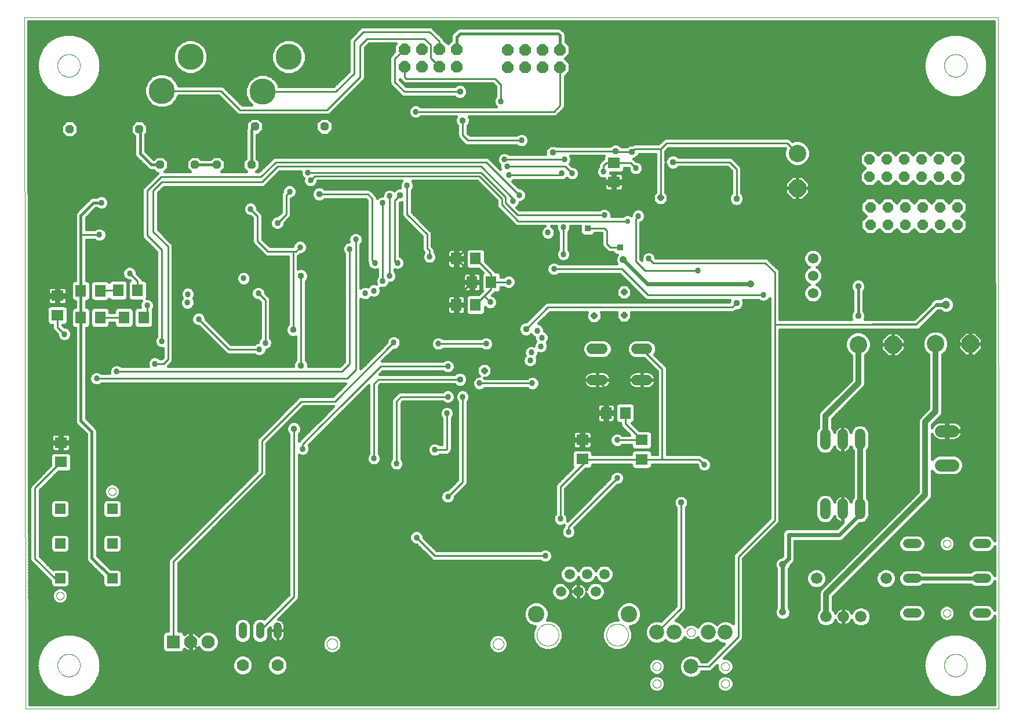
<source format=gbl>
G75*
%MOIN*%
%OFA0B0*%
%FSLAX25Y25*%
%IPPOS*%
%LPD*%
%AMOC8*
5,1,8,0,0,1.08239X$1,22.5*
%
%ADD10C,0.00000*%
%ADD11C,0.07050*%
%ADD12R,0.07087X0.06299*%
%ADD13R,0.06299X0.07087*%
%ADD14C,0.10000*%
%ADD15OC8,0.10000*%
%ADD16C,0.06600*%
%ADD17C,0.06000*%
%ADD18OC8,0.06000*%
%ADD19R,0.07098X0.06299*%
%ADD20R,0.06299X0.07098*%
%ADD21R,0.05906X0.05906*%
%ADD22C,0.05314*%
%ADD23C,0.04800*%
%ADD24C,0.07000*%
%ADD25C,0.15000*%
%ADD26C,0.09449*%
%ADD27C,0.05906*%
%ADD28OC8,0.06600*%
%ADD29OC8,0.04800*%
%ADD30C,0.06000*%
%ADD31R,0.07600X0.07600*%
%ADD32C,0.07600*%
%ADD33C,0.08600*%
%ADD34C,0.01000*%
%ADD35C,0.03369*%
%ADD36C,0.03762*%
%ADD37OC8,0.03369*%
%ADD38C,0.01600*%
%ADD39C,0.03200*%
%ADD40C,0.02400*%
%ADD41C,0.04156*%
%ADD42OC8,0.03762*%
%ADD43R,0.03762X0.03762*%
%ADD44C,0.04724*%
%ADD45C,0.01200*%
%ADD46C,0.03000*%
D10*
X0016817Y0051800D02*
X0016317Y0449501D01*
X0576239Y0449501D01*
X0576739Y0051800D01*
X0016817Y0051800D01*
X0035321Y0076800D02*
X0035323Y0076961D01*
X0035329Y0077121D01*
X0035339Y0077282D01*
X0035353Y0077442D01*
X0035371Y0077601D01*
X0035392Y0077761D01*
X0035418Y0077919D01*
X0035448Y0078077D01*
X0035481Y0078234D01*
X0035519Y0078391D01*
X0035560Y0078546D01*
X0035605Y0078700D01*
X0035654Y0078853D01*
X0035707Y0079005D01*
X0035763Y0079155D01*
X0035823Y0079304D01*
X0035887Y0079452D01*
X0035954Y0079598D01*
X0036025Y0079742D01*
X0036100Y0079884D01*
X0036178Y0080025D01*
X0036259Y0080163D01*
X0036344Y0080300D01*
X0036433Y0080434D01*
X0036524Y0080566D01*
X0036619Y0080696D01*
X0036717Y0080823D01*
X0036818Y0080948D01*
X0036922Y0081071D01*
X0037029Y0081190D01*
X0037139Y0081307D01*
X0037252Y0081422D01*
X0037368Y0081533D01*
X0037486Y0081642D01*
X0037607Y0081747D01*
X0037731Y0081850D01*
X0037857Y0081950D01*
X0037986Y0082046D01*
X0038117Y0082139D01*
X0038250Y0082229D01*
X0038385Y0082316D01*
X0038523Y0082399D01*
X0038662Y0082478D01*
X0038804Y0082555D01*
X0038947Y0082628D01*
X0039092Y0082697D01*
X0039239Y0082762D01*
X0039387Y0082824D01*
X0039537Y0082883D01*
X0039688Y0082937D01*
X0039840Y0082988D01*
X0039994Y0083035D01*
X0040149Y0083078D01*
X0040304Y0083117D01*
X0040461Y0083153D01*
X0040619Y0083185D01*
X0040777Y0083212D01*
X0040936Y0083236D01*
X0041095Y0083256D01*
X0041255Y0083272D01*
X0041416Y0083284D01*
X0041576Y0083292D01*
X0041737Y0083296D01*
X0041897Y0083296D01*
X0042058Y0083292D01*
X0042218Y0083284D01*
X0042379Y0083272D01*
X0042539Y0083256D01*
X0042698Y0083236D01*
X0042857Y0083212D01*
X0043015Y0083185D01*
X0043173Y0083153D01*
X0043330Y0083117D01*
X0043485Y0083078D01*
X0043640Y0083035D01*
X0043794Y0082988D01*
X0043946Y0082937D01*
X0044097Y0082883D01*
X0044247Y0082824D01*
X0044395Y0082762D01*
X0044542Y0082697D01*
X0044687Y0082628D01*
X0044830Y0082555D01*
X0044972Y0082478D01*
X0045111Y0082399D01*
X0045249Y0082316D01*
X0045384Y0082229D01*
X0045517Y0082139D01*
X0045648Y0082046D01*
X0045777Y0081950D01*
X0045903Y0081850D01*
X0046027Y0081747D01*
X0046148Y0081642D01*
X0046266Y0081533D01*
X0046382Y0081422D01*
X0046495Y0081307D01*
X0046605Y0081190D01*
X0046712Y0081071D01*
X0046816Y0080948D01*
X0046917Y0080823D01*
X0047015Y0080696D01*
X0047110Y0080566D01*
X0047201Y0080434D01*
X0047290Y0080300D01*
X0047375Y0080163D01*
X0047456Y0080025D01*
X0047534Y0079884D01*
X0047609Y0079742D01*
X0047680Y0079598D01*
X0047747Y0079452D01*
X0047811Y0079304D01*
X0047871Y0079155D01*
X0047927Y0079005D01*
X0047980Y0078853D01*
X0048029Y0078700D01*
X0048074Y0078546D01*
X0048115Y0078391D01*
X0048153Y0078234D01*
X0048186Y0078077D01*
X0048216Y0077919D01*
X0048242Y0077761D01*
X0048263Y0077601D01*
X0048281Y0077442D01*
X0048295Y0077282D01*
X0048305Y0077121D01*
X0048311Y0076961D01*
X0048313Y0076800D01*
X0048311Y0076639D01*
X0048305Y0076479D01*
X0048295Y0076318D01*
X0048281Y0076158D01*
X0048263Y0075999D01*
X0048242Y0075839D01*
X0048216Y0075681D01*
X0048186Y0075523D01*
X0048153Y0075366D01*
X0048115Y0075209D01*
X0048074Y0075054D01*
X0048029Y0074900D01*
X0047980Y0074747D01*
X0047927Y0074595D01*
X0047871Y0074445D01*
X0047811Y0074296D01*
X0047747Y0074148D01*
X0047680Y0074002D01*
X0047609Y0073858D01*
X0047534Y0073716D01*
X0047456Y0073575D01*
X0047375Y0073437D01*
X0047290Y0073300D01*
X0047201Y0073166D01*
X0047110Y0073034D01*
X0047015Y0072904D01*
X0046917Y0072777D01*
X0046816Y0072652D01*
X0046712Y0072529D01*
X0046605Y0072410D01*
X0046495Y0072293D01*
X0046382Y0072178D01*
X0046266Y0072067D01*
X0046148Y0071958D01*
X0046027Y0071853D01*
X0045903Y0071750D01*
X0045777Y0071650D01*
X0045648Y0071554D01*
X0045517Y0071461D01*
X0045384Y0071371D01*
X0045249Y0071284D01*
X0045111Y0071201D01*
X0044972Y0071122D01*
X0044830Y0071045D01*
X0044687Y0070972D01*
X0044542Y0070903D01*
X0044395Y0070838D01*
X0044247Y0070776D01*
X0044097Y0070717D01*
X0043946Y0070663D01*
X0043794Y0070612D01*
X0043640Y0070565D01*
X0043485Y0070522D01*
X0043330Y0070483D01*
X0043173Y0070447D01*
X0043015Y0070415D01*
X0042857Y0070388D01*
X0042698Y0070364D01*
X0042539Y0070344D01*
X0042379Y0070328D01*
X0042218Y0070316D01*
X0042058Y0070308D01*
X0041897Y0070304D01*
X0041737Y0070304D01*
X0041576Y0070308D01*
X0041416Y0070316D01*
X0041255Y0070328D01*
X0041095Y0070344D01*
X0040936Y0070364D01*
X0040777Y0070388D01*
X0040619Y0070415D01*
X0040461Y0070447D01*
X0040304Y0070483D01*
X0040149Y0070522D01*
X0039994Y0070565D01*
X0039840Y0070612D01*
X0039688Y0070663D01*
X0039537Y0070717D01*
X0039387Y0070776D01*
X0039239Y0070838D01*
X0039092Y0070903D01*
X0038947Y0070972D01*
X0038804Y0071045D01*
X0038662Y0071122D01*
X0038523Y0071201D01*
X0038385Y0071284D01*
X0038250Y0071371D01*
X0038117Y0071461D01*
X0037986Y0071554D01*
X0037857Y0071650D01*
X0037731Y0071750D01*
X0037607Y0071853D01*
X0037486Y0071958D01*
X0037368Y0072067D01*
X0037252Y0072178D01*
X0037139Y0072293D01*
X0037029Y0072410D01*
X0036922Y0072529D01*
X0036818Y0072652D01*
X0036717Y0072777D01*
X0036619Y0072904D01*
X0036524Y0073034D01*
X0036433Y0073166D01*
X0036344Y0073300D01*
X0036259Y0073437D01*
X0036178Y0073575D01*
X0036100Y0073716D01*
X0036025Y0073858D01*
X0035954Y0074002D01*
X0035887Y0074148D01*
X0035823Y0074296D01*
X0035763Y0074445D01*
X0035707Y0074595D01*
X0035654Y0074747D01*
X0035605Y0074900D01*
X0035560Y0075054D01*
X0035519Y0075209D01*
X0035481Y0075366D01*
X0035448Y0075523D01*
X0035418Y0075681D01*
X0035392Y0075839D01*
X0035371Y0075999D01*
X0035353Y0076158D01*
X0035339Y0076318D01*
X0035329Y0076479D01*
X0035323Y0076639D01*
X0035321Y0076800D01*
X0034652Y0116800D02*
X0034654Y0116893D01*
X0034660Y0116985D01*
X0034670Y0117077D01*
X0034684Y0117168D01*
X0034701Y0117259D01*
X0034723Y0117349D01*
X0034748Y0117438D01*
X0034777Y0117526D01*
X0034810Y0117612D01*
X0034847Y0117697D01*
X0034887Y0117781D01*
X0034931Y0117862D01*
X0034978Y0117942D01*
X0035028Y0118020D01*
X0035082Y0118095D01*
X0035139Y0118168D01*
X0035199Y0118238D01*
X0035262Y0118306D01*
X0035328Y0118371D01*
X0035396Y0118433D01*
X0035467Y0118493D01*
X0035541Y0118549D01*
X0035617Y0118602D01*
X0035695Y0118651D01*
X0035775Y0118698D01*
X0035857Y0118740D01*
X0035941Y0118780D01*
X0036026Y0118815D01*
X0036113Y0118847D01*
X0036201Y0118876D01*
X0036290Y0118900D01*
X0036380Y0118921D01*
X0036471Y0118937D01*
X0036563Y0118950D01*
X0036655Y0118959D01*
X0036748Y0118964D01*
X0036840Y0118965D01*
X0036933Y0118962D01*
X0037025Y0118955D01*
X0037117Y0118944D01*
X0037208Y0118929D01*
X0037299Y0118911D01*
X0037389Y0118888D01*
X0037477Y0118862D01*
X0037565Y0118832D01*
X0037651Y0118798D01*
X0037735Y0118761D01*
X0037818Y0118719D01*
X0037899Y0118675D01*
X0037979Y0118627D01*
X0038056Y0118576D01*
X0038130Y0118521D01*
X0038203Y0118463D01*
X0038273Y0118403D01*
X0038340Y0118339D01*
X0038404Y0118273D01*
X0038466Y0118203D01*
X0038524Y0118132D01*
X0038579Y0118058D01*
X0038631Y0117981D01*
X0038680Y0117902D01*
X0038726Y0117822D01*
X0038768Y0117739D01*
X0038806Y0117655D01*
X0038841Y0117569D01*
X0038872Y0117482D01*
X0038899Y0117394D01*
X0038922Y0117304D01*
X0038942Y0117214D01*
X0038958Y0117123D01*
X0038970Y0117031D01*
X0038978Y0116939D01*
X0038982Y0116846D01*
X0038982Y0116754D01*
X0038978Y0116661D01*
X0038970Y0116569D01*
X0038958Y0116477D01*
X0038942Y0116386D01*
X0038922Y0116296D01*
X0038899Y0116206D01*
X0038872Y0116118D01*
X0038841Y0116031D01*
X0038806Y0115945D01*
X0038768Y0115861D01*
X0038726Y0115778D01*
X0038680Y0115698D01*
X0038631Y0115619D01*
X0038579Y0115542D01*
X0038524Y0115468D01*
X0038466Y0115397D01*
X0038404Y0115327D01*
X0038340Y0115261D01*
X0038273Y0115197D01*
X0038203Y0115137D01*
X0038130Y0115079D01*
X0038056Y0115024D01*
X0037979Y0114973D01*
X0037900Y0114925D01*
X0037818Y0114881D01*
X0037735Y0114839D01*
X0037651Y0114802D01*
X0037565Y0114768D01*
X0037477Y0114738D01*
X0037389Y0114712D01*
X0037299Y0114689D01*
X0037208Y0114671D01*
X0037117Y0114656D01*
X0037025Y0114645D01*
X0036933Y0114638D01*
X0036840Y0114635D01*
X0036748Y0114636D01*
X0036655Y0114641D01*
X0036563Y0114650D01*
X0036471Y0114663D01*
X0036380Y0114679D01*
X0036290Y0114700D01*
X0036201Y0114724D01*
X0036113Y0114753D01*
X0036026Y0114785D01*
X0035941Y0114820D01*
X0035857Y0114860D01*
X0035775Y0114902D01*
X0035695Y0114949D01*
X0035617Y0114998D01*
X0035541Y0115051D01*
X0035467Y0115107D01*
X0035396Y0115167D01*
X0035328Y0115229D01*
X0035262Y0115294D01*
X0035199Y0115362D01*
X0035139Y0115432D01*
X0035082Y0115505D01*
X0035028Y0115580D01*
X0034978Y0115658D01*
X0034931Y0115738D01*
X0034887Y0115819D01*
X0034847Y0115903D01*
X0034810Y0115988D01*
X0034777Y0116074D01*
X0034748Y0116162D01*
X0034723Y0116251D01*
X0034701Y0116341D01*
X0034684Y0116432D01*
X0034670Y0116523D01*
X0034660Y0116615D01*
X0034654Y0116707D01*
X0034652Y0116800D01*
X0064652Y0176800D02*
X0064654Y0176893D01*
X0064660Y0176985D01*
X0064670Y0177077D01*
X0064684Y0177168D01*
X0064701Y0177259D01*
X0064723Y0177349D01*
X0064748Y0177438D01*
X0064777Y0177526D01*
X0064810Y0177612D01*
X0064847Y0177697D01*
X0064887Y0177781D01*
X0064931Y0177862D01*
X0064978Y0177942D01*
X0065028Y0178020D01*
X0065082Y0178095D01*
X0065139Y0178168D01*
X0065199Y0178238D01*
X0065262Y0178306D01*
X0065328Y0178371D01*
X0065396Y0178433D01*
X0065467Y0178493D01*
X0065541Y0178549D01*
X0065617Y0178602D01*
X0065695Y0178651D01*
X0065775Y0178698D01*
X0065857Y0178740D01*
X0065941Y0178780D01*
X0066026Y0178815D01*
X0066113Y0178847D01*
X0066201Y0178876D01*
X0066290Y0178900D01*
X0066380Y0178921D01*
X0066471Y0178937D01*
X0066563Y0178950D01*
X0066655Y0178959D01*
X0066748Y0178964D01*
X0066840Y0178965D01*
X0066933Y0178962D01*
X0067025Y0178955D01*
X0067117Y0178944D01*
X0067208Y0178929D01*
X0067299Y0178911D01*
X0067389Y0178888D01*
X0067477Y0178862D01*
X0067565Y0178832D01*
X0067651Y0178798D01*
X0067735Y0178761D01*
X0067818Y0178719D01*
X0067899Y0178675D01*
X0067979Y0178627D01*
X0068056Y0178576D01*
X0068130Y0178521D01*
X0068203Y0178463D01*
X0068273Y0178403D01*
X0068340Y0178339D01*
X0068404Y0178273D01*
X0068466Y0178203D01*
X0068524Y0178132D01*
X0068579Y0178058D01*
X0068631Y0177981D01*
X0068680Y0177902D01*
X0068726Y0177822D01*
X0068768Y0177739D01*
X0068806Y0177655D01*
X0068841Y0177569D01*
X0068872Y0177482D01*
X0068899Y0177394D01*
X0068922Y0177304D01*
X0068942Y0177214D01*
X0068958Y0177123D01*
X0068970Y0177031D01*
X0068978Y0176939D01*
X0068982Y0176846D01*
X0068982Y0176754D01*
X0068978Y0176661D01*
X0068970Y0176569D01*
X0068958Y0176477D01*
X0068942Y0176386D01*
X0068922Y0176296D01*
X0068899Y0176206D01*
X0068872Y0176118D01*
X0068841Y0176031D01*
X0068806Y0175945D01*
X0068768Y0175861D01*
X0068726Y0175778D01*
X0068680Y0175698D01*
X0068631Y0175619D01*
X0068579Y0175542D01*
X0068524Y0175468D01*
X0068466Y0175397D01*
X0068404Y0175327D01*
X0068340Y0175261D01*
X0068273Y0175197D01*
X0068203Y0175137D01*
X0068130Y0175079D01*
X0068056Y0175024D01*
X0067979Y0174973D01*
X0067900Y0174925D01*
X0067818Y0174881D01*
X0067735Y0174839D01*
X0067651Y0174802D01*
X0067565Y0174768D01*
X0067477Y0174738D01*
X0067389Y0174712D01*
X0067299Y0174689D01*
X0067208Y0174671D01*
X0067117Y0174656D01*
X0067025Y0174645D01*
X0066933Y0174638D01*
X0066840Y0174635D01*
X0066748Y0174636D01*
X0066655Y0174641D01*
X0066563Y0174650D01*
X0066471Y0174663D01*
X0066380Y0174679D01*
X0066290Y0174700D01*
X0066201Y0174724D01*
X0066113Y0174753D01*
X0066026Y0174785D01*
X0065941Y0174820D01*
X0065857Y0174860D01*
X0065775Y0174902D01*
X0065695Y0174949D01*
X0065617Y0174998D01*
X0065541Y0175051D01*
X0065467Y0175107D01*
X0065396Y0175167D01*
X0065328Y0175229D01*
X0065262Y0175294D01*
X0065199Y0175362D01*
X0065139Y0175432D01*
X0065082Y0175505D01*
X0065028Y0175580D01*
X0064978Y0175658D01*
X0064931Y0175738D01*
X0064887Y0175819D01*
X0064847Y0175903D01*
X0064810Y0175988D01*
X0064777Y0176074D01*
X0064748Y0176162D01*
X0064723Y0176251D01*
X0064701Y0176341D01*
X0064684Y0176432D01*
X0064670Y0176523D01*
X0064660Y0176615D01*
X0064654Y0176707D01*
X0064652Y0176800D01*
X0190262Y0089068D02*
X0190264Y0089178D01*
X0190270Y0089288D01*
X0190280Y0089398D01*
X0190294Y0089507D01*
X0190312Y0089616D01*
X0190333Y0089724D01*
X0190359Y0089831D01*
X0190388Y0089937D01*
X0190422Y0090042D01*
X0190459Y0090146D01*
X0190500Y0090248D01*
X0190544Y0090349D01*
X0190592Y0090448D01*
X0190644Y0090546D01*
X0190699Y0090641D01*
X0190757Y0090734D01*
X0190819Y0090825D01*
X0190884Y0090914D01*
X0190952Y0091001D01*
X0191024Y0091085D01*
X0191098Y0091166D01*
X0191175Y0091245D01*
X0191255Y0091321D01*
X0191338Y0091393D01*
X0191423Y0091463D01*
X0191511Y0091530D01*
X0191601Y0091593D01*
X0191693Y0091653D01*
X0191787Y0091710D01*
X0191884Y0091764D01*
X0191982Y0091813D01*
X0192082Y0091860D01*
X0192184Y0091902D01*
X0192287Y0091941D01*
X0192391Y0091976D01*
X0192497Y0092008D01*
X0192603Y0092035D01*
X0192711Y0092059D01*
X0192819Y0092079D01*
X0192928Y0092095D01*
X0193038Y0092107D01*
X0193148Y0092115D01*
X0193258Y0092119D01*
X0193368Y0092119D01*
X0193478Y0092115D01*
X0193588Y0092107D01*
X0193698Y0092095D01*
X0193807Y0092079D01*
X0193915Y0092059D01*
X0194023Y0092035D01*
X0194129Y0092008D01*
X0194235Y0091976D01*
X0194339Y0091941D01*
X0194442Y0091902D01*
X0194544Y0091860D01*
X0194644Y0091813D01*
X0194742Y0091764D01*
X0194838Y0091710D01*
X0194933Y0091653D01*
X0195025Y0091593D01*
X0195115Y0091530D01*
X0195203Y0091463D01*
X0195288Y0091393D01*
X0195371Y0091321D01*
X0195451Y0091245D01*
X0195528Y0091166D01*
X0195602Y0091085D01*
X0195674Y0091001D01*
X0195742Y0090914D01*
X0195807Y0090825D01*
X0195869Y0090734D01*
X0195927Y0090641D01*
X0195982Y0090546D01*
X0196034Y0090448D01*
X0196082Y0090349D01*
X0196126Y0090248D01*
X0196167Y0090146D01*
X0196204Y0090042D01*
X0196238Y0089937D01*
X0196267Y0089831D01*
X0196293Y0089724D01*
X0196314Y0089616D01*
X0196332Y0089507D01*
X0196346Y0089398D01*
X0196356Y0089288D01*
X0196362Y0089178D01*
X0196364Y0089068D01*
X0196362Y0088958D01*
X0196356Y0088848D01*
X0196346Y0088738D01*
X0196332Y0088629D01*
X0196314Y0088520D01*
X0196293Y0088412D01*
X0196267Y0088305D01*
X0196238Y0088199D01*
X0196204Y0088094D01*
X0196167Y0087990D01*
X0196126Y0087888D01*
X0196082Y0087787D01*
X0196034Y0087688D01*
X0195982Y0087590D01*
X0195927Y0087495D01*
X0195869Y0087402D01*
X0195807Y0087311D01*
X0195742Y0087222D01*
X0195674Y0087135D01*
X0195602Y0087051D01*
X0195528Y0086970D01*
X0195451Y0086891D01*
X0195371Y0086815D01*
X0195288Y0086743D01*
X0195203Y0086673D01*
X0195115Y0086606D01*
X0195025Y0086543D01*
X0194933Y0086483D01*
X0194839Y0086426D01*
X0194742Y0086372D01*
X0194644Y0086323D01*
X0194544Y0086276D01*
X0194442Y0086234D01*
X0194339Y0086195D01*
X0194235Y0086160D01*
X0194129Y0086128D01*
X0194023Y0086101D01*
X0193915Y0086077D01*
X0193807Y0086057D01*
X0193698Y0086041D01*
X0193588Y0086029D01*
X0193478Y0086021D01*
X0193368Y0086017D01*
X0193258Y0086017D01*
X0193148Y0086021D01*
X0193038Y0086029D01*
X0192928Y0086041D01*
X0192819Y0086057D01*
X0192711Y0086077D01*
X0192603Y0086101D01*
X0192497Y0086128D01*
X0192391Y0086160D01*
X0192287Y0086195D01*
X0192184Y0086234D01*
X0192082Y0086276D01*
X0191982Y0086323D01*
X0191884Y0086372D01*
X0191787Y0086426D01*
X0191693Y0086483D01*
X0191601Y0086543D01*
X0191511Y0086606D01*
X0191423Y0086673D01*
X0191338Y0086743D01*
X0191255Y0086815D01*
X0191175Y0086891D01*
X0191098Y0086970D01*
X0191024Y0087051D01*
X0190952Y0087135D01*
X0190884Y0087222D01*
X0190819Y0087311D01*
X0190757Y0087402D01*
X0190699Y0087495D01*
X0190644Y0087590D01*
X0190592Y0087688D01*
X0190544Y0087787D01*
X0190500Y0087888D01*
X0190459Y0087990D01*
X0190422Y0088094D01*
X0190388Y0088199D01*
X0190359Y0088305D01*
X0190333Y0088412D01*
X0190312Y0088520D01*
X0190294Y0088629D01*
X0190280Y0088738D01*
X0190270Y0088848D01*
X0190264Y0088958D01*
X0190262Y0089068D01*
X0285774Y0089068D02*
X0285776Y0089178D01*
X0285782Y0089288D01*
X0285792Y0089398D01*
X0285806Y0089507D01*
X0285824Y0089616D01*
X0285845Y0089724D01*
X0285871Y0089831D01*
X0285900Y0089937D01*
X0285934Y0090042D01*
X0285971Y0090146D01*
X0286012Y0090248D01*
X0286056Y0090349D01*
X0286104Y0090448D01*
X0286156Y0090546D01*
X0286211Y0090641D01*
X0286269Y0090734D01*
X0286331Y0090825D01*
X0286396Y0090914D01*
X0286464Y0091001D01*
X0286536Y0091085D01*
X0286610Y0091166D01*
X0286687Y0091245D01*
X0286767Y0091321D01*
X0286850Y0091393D01*
X0286935Y0091463D01*
X0287023Y0091530D01*
X0287113Y0091593D01*
X0287205Y0091653D01*
X0287299Y0091710D01*
X0287396Y0091764D01*
X0287494Y0091813D01*
X0287594Y0091860D01*
X0287696Y0091902D01*
X0287799Y0091941D01*
X0287903Y0091976D01*
X0288009Y0092008D01*
X0288115Y0092035D01*
X0288223Y0092059D01*
X0288331Y0092079D01*
X0288440Y0092095D01*
X0288550Y0092107D01*
X0288660Y0092115D01*
X0288770Y0092119D01*
X0288880Y0092119D01*
X0288990Y0092115D01*
X0289100Y0092107D01*
X0289210Y0092095D01*
X0289319Y0092079D01*
X0289427Y0092059D01*
X0289535Y0092035D01*
X0289641Y0092008D01*
X0289747Y0091976D01*
X0289851Y0091941D01*
X0289954Y0091902D01*
X0290056Y0091860D01*
X0290156Y0091813D01*
X0290254Y0091764D01*
X0290350Y0091710D01*
X0290445Y0091653D01*
X0290537Y0091593D01*
X0290627Y0091530D01*
X0290715Y0091463D01*
X0290800Y0091393D01*
X0290883Y0091321D01*
X0290963Y0091245D01*
X0291040Y0091166D01*
X0291114Y0091085D01*
X0291186Y0091001D01*
X0291254Y0090914D01*
X0291319Y0090825D01*
X0291381Y0090734D01*
X0291439Y0090641D01*
X0291494Y0090546D01*
X0291546Y0090448D01*
X0291594Y0090349D01*
X0291638Y0090248D01*
X0291679Y0090146D01*
X0291716Y0090042D01*
X0291750Y0089937D01*
X0291779Y0089831D01*
X0291805Y0089724D01*
X0291826Y0089616D01*
X0291844Y0089507D01*
X0291858Y0089398D01*
X0291868Y0089288D01*
X0291874Y0089178D01*
X0291876Y0089068D01*
X0291874Y0088958D01*
X0291868Y0088848D01*
X0291858Y0088738D01*
X0291844Y0088629D01*
X0291826Y0088520D01*
X0291805Y0088412D01*
X0291779Y0088305D01*
X0291750Y0088199D01*
X0291716Y0088094D01*
X0291679Y0087990D01*
X0291638Y0087888D01*
X0291594Y0087787D01*
X0291546Y0087688D01*
X0291494Y0087590D01*
X0291439Y0087495D01*
X0291381Y0087402D01*
X0291319Y0087311D01*
X0291254Y0087222D01*
X0291186Y0087135D01*
X0291114Y0087051D01*
X0291040Y0086970D01*
X0290963Y0086891D01*
X0290883Y0086815D01*
X0290800Y0086743D01*
X0290715Y0086673D01*
X0290627Y0086606D01*
X0290537Y0086543D01*
X0290445Y0086483D01*
X0290351Y0086426D01*
X0290254Y0086372D01*
X0290156Y0086323D01*
X0290056Y0086276D01*
X0289954Y0086234D01*
X0289851Y0086195D01*
X0289747Y0086160D01*
X0289641Y0086128D01*
X0289535Y0086101D01*
X0289427Y0086077D01*
X0289319Y0086057D01*
X0289210Y0086041D01*
X0289100Y0086029D01*
X0288990Y0086021D01*
X0288880Y0086017D01*
X0288770Y0086017D01*
X0288660Y0086021D01*
X0288550Y0086029D01*
X0288440Y0086041D01*
X0288331Y0086057D01*
X0288223Y0086077D01*
X0288115Y0086101D01*
X0288009Y0086128D01*
X0287903Y0086160D01*
X0287799Y0086195D01*
X0287696Y0086234D01*
X0287594Y0086276D01*
X0287494Y0086323D01*
X0287396Y0086372D01*
X0287299Y0086426D01*
X0287205Y0086483D01*
X0287113Y0086543D01*
X0287023Y0086606D01*
X0286935Y0086673D01*
X0286850Y0086743D01*
X0286767Y0086815D01*
X0286687Y0086891D01*
X0286610Y0086970D01*
X0286536Y0087051D01*
X0286464Y0087135D01*
X0286396Y0087222D01*
X0286331Y0087311D01*
X0286269Y0087402D01*
X0286211Y0087495D01*
X0286156Y0087590D01*
X0286104Y0087688D01*
X0286056Y0087787D01*
X0286012Y0087888D01*
X0285971Y0087990D01*
X0285934Y0088094D01*
X0285900Y0088199D01*
X0285871Y0088305D01*
X0285845Y0088412D01*
X0285824Y0088520D01*
X0285806Y0088629D01*
X0285792Y0088738D01*
X0285782Y0088848D01*
X0285776Y0088958D01*
X0285774Y0089068D01*
X0311018Y0094300D02*
X0311020Y0094458D01*
X0311026Y0094616D01*
X0311036Y0094774D01*
X0311050Y0094932D01*
X0311068Y0095089D01*
X0311089Y0095246D01*
X0311115Y0095402D01*
X0311145Y0095558D01*
X0311178Y0095713D01*
X0311216Y0095866D01*
X0311257Y0096019D01*
X0311302Y0096171D01*
X0311351Y0096322D01*
X0311404Y0096471D01*
X0311460Y0096619D01*
X0311520Y0096765D01*
X0311584Y0096910D01*
X0311652Y0097053D01*
X0311723Y0097195D01*
X0311797Y0097335D01*
X0311875Y0097472D01*
X0311957Y0097608D01*
X0312041Y0097742D01*
X0312130Y0097873D01*
X0312221Y0098002D01*
X0312316Y0098129D01*
X0312413Y0098254D01*
X0312514Y0098376D01*
X0312618Y0098495D01*
X0312725Y0098612D01*
X0312835Y0098726D01*
X0312948Y0098837D01*
X0313063Y0098946D01*
X0313181Y0099051D01*
X0313302Y0099153D01*
X0313425Y0099253D01*
X0313551Y0099349D01*
X0313679Y0099442D01*
X0313809Y0099532D01*
X0313942Y0099618D01*
X0314077Y0099702D01*
X0314213Y0099781D01*
X0314352Y0099858D01*
X0314493Y0099930D01*
X0314635Y0100000D01*
X0314779Y0100065D01*
X0314925Y0100127D01*
X0315072Y0100185D01*
X0315221Y0100240D01*
X0315371Y0100291D01*
X0315522Y0100338D01*
X0315674Y0100381D01*
X0315827Y0100420D01*
X0315982Y0100456D01*
X0316137Y0100487D01*
X0316293Y0100515D01*
X0316449Y0100539D01*
X0316606Y0100559D01*
X0316764Y0100575D01*
X0316921Y0100587D01*
X0317080Y0100595D01*
X0317238Y0100599D01*
X0317396Y0100599D01*
X0317554Y0100595D01*
X0317713Y0100587D01*
X0317870Y0100575D01*
X0318028Y0100559D01*
X0318185Y0100539D01*
X0318341Y0100515D01*
X0318497Y0100487D01*
X0318652Y0100456D01*
X0318807Y0100420D01*
X0318960Y0100381D01*
X0319112Y0100338D01*
X0319263Y0100291D01*
X0319413Y0100240D01*
X0319562Y0100185D01*
X0319709Y0100127D01*
X0319855Y0100065D01*
X0319999Y0100000D01*
X0320141Y0099930D01*
X0320282Y0099858D01*
X0320421Y0099781D01*
X0320557Y0099702D01*
X0320692Y0099618D01*
X0320825Y0099532D01*
X0320955Y0099442D01*
X0321083Y0099349D01*
X0321209Y0099253D01*
X0321332Y0099153D01*
X0321453Y0099051D01*
X0321571Y0098946D01*
X0321686Y0098837D01*
X0321799Y0098726D01*
X0321909Y0098612D01*
X0322016Y0098495D01*
X0322120Y0098376D01*
X0322221Y0098254D01*
X0322318Y0098129D01*
X0322413Y0098002D01*
X0322504Y0097873D01*
X0322593Y0097742D01*
X0322677Y0097608D01*
X0322759Y0097472D01*
X0322837Y0097335D01*
X0322911Y0097195D01*
X0322982Y0097053D01*
X0323050Y0096910D01*
X0323114Y0096765D01*
X0323174Y0096619D01*
X0323230Y0096471D01*
X0323283Y0096322D01*
X0323332Y0096171D01*
X0323377Y0096019D01*
X0323418Y0095866D01*
X0323456Y0095713D01*
X0323489Y0095558D01*
X0323519Y0095402D01*
X0323545Y0095246D01*
X0323566Y0095089D01*
X0323584Y0094932D01*
X0323598Y0094774D01*
X0323608Y0094616D01*
X0323614Y0094458D01*
X0323616Y0094300D01*
X0323614Y0094142D01*
X0323608Y0093984D01*
X0323598Y0093826D01*
X0323584Y0093668D01*
X0323566Y0093511D01*
X0323545Y0093354D01*
X0323519Y0093198D01*
X0323489Y0093042D01*
X0323456Y0092887D01*
X0323418Y0092734D01*
X0323377Y0092581D01*
X0323332Y0092429D01*
X0323283Y0092278D01*
X0323230Y0092129D01*
X0323174Y0091981D01*
X0323114Y0091835D01*
X0323050Y0091690D01*
X0322982Y0091547D01*
X0322911Y0091405D01*
X0322837Y0091265D01*
X0322759Y0091128D01*
X0322677Y0090992D01*
X0322593Y0090858D01*
X0322504Y0090727D01*
X0322413Y0090598D01*
X0322318Y0090471D01*
X0322221Y0090346D01*
X0322120Y0090224D01*
X0322016Y0090105D01*
X0321909Y0089988D01*
X0321799Y0089874D01*
X0321686Y0089763D01*
X0321571Y0089654D01*
X0321453Y0089549D01*
X0321332Y0089447D01*
X0321209Y0089347D01*
X0321083Y0089251D01*
X0320955Y0089158D01*
X0320825Y0089068D01*
X0320692Y0088982D01*
X0320557Y0088898D01*
X0320421Y0088819D01*
X0320282Y0088742D01*
X0320141Y0088670D01*
X0319999Y0088600D01*
X0319855Y0088535D01*
X0319709Y0088473D01*
X0319562Y0088415D01*
X0319413Y0088360D01*
X0319263Y0088309D01*
X0319112Y0088262D01*
X0318960Y0088219D01*
X0318807Y0088180D01*
X0318652Y0088144D01*
X0318497Y0088113D01*
X0318341Y0088085D01*
X0318185Y0088061D01*
X0318028Y0088041D01*
X0317870Y0088025D01*
X0317713Y0088013D01*
X0317554Y0088005D01*
X0317396Y0088001D01*
X0317238Y0088001D01*
X0317080Y0088005D01*
X0316921Y0088013D01*
X0316764Y0088025D01*
X0316606Y0088041D01*
X0316449Y0088061D01*
X0316293Y0088085D01*
X0316137Y0088113D01*
X0315982Y0088144D01*
X0315827Y0088180D01*
X0315674Y0088219D01*
X0315522Y0088262D01*
X0315371Y0088309D01*
X0315221Y0088360D01*
X0315072Y0088415D01*
X0314925Y0088473D01*
X0314779Y0088535D01*
X0314635Y0088600D01*
X0314493Y0088670D01*
X0314352Y0088742D01*
X0314213Y0088819D01*
X0314077Y0088898D01*
X0313942Y0088982D01*
X0313809Y0089068D01*
X0313679Y0089158D01*
X0313551Y0089251D01*
X0313425Y0089347D01*
X0313302Y0089447D01*
X0313181Y0089549D01*
X0313063Y0089654D01*
X0312948Y0089763D01*
X0312835Y0089874D01*
X0312725Y0089988D01*
X0312618Y0090105D01*
X0312514Y0090224D01*
X0312413Y0090346D01*
X0312316Y0090471D01*
X0312221Y0090598D01*
X0312130Y0090727D01*
X0312041Y0090858D01*
X0311957Y0090992D01*
X0311875Y0091128D01*
X0311797Y0091265D01*
X0311723Y0091405D01*
X0311652Y0091547D01*
X0311584Y0091690D01*
X0311520Y0091835D01*
X0311460Y0091981D01*
X0311404Y0092129D01*
X0311351Y0092278D01*
X0311302Y0092429D01*
X0311257Y0092581D01*
X0311216Y0092734D01*
X0311178Y0092887D01*
X0311145Y0093042D01*
X0311115Y0093198D01*
X0311089Y0093354D01*
X0311068Y0093511D01*
X0311050Y0093668D01*
X0311036Y0093826D01*
X0311026Y0093984D01*
X0311020Y0094142D01*
X0311018Y0094300D01*
X0351018Y0094300D02*
X0351020Y0094458D01*
X0351026Y0094616D01*
X0351036Y0094774D01*
X0351050Y0094932D01*
X0351068Y0095089D01*
X0351089Y0095246D01*
X0351115Y0095402D01*
X0351145Y0095558D01*
X0351178Y0095713D01*
X0351216Y0095866D01*
X0351257Y0096019D01*
X0351302Y0096171D01*
X0351351Y0096322D01*
X0351404Y0096471D01*
X0351460Y0096619D01*
X0351520Y0096765D01*
X0351584Y0096910D01*
X0351652Y0097053D01*
X0351723Y0097195D01*
X0351797Y0097335D01*
X0351875Y0097472D01*
X0351957Y0097608D01*
X0352041Y0097742D01*
X0352130Y0097873D01*
X0352221Y0098002D01*
X0352316Y0098129D01*
X0352413Y0098254D01*
X0352514Y0098376D01*
X0352618Y0098495D01*
X0352725Y0098612D01*
X0352835Y0098726D01*
X0352948Y0098837D01*
X0353063Y0098946D01*
X0353181Y0099051D01*
X0353302Y0099153D01*
X0353425Y0099253D01*
X0353551Y0099349D01*
X0353679Y0099442D01*
X0353809Y0099532D01*
X0353942Y0099618D01*
X0354077Y0099702D01*
X0354213Y0099781D01*
X0354352Y0099858D01*
X0354493Y0099930D01*
X0354635Y0100000D01*
X0354779Y0100065D01*
X0354925Y0100127D01*
X0355072Y0100185D01*
X0355221Y0100240D01*
X0355371Y0100291D01*
X0355522Y0100338D01*
X0355674Y0100381D01*
X0355827Y0100420D01*
X0355982Y0100456D01*
X0356137Y0100487D01*
X0356293Y0100515D01*
X0356449Y0100539D01*
X0356606Y0100559D01*
X0356764Y0100575D01*
X0356921Y0100587D01*
X0357080Y0100595D01*
X0357238Y0100599D01*
X0357396Y0100599D01*
X0357554Y0100595D01*
X0357713Y0100587D01*
X0357870Y0100575D01*
X0358028Y0100559D01*
X0358185Y0100539D01*
X0358341Y0100515D01*
X0358497Y0100487D01*
X0358652Y0100456D01*
X0358807Y0100420D01*
X0358960Y0100381D01*
X0359112Y0100338D01*
X0359263Y0100291D01*
X0359413Y0100240D01*
X0359562Y0100185D01*
X0359709Y0100127D01*
X0359855Y0100065D01*
X0359999Y0100000D01*
X0360141Y0099930D01*
X0360282Y0099858D01*
X0360421Y0099781D01*
X0360557Y0099702D01*
X0360692Y0099618D01*
X0360825Y0099532D01*
X0360955Y0099442D01*
X0361083Y0099349D01*
X0361209Y0099253D01*
X0361332Y0099153D01*
X0361453Y0099051D01*
X0361571Y0098946D01*
X0361686Y0098837D01*
X0361799Y0098726D01*
X0361909Y0098612D01*
X0362016Y0098495D01*
X0362120Y0098376D01*
X0362221Y0098254D01*
X0362318Y0098129D01*
X0362413Y0098002D01*
X0362504Y0097873D01*
X0362593Y0097742D01*
X0362677Y0097608D01*
X0362759Y0097472D01*
X0362837Y0097335D01*
X0362911Y0097195D01*
X0362982Y0097053D01*
X0363050Y0096910D01*
X0363114Y0096765D01*
X0363174Y0096619D01*
X0363230Y0096471D01*
X0363283Y0096322D01*
X0363332Y0096171D01*
X0363377Y0096019D01*
X0363418Y0095866D01*
X0363456Y0095713D01*
X0363489Y0095558D01*
X0363519Y0095402D01*
X0363545Y0095246D01*
X0363566Y0095089D01*
X0363584Y0094932D01*
X0363598Y0094774D01*
X0363608Y0094616D01*
X0363614Y0094458D01*
X0363616Y0094300D01*
X0363614Y0094142D01*
X0363608Y0093984D01*
X0363598Y0093826D01*
X0363584Y0093668D01*
X0363566Y0093511D01*
X0363545Y0093354D01*
X0363519Y0093198D01*
X0363489Y0093042D01*
X0363456Y0092887D01*
X0363418Y0092734D01*
X0363377Y0092581D01*
X0363332Y0092429D01*
X0363283Y0092278D01*
X0363230Y0092129D01*
X0363174Y0091981D01*
X0363114Y0091835D01*
X0363050Y0091690D01*
X0362982Y0091547D01*
X0362911Y0091405D01*
X0362837Y0091265D01*
X0362759Y0091128D01*
X0362677Y0090992D01*
X0362593Y0090858D01*
X0362504Y0090727D01*
X0362413Y0090598D01*
X0362318Y0090471D01*
X0362221Y0090346D01*
X0362120Y0090224D01*
X0362016Y0090105D01*
X0361909Y0089988D01*
X0361799Y0089874D01*
X0361686Y0089763D01*
X0361571Y0089654D01*
X0361453Y0089549D01*
X0361332Y0089447D01*
X0361209Y0089347D01*
X0361083Y0089251D01*
X0360955Y0089158D01*
X0360825Y0089068D01*
X0360692Y0088982D01*
X0360557Y0088898D01*
X0360421Y0088819D01*
X0360282Y0088742D01*
X0360141Y0088670D01*
X0359999Y0088600D01*
X0359855Y0088535D01*
X0359709Y0088473D01*
X0359562Y0088415D01*
X0359413Y0088360D01*
X0359263Y0088309D01*
X0359112Y0088262D01*
X0358960Y0088219D01*
X0358807Y0088180D01*
X0358652Y0088144D01*
X0358497Y0088113D01*
X0358341Y0088085D01*
X0358185Y0088061D01*
X0358028Y0088041D01*
X0357870Y0088025D01*
X0357713Y0088013D01*
X0357554Y0088005D01*
X0357396Y0088001D01*
X0357238Y0088001D01*
X0357080Y0088005D01*
X0356921Y0088013D01*
X0356764Y0088025D01*
X0356606Y0088041D01*
X0356449Y0088061D01*
X0356293Y0088085D01*
X0356137Y0088113D01*
X0355982Y0088144D01*
X0355827Y0088180D01*
X0355674Y0088219D01*
X0355522Y0088262D01*
X0355371Y0088309D01*
X0355221Y0088360D01*
X0355072Y0088415D01*
X0354925Y0088473D01*
X0354779Y0088535D01*
X0354635Y0088600D01*
X0354493Y0088670D01*
X0354352Y0088742D01*
X0354213Y0088819D01*
X0354077Y0088898D01*
X0353942Y0088982D01*
X0353809Y0089068D01*
X0353679Y0089158D01*
X0353551Y0089251D01*
X0353425Y0089347D01*
X0353302Y0089447D01*
X0353181Y0089549D01*
X0353063Y0089654D01*
X0352948Y0089763D01*
X0352835Y0089874D01*
X0352725Y0089988D01*
X0352618Y0090105D01*
X0352514Y0090224D01*
X0352413Y0090346D01*
X0352316Y0090471D01*
X0352221Y0090598D01*
X0352130Y0090727D01*
X0352041Y0090858D01*
X0351957Y0090992D01*
X0351875Y0091128D01*
X0351797Y0091265D01*
X0351723Y0091405D01*
X0351652Y0091547D01*
X0351584Y0091690D01*
X0351520Y0091835D01*
X0351460Y0091981D01*
X0351404Y0092129D01*
X0351351Y0092278D01*
X0351302Y0092429D01*
X0351257Y0092581D01*
X0351216Y0092734D01*
X0351178Y0092887D01*
X0351145Y0093042D01*
X0351115Y0093198D01*
X0351089Y0093354D01*
X0351068Y0093511D01*
X0351050Y0093668D01*
X0351036Y0093826D01*
X0351026Y0093984D01*
X0351020Y0094142D01*
X0351018Y0094300D01*
X0377670Y0076100D02*
X0377672Y0076197D01*
X0377678Y0076294D01*
X0377688Y0076390D01*
X0377702Y0076486D01*
X0377720Y0076582D01*
X0377741Y0076676D01*
X0377767Y0076770D01*
X0377796Y0076862D01*
X0377830Y0076953D01*
X0377866Y0077043D01*
X0377907Y0077131D01*
X0377951Y0077217D01*
X0377999Y0077302D01*
X0378050Y0077384D01*
X0378104Y0077465D01*
X0378162Y0077543D01*
X0378223Y0077618D01*
X0378286Y0077691D01*
X0378353Y0077762D01*
X0378423Y0077829D01*
X0378495Y0077894D01*
X0378570Y0077955D01*
X0378648Y0078014D01*
X0378727Y0078069D01*
X0378809Y0078121D01*
X0378893Y0078169D01*
X0378979Y0078214D01*
X0379067Y0078256D01*
X0379156Y0078294D01*
X0379247Y0078328D01*
X0379339Y0078358D01*
X0379432Y0078385D01*
X0379527Y0078407D01*
X0379622Y0078426D01*
X0379718Y0078441D01*
X0379814Y0078452D01*
X0379911Y0078459D01*
X0380008Y0078462D01*
X0380105Y0078461D01*
X0380202Y0078456D01*
X0380298Y0078447D01*
X0380394Y0078434D01*
X0380490Y0078417D01*
X0380585Y0078396D01*
X0380678Y0078372D01*
X0380771Y0078343D01*
X0380863Y0078311D01*
X0380953Y0078275D01*
X0381041Y0078236D01*
X0381128Y0078192D01*
X0381213Y0078146D01*
X0381296Y0078095D01*
X0381377Y0078042D01*
X0381455Y0077985D01*
X0381532Y0077925D01*
X0381605Y0077862D01*
X0381676Y0077796D01*
X0381744Y0077727D01*
X0381810Y0077655D01*
X0381872Y0077581D01*
X0381931Y0077504D01*
X0381987Y0077425D01*
X0382040Y0077343D01*
X0382090Y0077260D01*
X0382135Y0077174D01*
X0382178Y0077087D01*
X0382217Y0076998D01*
X0382252Y0076908D01*
X0382283Y0076816D01*
X0382310Y0076723D01*
X0382334Y0076629D01*
X0382354Y0076534D01*
X0382370Y0076438D01*
X0382382Y0076342D01*
X0382390Y0076245D01*
X0382394Y0076148D01*
X0382394Y0076052D01*
X0382390Y0075955D01*
X0382382Y0075858D01*
X0382370Y0075762D01*
X0382354Y0075666D01*
X0382334Y0075571D01*
X0382310Y0075477D01*
X0382283Y0075384D01*
X0382252Y0075292D01*
X0382217Y0075202D01*
X0382178Y0075113D01*
X0382135Y0075026D01*
X0382090Y0074940D01*
X0382040Y0074857D01*
X0381987Y0074775D01*
X0381931Y0074696D01*
X0381872Y0074619D01*
X0381810Y0074545D01*
X0381744Y0074473D01*
X0381676Y0074404D01*
X0381605Y0074338D01*
X0381532Y0074275D01*
X0381455Y0074215D01*
X0381377Y0074158D01*
X0381296Y0074105D01*
X0381213Y0074054D01*
X0381128Y0074008D01*
X0381041Y0073964D01*
X0380953Y0073925D01*
X0380863Y0073889D01*
X0380771Y0073857D01*
X0380678Y0073828D01*
X0380585Y0073804D01*
X0380490Y0073783D01*
X0380394Y0073766D01*
X0380298Y0073753D01*
X0380202Y0073744D01*
X0380105Y0073739D01*
X0380008Y0073738D01*
X0379911Y0073741D01*
X0379814Y0073748D01*
X0379718Y0073759D01*
X0379622Y0073774D01*
X0379527Y0073793D01*
X0379432Y0073815D01*
X0379339Y0073842D01*
X0379247Y0073872D01*
X0379156Y0073906D01*
X0379067Y0073944D01*
X0378979Y0073986D01*
X0378893Y0074031D01*
X0378809Y0074079D01*
X0378727Y0074131D01*
X0378648Y0074186D01*
X0378570Y0074245D01*
X0378495Y0074306D01*
X0378423Y0074371D01*
X0378353Y0074438D01*
X0378286Y0074509D01*
X0378223Y0074582D01*
X0378162Y0074657D01*
X0378104Y0074735D01*
X0378050Y0074816D01*
X0377999Y0074898D01*
X0377951Y0074983D01*
X0377907Y0075069D01*
X0377866Y0075157D01*
X0377830Y0075247D01*
X0377796Y0075338D01*
X0377767Y0075430D01*
X0377741Y0075524D01*
X0377720Y0075618D01*
X0377702Y0075714D01*
X0377688Y0075810D01*
X0377678Y0075906D01*
X0377672Y0076003D01*
X0377670Y0076100D01*
X0377670Y0066257D02*
X0377672Y0066354D01*
X0377678Y0066451D01*
X0377688Y0066547D01*
X0377702Y0066643D01*
X0377720Y0066739D01*
X0377741Y0066833D01*
X0377767Y0066927D01*
X0377796Y0067019D01*
X0377830Y0067110D01*
X0377866Y0067200D01*
X0377907Y0067288D01*
X0377951Y0067374D01*
X0377999Y0067459D01*
X0378050Y0067541D01*
X0378104Y0067622D01*
X0378162Y0067700D01*
X0378223Y0067775D01*
X0378286Y0067848D01*
X0378353Y0067919D01*
X0378423Y0067986D01*
X0378495Y0068051D01*
X0378570Y0068112D01*
X0378648Y0068171D01*
X0378727Y0068226D01*
X0378809Y0068278D01*
X0378893Y0068326D01*
X0378979Y0068371D01*
X0379067Y0068413D01*
X0379156Y0068451D01*
X0379247Y0068485D01*
X0379339Y0068515D01*
X0379432Y0068542D01*
X0379527Y0068564D01*
X0379622Y0068583D01*
X0379718Y0068598D01*
X0379814Y0068609D01*
X0379911Y0068616D01*
X0380008Y0068619D01*
X0380105Y0068618D01*
X0380202Y0068613D01*
X0380298Y0068604D01*
X0380394Y0068591D01*
X0380490Y0068574D01*
X0380585Y0068553D01*
X0380678Y0068529D01*
X0380771Y0068500D01*
X0380863Y0068468D01*
X0380953Y0068432D01*
X0381041Y0068393D01*
X0381128Y0068349D01*
X0381213Y0068303D01*
X0381296Y0068252D01*
X0381377Y0068199D01*
X0381455Y0068142D01*
X0381532Y0068082D01*
X0381605Y0068019D01*
X0381676Y0067953D01*
X0381744Y0067884D01*
X0381810Y0067812D01*
X0381872Y0067738D01*
X0381931Y0067661D01*
X0381987Y0067582D01*
X0382040Y0067500D01*
X0382090Y0067417D01*
X0382135Y0067331D01*
X0382178Y0067244D01*
X0382217Y0067155D01*
X0382252Y0067065D01*
X0382283Y0066973D01*
X0382310Y0066880D01*
X0382334Y0066786D01*
X0382354Y0066691D01*
X0382370Y0066595D01*
X0382382Y0066499D01*
X0382390Y0066402D01*
X0382394Y0066305D01*
X0382394Y0066209D01*
X0382390Y0066112D01*
X0382382Y0066015D01*
X0382370Y0065919D01*
X0382354Y0065823D01*
X0382334Y0065728D01*
X0382310Y0065634D01*
X0382283Y0065541D01*
X0382252Y0065449D01*
X0382217Y0065359D01*
X0382178Y0065270D01*
X0382135Y0065183D01*
X0382090Y0065097D01*
X0382040Y0065014D01*
X0381987Y0064932D01*
X0381931Y0064853D01*
X0381872Y0064776D01*
X0381810Y0064702D01*
X0381744Y0064630D01*
X0381676Y0064561D01*
X0381605Y0064495D01*
X0381532Y0064432D01*
X0381455Y0064372D01*
X0381377Y0064315D01*
X0381296Y0064262D01*
X0381213Y0064211D01*
X0381128Y0064165D01*
X0381041Y0064121D01*
X0380953Y0064082D01*
X0380863Y0064046D01*
X0380771Y0064014D01*
X0380678Y0063985D01*
X0380585Y0063961D01*
X0380490Y0063940D01*
X0380394Y0063923D01*
X0380298Y0063910D01*
X0380202Y0063901D01*
X0380105Y0063896D01*
X0380008Y0063895D01*
X0379911Y0063898D01*
X0379814Y0063905D01*
X0379718Y0063916D01*
X0379622Y0063931D01*
X0379527Y0063950D01*
X0379432Y0063972D01*
X0379339Y0063999D01*
X0379247Y0064029D01*
X0379156Y0064063D01*
X0379067Y0064101D01*
X0378979Y0064143D01*
X0378893Y0064188D01*
X0378809Y0064236D01*
X0378727Y0064288D01*
X0378648Y0064343D01*
X0378570Y0064402D01*
X0378495Y0064463D01*
X0378423Y0064528D01*
X0378353Y0064595D01*
X0378286Y0064666D01*
X0378223Y0064739D01*
X0378162Y0064814D01*
X0378104Y0064892D01*
X0378050Y0064973D01*
X0377999Y0065055D01*
X0377951Y0065140D01*
X0377907Y0065226D01*
X0377866Y0065314D01*
X0377830Y0065404D01*
X0377796Y0065495D01*
X0377767Y0065587D01*
X0377741Y0065681D01*
X0377720Y0065775D01*
X0377702Y0065871D01*
X0377688Y0065967D01*
X0377678Y0066063D01*
X0377672Y0066160D01*
X0377670Y0066257D01*
X0397355Y0095785D02*
X0397357Y0095882D01*
X0397363Y0095979D01*
X0397373Y0096075D01*
X0397387Y0096171D01*
X0397405Y0096267D01*
X0397426Y0096361D01*
X0397452Y0096455D01*
X0397481Y0096547D01*
X0397515Y0096638D01*
X0397551Y0096728D01*
X0397592Y0096816D01*
X0397636Y0096902D01*
X0397684Y0096987D01*
X0397735Y0097069D01*
X0397789Y0097150D01*
X0397847Y0097228D01*
X0397908Y0097303D01*
X0397971Y0097376D01*
X0398038Y0097447D01*
X0398108Y0097514D01*
X0398180Y0097579D01*
X0398255Y0097640D01*
X0398333Y0097699D01*
X0398412Y0097754D01*
X0398494Y0097806D01*
X0398578Y0097854D01*
X0398664Y0097899D01*
X0398752Y0097941D01*
X0398841Y0097979D01*
X0398932Y0098013D01*
X0399024Y0098043D01*
X0399117Y0098070D01*
X0399212Y0098092D01*
X0399307Y0098111D01*
X0399403Y0098126D01*
X0399499Y0098137D01*
X0399596Y0098144D01*
X0399693Y0098147D01*
X0399790Y0098146D01*
X0399887Y0098141D01*
X0399983Y0098132D01*
X0400079Y0098119D01*
X0400175Y0098102D01*
X0400270Y0098081D01*
X0400363Y0098057D01*
X0400456Y0098028D01*
X0400548Y0097996D01*
X0400638Y0097960D01*
X0400726Y0097921D01*
X0400813Y0097877D01*
X0400898Y0097831D01*
X0400981Y0097780D01*
X0401062Y0097727D01*
X0401140Y0097670D01*
X0401217Y0097610D01*
X0401290Y0097547D01*
X0401361Y0097481D01*
X0401429Y0097412D01*
X0401495Y0097340D01*
X0401557Y0097266D01*
X0401616Y0097189D01*
X0401672Y0097110D01*
X0401725Y0097028D01*
X0401775Y0096945D01*
X0401820Y0096859D01*
X0401863Y0096772D01*
X0401902Y0096683D01*
X0401937Y0096593D01*
X0401968Y0096501D01*
X0401995Y0096408D01*
X0402019Y0096314D01*
X0402039Y0096219D01*
X0402055Y0096123D01*
X0402067Y0096027D01*
X0402075Y0095930D01*
X0402079Y0095833D01*
X0402079Y0095737D01*
X0402075Y0095640D01*
X0402067Y0095543D01*
X0402055Y0095447D01*
X0402039Y0095351D01*
X0402019Y0095256D01*
X0401995Y0095162D01*
X0401968Y0095069D01*
X0401937Y0094977D01*
X0401902Y0094887D01*
X0401863Y0094798D01*
X0401820Y0094711D01*
X0401775Y0094625D01*
X0401725Y0094542D01*
X0401672Y0094460D01*
X0401616Y0094381D01*
X0401557Y0094304D01*
X0401495Y0094230D01*
X0401429Y0094158D01*
X0401361Y0094089D01*
X0401290Y0094023D01*
X0401217Y0093960D01*
X0401140Y0093900D01*
X0401062Y0093843D01*
X0400981Y0093790D01*
X0400898Y0093739D01*
X0400813Y0093693D01*
X0400726Y0093649D01*
X0400638Y0093610D01*
X0400548Y0093574D01*
X0400456Y0093542D01*
X0400363Y0093513D01*
X0400270Y0093489D01*
X0400175Y0093468D01*
X0400079Y0093451D01*
X0399983Y0093438D01*
X0399887Y0093429D01*
X0399790Y0093424D01*
X0399693Y0093423D01*
X0399596Y0093426D01*
X0399499Y0093433D01*
X0399403Y0093444D01*
X0399307Y0093459D01*
X0399212Y0093478D01*
X0399117Y0093500D01*
X0399024Y0093527D01*
X0398932Y0093557D01*
X0398841Y0093591D01*
X0398752Y0093629D01*
X0398664Y0093671D01*
X0398578Y0093716D01*
X0398494Y0093764D01*
X0398412Y0093816D01*
X0398333Y0093871D01*
X0398255Y0093930D01*
X0398180Y0093991D01*
X0398108Y0094056D01*
X0398038Y0094123D01*
X0397971Y0094194D01*
X0397908Y0094267D01*
X0397847Y0094342D01*
X0397789Y0094420D01*
X0397735Y0094501D01*
X0397684Y0094583D01*
X0397636Y0094668D01*
X0397592Y0094754D01*
X0397551Y0094842D01*
X0397515Y0094932D01*
X0397481Y0095023D01*
X0397452Y0095115D01*
X0397426Y0095209D01*
X0397405Y0095303D01*
X0397387Y0095399D01*
X0397373Y0095495D01*
X0397363Y0095591D01*
X0397357Y0095688D01*
X0397355Y0095785D01*
X0417040Y0076100D02*
X0417042Y0076197D01*
X0417048Y0076294D01*
X0417058Y0076390D01*
X0417072Y0076486D01*
X0417090Y0076582D01*
X0417111Y0076676D01*
X0417137Y0076770D01*
X0417166Y0076862D01*
X0417200Y0076953D01*
X0417236Y0077043D01*
X0417277Y0077131D01*
X0417321Y0077217D01*
X0417369Y0077302D01*
X0417420Y0077384D01*
X0417474Y0077465D01*
X0417532Y0077543D01*
X0417593Y0077618D01*
X0417656Y0077691D01*
X0417723Y0077762D01*
X0417793Y0077829D01*
X0417865Y0077894D01*
X0417940Y0077955D01*
X0418018Y0078014D01*
X0418097Y0078069D01*
X0418179Y0078121D01*
X0418263Y0078169D01*
X0418349Y0078214D01*
X0418437Y0078256D01*
X0418526Y0078294D01*
X0418617Y0078328D01*
X0418709Y0078358D01*
X0418802Y0078385D01*
X0418897Y0078407D01*
X0418992Y0078426D01*
X0419088Y0078441D01*
X0419184Y0078452D01*
X0419281Y0078459D01*
X0419378Y0078462D01*
X0419475Y0078461D01*
X0419572Y0078456D01*
X0419668Y0078447D01*
X0419764Y0078434D01*
X0419860Y0078417D01*
X0419955Y0078396D01*
X0420048Y0078372D01*
X0420141Y0078343D01*
X0420233Y0078311D01*
X0420323Y0078275D01*
X0420411Y0078236D01*
X0420498Y0078192D01*
X0420583Y0078146D01*
X0420666Y0078095D01*
X0420747Y0078042D01*
X0420825Y0077985D01*
X0420902Y0077925D01*
X0420975Y0077862D01*
X0421046Y0077796D01*
X0421114Y0077727D01*
X0421180Y0077655D01*
X0421242Y0077581D01*
X0421301Y0077504D01*
X0421357Y0077425D01*
X0421410Y0077343D01*
X0421460Y0077260D01*
X0421505Y0077174D01*
X0421548Y0077087D01*
X0421587Y0076998D01*
X0421622Y0076908D01*
X0421653Y0076816D01*
X0421680Y0076723D01*
X0421704Y0076629D01*
X0421724Y0076534D01*
X0421740Y0076438D01*
X0421752Y0076342D01*
X0421760Y0076245D01*
X0421764Y0076148D01*
X0421764Y0076052D01*
X0421760Y0075955D01*
X0421752Y0075858D01*
X0421740Y0075762D01*
X0421724Y0075666D01*
X0421704Y0075571D01*
X0421680Y0075477D01*
X0421653Y0075384D01*
X0421622Y0075292D01*
X0421587Y0075202D01*
X0421548Y0075113D01*
X0421505Y0075026D01*
X0421460Y0074940D01*
X0421410Y0074857D01*
X0421357Y0074775D01*
X0421301Y0074696D01*
X0421242Y0074619D01*
X0421180Y0074545D01*
X0421114Y0074473D01*
X0421046Y0074404D01*
X0420975Y0074338D01*
X0420902Y0074275D01*
X0420825Y0074215D01*
X0420747Y0074158D01*
X0420666Y0074105D01*
X0420583Y0074054D01*
X0420498Y0074008D01*
X0420411Y0073964D01*
X0420323Y0073925D01*
X0420233Y0073889D01*
X0420141Y0073857D01*
X0420048Y0073828D01*
X0419955Y0073804D01*
X0419860Y0073783D01*
X0419764Y0073766D01*
X0419668Y0073753D01*
X0419572Y0073744D01*
X0419475Y0073739D01*
X0419378Y0073738D01*
X0419281Y0073741D01*
X0419184Y0073748D01*
X0419088Y0073759D01*
X0418992Y0073774D01*
X0418897Y0073793D01*
X0418802Y0073815D01*
X0418709Y0073842D01*
X0418617Y0073872D01*
X0418526Y0073906D01*
X0418437Y0073944D01*
X0418349Y0073986D01*
X0418263Y0074031D01*
X0418179Y0074079D01*
X0418097Y0074131D01*
X0418018Y0074186D01*
X0417940Y0074245D01*
X0417865Y0074306D01*
X0417793Y0074371D01*
X0417723Y0074438D01*
X0417656Y0074509D01*
X0417593Y0074582D01*
X0417532Y0074657D01*
X0417474Y0074735D01*
X0417420Y0074816D01*
X0417369Y0074898D01*
X0417321Y0074983D01*
X0417277Y0075069D01*
X0417236Y0075157D01*
X0417200Y0075247D01*
X0417166Y0075338D01*
X0417137Y0075430D01*
X0417111Y0075524D01*
X0417090Y0075618D01*
X0417072Y0075714D01*
X0417058Y0075810D01*
X0417048Y0075906D01*
X0417042Y0076003D01*
X0417040Y0076100D01*
X0417040Y0066257D02*
X0417042Y0066354D01*
X0417048Y0066451D01*
X0417058Y0066547D01*
X0417072Y0066643D01*
X0417090Y0066739D01*
X0417111Y0066833D01*
X0417137Y0066927D01*
X0417166Y0067019D01*
X0417200Y0067110D01*
X0417236Y0067200D01*
X0417277Y0067288D01*
X0417321Y0067374D01*
X0417369Y0067459D01*
X0417420Y0067541D01*
X0417474Y0067622D01*
X0417532Y0067700D01*
X0417593Y0067775D01*
X0417656Y0067848D01*
X0417723Y0067919D01*
X0417793Y0067986D01*
X0417865Y0068051D01*
X0417940Y0068112D01*
X0418018Y0068171D01*
X0418097Y0068226D01*
X0418179Y0068278D01*
X0418263Y0068326D01*
X0418349Y0068371D01*
X0418437Y0068413D01*
X0418526Y0068451D01*
X0418617Y0068485D01*
X0418709Y0068515D01*
X0418802Y0068542D01*
X0418897Y0068564D01*
X0418992Y0068583D01*
X0419088Y0068598D01*
X0419184Y0068609D01*
X0419281Y0068616D01*
X0419378Y0068619D01*
X0419475Y0068618D01*
X0419572Y0068613D01*
X0419668Y0068604D01*
X0419764Y0068591D01*
X0419860Y0068574D01*
X0419955Y0068553D01*
X0420048Y0068529D01*
X0420141Y0068500D01*
X0420233Y0068468D01*
X0420323Y0068432D01*
X0420411Y0068393D01*
X0420498Y0068349D01*
X0420583Y0068303D01*
X0420666Y0068252D01*
X0420747Y0068199D01*
X0420825Y0068142D01*
X0420902Y0068082D01*
X0420975Y0068019D01*
X0421046Y0067953D01*
X0421114Y0067884D01*
X0421180Y0067812D01*
X0421242Y0067738D01*
X0421301Y0067661D01*
X0421357Y0067582D01*
X0421410Y0067500D01*
X0421460Y0067417D01*
X0421505Y0067331D01*
X0421548Y0067244D01*
X0421587Y0067155D01*
X0421622Y0067065D01*
X0421653Y0066973D01*
X0421680Y0066880D01*
X0421704Y0066786D01*
X0421724Y0066691D01*
X0421740Y0066595D01*
X0421752Y0066499D01*
X0421760Y0066402D01*
X0421764Y0066305D01*
X0421764Y0066209D01*
X0421760Y0066112D01*
X0421752Y0066015D01*
X0421740Y0065919D01*
X0421724Y0065823D01*
X0421704Y0065728D01*
X0421680Y0065634D01*
X0421653Y0065541D01*
X0421622Y0065449D01*
X0421587Y0065359D01*
X0421548Y0065270D01*
X0421505Y0065183D01*
X0421460Y0065097D01*
X0421410Y0065014D01*
X0421357Y0064932D01*
X0421301Y0064853D01*
X0421242Y0064776D01*
X0421180Y0064702D01*
X0421114Y0064630D01*
X0421046Y0064561D01*
X0420975Y0064495D01*
X0420902Y0064432D01*
X0420825Y0064372D01*
X0420747Y0064315D01*
X0420666Y0064262D01*
X0420583Y0064211D01*
X0420498Y0064165D01*
X0420411Y0064121D01*
X0420323Y0064082D01*
X0420233Y0064046D01*
X0420141Y0064014D01*
X0420048Y0063985D01*
X0419955Y0063961D01*
X0419860Y0063940D01*
X0419764Y0063923D01*
X0419668Y0063910D01*
X0419572Y0063901D01*
X0419475Y0063896D01*
X0419378Y0063895D01*
X0419281Y0063898D01*
X0419184Y0063905D01*
X0419088Y0063916D01*
X0418992Y0063931D01*
X0418897Y0063950D01*
X0418802Y0063972D01*
X0418709Y0063999D01*
X0418617Y0064029D01*
X0418526Y0064063D01*
X0418437Y0064101D01*
X0418349Y0064143D01*
X0418263Y0064188D01*
X0418179Y0064236D01*
X0418097Y0064288D01*
X0418018Y0064343D01*
X0417940Y0064402D01*
X0417865Y0064463D01*
X0417793Y0064528D01*
X0417723Y0064595D01*
X0417656Y0064666D01*
X0417593Y0064739D01*
X0417532Y0064814D01*
X0417474Y0064892D01*
X0417420Y0064973D01*
X0417369Y0065055D01*
X0417321Y0065140D01*
X0417277Y0065226D01*
X0417236Y0065314D01*
X0417200Y0065404D01*
X0417166Y0065495D01*
X0417137Y0065587D01*
X0417111Y0065681D01*
X0417090Y0065775D01*
X0417072Y0065871D01*
X0417058Y0065967D01*
X0417048Y0066063D01*
X0417042Y0066160D01*
X0417040Y0066257D01*
X0428317Y0060300D02*
X0441367Y0060300D01*
X0545321Y0076800D02*
X0545323Y0076961D01*
X0545329Y0077121D01*
X0545339Y0077282D01*
X0545353Y0077442D01*
X0545371Y0077601D01*
X0545392Y0077761D01*
X0545418Y0077919D01*
X0545448Y0078077D01*
X0545481Y0078234D01*
X0545519Y0078391D01*
X0545560Y0078546D01*
X0545605Y0078700D01*
X0545654Y0078853D01*
X0545707Y0079005D01*
X0545763Y0079155D01*
X0545823Y0079304D01*
X0545887Y0079452D01*
X0545954Y0079598D01*
X0546025Y0079742D01*
X0546100Y0079884D01*
X0546178Y0080025D01*
X0546259Y0080163D01*
X0546344Y0080300D01*
X0546433Y0080434D01*
X0546524Y0080566D01*
X0546619Y0080696D01*
X0546717Y0080823D01*
X0546818Y0080948D01*
X0546922Y0081071D01*
X0547029Y0081190D01*
X0547139Y0081307D01*
X0547252Y0081422D01*
X0547368Y0081533D01*
X0547486Y0081642D01*
X0547607Y0081747D01*
X0547731Y0081850D01*
X0547857Y0081950D01*
X0547986Y0082046D01*
X0548117Y0082139D01*
X0548250Y0082229D01*
X0548385Y0082316D01*
X0548523Y0082399D01*
X0548662Y0082478D01*
X0548804Y0082555D01*
X0548947Y0082628D01*
X0549092Y0082697D01*
X0549239Y0082762D01*
X0549387Y0082824D01*
X0549537Y0082883D01*
X0549688Y0082937D01*
X0549840Y0082988D01*
X0549994Y0083035D01*
X0550149Y0083078D01*
X0550304Y0083117D01*
X0550461Y0083153D01*
X0550619Y0083185D01*
X0550777Y0083212D01*
X0550936Y0083236D01*
X0551095Y0083256D01*
X0551255Y0083272D01*
X0551416Y0083284D01*
X0551576Y0083292D01*
X0551737Y0083296D01*
X0551897Y0083296D01*
X0552058Y0083292D01*
X0552218Y0083284D01*
X0552379Y0083272D01*
X0552539Y0083256D01*
X0552698Y0083236D01*
X0552857Y0083212D01*
X0553015Y0083185D01*
X0553173Y0083153D01*
X0553330Y0083117D01*
X0553485Y0083078D01*
X0553640Y0083035D01*
X0553794Y0082988D01*
X0553946Y0082937D01*
X0554097Y0082883D01*
X0554247Y0082824D01*
X0554395Y0082762D01*
X0554542Y0082697D01*
X0554687Y0082628D01*
X0554830Y0082555D01*
X0554972Y0082478D01*
X0555111Y0082399D01*
X0555249Y0082316D01*
X0555384Y0082229D01*
X0555517Y0082139D01*
X0555648Y0082046D01*
X0555777Y0081950D01*
X0555903Y0081850D01*
X0556027Y0081747D01*
X0556148Y0081642D01*
X0556266Y0081533D01*
X0556382Y0081422D01*
X0556495Y0081307D01*
X0556605Y0081190D01*
X0556712Y0081071D01*
X0556816Y0080948D01*
X0556917Y0080823D01*
X0557015Y0080696D01*
X0557110Y0080566D01*
X0557201Y0080434D01*
X0557290Y0080300D01*
X0557375Y0080163D01*
X0557456Y0080025D01*
X0557534Y0079884D01*
X0557609Y0079742D01*
X0557680Y0079598D01*
X0557747Y0079452D01*
X0557811Y0079304D01*
X0557871Y0079155D01*
X0557927Y0079005D01*
X0557980Y0078853D01*
X0558029Y0078700D01*
X0558074Y0078546D01*
X0558115Y0078391D01*
X0558153Y0078234D01*
X0558186Y0078077D01*
X0558216Y0077919D01*
X0558242Y0077761D01*
X0558263Y0077601D01*
X0558281Y0077442D01*
X0558295Y0077282D01*
X0558305Y0077121D01*
X0558311Y0076961D01*
X0558313Y0076800D01*
X0558311Y0076639D01*
X0558305Y0076479D01*
X0558295Y0076318D01*
X0558281Y0076158D01*
X0558263Y0075999D01*
X0558242Y0075839D01*
X0558216Y0075681D01*
X0558186Y0075523D01*
X0558153Y0075366D01*
X0558115Y0075209D01*
X0558074Y0075054D01*
X0558029Y0074900D01*
X0557980Y0074747D01*
X0557927Y0074595D01*
X0557871Y0074445D01*
X0557811Y0074296D01*
X0557747Y0074148D01*
X0557680Y0074002D01*
X0557609Y0073858D01*
X0557534Y0073716D01*
X0557456Y0073575D01*
X0557375Y0073437D01*
X0557290Y0073300D01*
X0557201Y0073166D01*
X0557110Y0073034D01*
X0557015Y0072904D01*
X0556917Y0072777D01*
X0556816Y0072652D01*
X0556712Y0072529D01*
X0556605Y0072410D01*
X0556495Y0072293D01*
X0556382Y0072178D01*
X0556266Y0072067D01*
X0556148Y0071958D01*
X0556027Y0071853D01*
X0555903Y0071750D01*
X0555777Y0071650D01*
X0555648Y0071554D01*
X0555517Y0071461D01*
X0555384Y0071371D01*
X0555249Y0071284D01*
X0555111Y0071201D01*
X0554972Y0071122D01*
X0554830Y0071045D01*
X0554687Y0070972D01*
X0554542Y0070903D01*
X0554395Y0070838D01*
X0554247Y0070776D01*
X0554097Y0070717D01*
X0553946Y0070663D01*
X0553794Y0070612D01*
X0553640Y0070565D01*
X0553485Y0070522D01*
X0553330Y0070483D01*
X0553173Y0070447D01*
X0553015Y0070415D01*
X0552857Y0070388D01*
X0552698Y0070364D01*
X0552539Y0070344D01*
X0552379Y0070328D01*
X0552218Y0070316D01*
X0552058Y0070308D01*
X0551897Y0070304D01*
X0551737Y0070304D01*
X0551576Y0070308D01*
X0551416Y0070316D01*
X0551255Y0070328D01*
X0551095Y0070344D01*
X0550936Y0070364D01*
X0550777Y0070388D01*
X0550619Y0070415D01*
X0550461Y0070447D01*
X0550304Y0070483D01*
X0550149Y0070522D01*
X0549994Y0070565D01*
X0549840Y0070612D01*
X0549688Y0070663D01*
X0549537Y0070717D01*
X0549387Y0070776D01*
X0549239Y0070838D01*
X0549092Y0070903D01*
X0548947Y0070972D01*
X0548804Y0071045D01*
X0548662Y0071122D01*
X0548523Y0071201D01*
X0548385Y0071284D01*
X0548250Y0071371D01*
X0548117Y0071461D01*
X0547986Y0071554D01*
X0547857Y0071650D01*
X0547731Y0071750D01*
X0547607Y0071853D01*
X0547486Y0071958D01*
X0547368Y0072067D01*
X0547252Y0072178D01*
X0547139Y0072293D01*
X0547029Y0072410D01*
X0546922Y0072529D01*
X0546818Y0072652D01*
X0546717Y0072777D01*
X0546619Y0072904D01*
X0546524Y0073034D01*
X0546433Y0073166D01*
X0546344Y0073300D01*
X0546259Y0073437D01*
X0546178Y0073575D01*
X0546100Y0073716D01*
X0546025Y0073858D01*
X0545954Y0074002D01*
X0545887Y0074148D01*
X0545823Y0074296D01*
X0545763Y0074445D01*
X0545707Y0074595D01*
X0545654Y0074747D01*
X0545605Y0074900D01*
X0545560Y0075054D01*
X0545519Y0075209D01*
X0545481Y0075366D01*
X0545448Y0075523D01*
X0545418Y0075681D01*
X0545392Y0075839D01*
X0545371Y0075999D01*
X0545353Y0076158D01*
X0545339Y0076318D01*
X0545329Y0076479D01*
X0545323Y0076639D01*
X0545321Y0076800D01*
X0544652Y0106800D02*
X0544654Y0106893D01*
X0544660Y0106985D01*
X0544670Y0107077D01*
X0544684Y0107168D01*
X0544701Y0107259D01*
X0544723Y0107349D01*
X0544748Y0107438D01*
X0544777Y0107526D01*
X0544810Y0107612D01*
X0544847Y0107697D01*
X0544887Y0107781D01*
X0544931Y0107862D01*
X0544978Y0107942D01*
X0545028Y0108020D01*
X0545082Y0108095D01*
X0545139Y0108168D01*
X0545199Y0108238D01*
X0545262Y0108306D01*
X0545328Y0108371D01*
X0545396Y0108433D01*
X0545467Y0108493D01*
X0545541Y0108549D01*
X0545617Y0108602D01*
X0545695Y0108651D01*
X0545775Y0108698D01*
X0545857Y0108740D01*
X0545941Y0108780D01*
X0546026Y0108815D01*
X0546113Y0108847D01*
X0546201Y0108876D01*
X0546290Y0108900D01*
X0546380Y0108921D01*
X0546471Y0108937D01*
X0546563Y0108950D01*
X0546655Y0108959D01*
X0546748Y0108964D01*
X0546840Y0108965D01*
X0546933Y0108962D01*
X0547025Y0108955D01*
X0547117Y0108944D01*
X0547208Y0108929D01*
X0547299Y0108911D01*
X0547389Y0108888D01*
X0547477Y0108862D01*
X0547565Y0108832D01*
X0547651Y0108798D01*
X0547735Y0108761D01*
X0547818Y0108719D01*
X0547899Y0108675D01*
X0547979Y0108627D01*
X0548056Y0108576D01*
X0548130Y0108521D01*
X0548203Y0108463D01*
X0548273Y0108403D01*
X0548340Y0108339D01*
X0548404Y0108273D01*
X0548466Y0108203D01*
X0548524Y0108132D01*
X0548579Y0108058D01*
X0548631Y0107981D01*
X0548680Y0107902D01*
X0548726Y0107822D01*
X0548768Y0107739D01*
X0548806Y0107655D01*
X0548841Y0107569D01*
X0548872Y0107482D01*
X0548899Y0107394D01*
X0548922Y0107304D01*
X0548942Y0107214D01*
X0548958Y0107123D01*
X0548970Y0107031D01*
X0548978Y0106939D01*
X0548982Y0106846D01*
X0548982Y0106754D01*
X0548978Y0106661D01*
X0548970Y0106569D01*
X0548958Y0106477D01*
X0548942Y0106386D01*
X0548922Y0106296D01*
X0548899Y0106206D01*
X0548872Y0106118D01*
X0548841Y0106031D01*
X0548806Y0105945D01*
X0548768Y0105861D01*
X0548726Y0105778D01*
X0548680Y0105698D01*
X0548631Y0105619D01*
X0548579Y0105542D01*
X0548524Y0105468D01*
X0548466Y0105397D01*
X0548404Y0105327D01*
X0548340Y0105261D01*
X0548273Y0105197D01*
X0548203Y0105137D01*
X0548130Y0105079D01*
X0548056Y0105024D01*
X0547979Y0104973D01*
X0547900Y0104925D01*
X0547818Y0104881D01*
X0547735Y0104839D01*
X0547651Y0104802D01*
X0547565Y0104768D01*
X0547477Y0104738D01*
X0547389Y0104712D01*
X0547299Y0104689D01*
X0547208Y0104671D01*
X0547117Y0104656D01*
X0547025Y0104645D01*
X0546933Y0104638D01*
X0546840Y0104635D01*
X0546748Y0104636D01*
X0546655Y0104641D01*
X0546563Y0104650D01*
X0546471Y0104663D01*
X0546380Y0104679D01*
X0546290Y0104700D01*
X0546201Y0104724D01*
X0546113Y0104753D01*
X0546026Y0104785D01*
X0545941Y0104820D01*
X0545857Y0104860D01*
X0545775Y0104902D01*
X0545695Y0104949D01*
X0545617Y0104998D01*
X0545541Y0105051D01*
X0545467Y0105107D01*
X0545396Y0105167D01*
X0545328Y0105229D01*
X0545262Y0105294D01*
X0545199Y0105362D01*
X0545139Y0105432D01*
X0545082Y0105505D01*
X0545028Y0105580D01*
X0544978Y0105658D01*
X0544931Y0105738D01*
X0544887Y0105819D01*
X0544847Y0105903D01*
X0544810Y0105988D01*
X0544777Y0106074D01*
X0544748Y0106162D01*
X0544723Y0106251D01*
X0544701Y0106341D01*
X0544684Y0106432D01*
X0544670Y0106523D01*
X0544660Y0106615D01*
X0544654Y0106707D01*
X0544652Y0106800D01*
X0544652Y0146800D02*
X0544654Y0146893D01*
X0544660Y0146985D01*
X0544670Y0147077D01*
X0544684Y0147168D01*
X0544701Y0147259D01*
X0544723Y0147349D01*
X0544748Y0147438D01*
X0544777Y0147526D01*
X0544810Y0147612D01*
X0544847Y0147697D01*
X0544887Y0147781D01*
X0544931Y0147862D01*
X0544978Y0147942D01*
X0545028Y0148020D01*
X0545082Y0148095D01*
X0545139Y0148168D01*
X0545199Y0148238D01*
X0545262Y0148306D01*
X0545328Y0148371D01*
X0545396Y0148433D01*
X0545467Y0148493D01*
X0545541Y0148549D01*
X0545617Y0148602D01*
X0545695Y0148651D01*
X0545775Y0148698D01*
X0545857Y0148740D01*
X0545941Y0148780D01*
X0546026Y0148815D01*
X0546113Y0148847D01*
X0546201Y0148876D01*
X0546290Y0148900D01*
X0546380Y0148921D01*
X0546471Y0148937D01*
X0546563Y0148950D01*
X0546655Y0148959D01*
X0546748Y0148964D01*
X0546840Y0148965D01*
X0546933Y0148962D01*
X0547025Y0148955D01*
X0547117Y0148944D01*
X0547208Y0148929D01*
X0547299Y0148911D01*
X0547389Y0148888D01*
X0547477Y0148862D01*
X0547565Y0148832D01*
X0547651Y0148798D01*
X0547735Y0148761D01*
X0547818Y0148719D01*
X0547899Y0148675D01*
X0547979Y0148627D01*
X0548056Y0148576D01*
X0548130Y0148521D01*
X0548203Y0148463D01*
X0548273Y0148403D01*
X0548340Y0148339D01*
X0548404Y0148273D01*
X0548466Y0148203D01*
X0548524Y0148132D01*
X0548579Y0148058D01*
X0548631Y0147981D01*
X0548680Y0147902D01*
X0548726Y0147822D01*
X0548768Y0147739D01*
X0548806Y0147655D01*
X0548841Y0147569D01*
X0548872Y0147482D01*
X0548899Y0147394D01*
X0548922Y0147304D01*
X0548942Y0147214D01*
X0548958Y0147123D01*
X0548970Y0147031D01*
X0548978Y0146939D01*
X0548982Y0146846D01*
X0548982Y0146754D01*
X0548978Y0146661D01*
X0548970Y0146569D01*
X0548958Y0146477D01*
X0548942Y0146386D01*
X0548922Y0146296D01*
X0548899Y0146206D01*
X0548872Y0146118D01*
X0548841Y0146031D01*
X0548806Y0145945D01*
X0548768Y0145861D01*
X0548726Y0145778D01*
X0548680Y0145698D01*
X0548631Y0145619D01*
X0548579Y0145542D01*
X0548524Y0145468D01*
X0548466Y0145397D01*
X0548404Y0145327D01*
X0548340Y0145261D01*
X0548273Y0145197D01*
X0548203Y0145137D01*
X0548130Y0145079D01*
X0548056Y0145024D01*
X0547979Y0144973D01*
X0547900Y0144925D01*
X0547818Y0144881D01*
X0547735Y0144839D01*
X0547651Y0144802D01*
X0547565Y0144768D01*
X0547477Y0144738D01*
X0547389Y0144712D01*
X0547299Y0144689D01*
X0547208Y0144671D01*
X0547117Y0144656D01*
X0547025Y0144645D01*
X0546933Y0144638D01*
X0546840Y0144635D01*
X0546748Y0144636D01*
X0546655Y0144641D01*
X0546563Y0144650D01*
X0546471Y0144663D01*
X0546380Y0144679D01*
X0546290Y0144700D01*
X0546201Y0144724D01*
X0546113Y0144753D01*
X0546026Y0144785D01*
X0545941Y0144820D01*
X0545857Y0144860D01*
X0545775Y0144902D01*
X0545695Y0144949D01*
X0545617Y0144998D01*
X0545541Y0145051D01*
X0545467Y0145107D01*
X0545396Y0145167D01*
X0545328Y0145229D01*
X0545262Y0145294D01*
X0545199Y0145362D01*
X0545139Y0145432D01*
X0545082Y0145505D01*
X0545028Y0145580D01*
X0544978Y0145658D01*
X0544931Y0145738D01*
X0544887Y0145819D01*
X0544847Y0145903D01*
X0544810Y0145988D01*
X0544777Y0146074D01*
X0544748Y0146162D01*
X0544723Y0146251D01*
X0544701Y0146341D01*
X0544684Y0146432D01*
X0544670Y0146523D01*
X0544660Y0146615D01*
X0544654Y0146707D01*
X0544652Y0146800D01*
X0391817Y0276554D02*
X0391817Y0276898D01*
X0276648Y0348950D02*
X0276498Y0348800D01*
X0035321Y0421800D02*
X0035323Y0421961D01*
X0035329Y0422121D01*
X0035339Y0422282D01*
X0035353Y0422442D01*
X0035371Y0422601D01*
X0035392Y0422761D01*
X0035418Y0422919D01*
X0035448Y0423077D01*
X0035481Y0423234D01*
X0035519Y0423391D01*
X0035560Y0423546D01*
X0035605Y0423700D01*
X0035654Y0423853D01*
X0035707Y0424005D01*
X0035763Y0424155D01*
X0035823Y0424304D01*
X0035887Y0424452D01*
X0035954Y0424598D01*
X0036025Y0424742D01*
X0036100Y0424884D01*
X0036178Y0425025D01*
X0036259Y0425163D01*
X0036344Y0425300D01*
X0036433Y0425434D01*
X0036524Y0425566D01*
X0036619Y0425696D01*
X0036717Y0425823D01*
X0036818Y0425948D01*
X0036922Y0426071D01*
X0037029Y0426190D01*
X0037139Y0426307D01*
X0037252Y0426422D01*
X0037368Y0426533D01*
X0037486Y0426642D01*
X0037607Y0426747D01*
X0037731Y0426850D01*
X0037857Y0426950D01*
X0037986Y0427046D01*
X0038117Y0427139D01*
X0038250Y0427229D01*
X0038385Y0427316D01*
X0038523Y0427399D01*
X0038662Y0427478D01*
X0038804Y0427555D01*
X0038947Y0427628D01*
X0039092Y0427697D01*
X0039239Y0427762D01*
X0039387Y0427824D01*
X0039537Y0427883D01*
X0039688Y0427937D01*
X0039840Y0427988D01*
X0039994Y0428035D01*
X0040149Y0428078D01*
X0040304Y0428117D01*
X0040461Y0428153D01*
X0040619Y0428185D01*
X0040777Y0428212D01*
X0040936Y0428236D01*
X0041095Y0428256D01*
X0041255Y0428272D01*
X0041416Y0428284D01*
X0041576Y0428292D01*
X0041737Y0428296D01*
X0041897Y0428296D01*
X0042058Y0428292D01*
X0042218Y0428284D01*
X0042379Y0428272D01*
X0042539Y0428256D01*
X0042698Y0428236D01*
X0042857Y0428212D01*
X0043015Y0428185D01*
X0043173Y0428153D01*
X0043330Y0428117D01*
X0043485Y0428078D01*
X0043640Y0428035D01*
X0043794Y0427988D01*
X0043946Y0427937D01*
X0044097Y0427883D01*
X0044247Y0427824D01*
X0044395Y0427762D01*
X0044542Y0427697D01*
X0044687Y0427628D01*
X0044830Y0427555D01*
X0044972Y0427478D01*
X0045111Y0427399D01*
X0045249Y0427316D01*
X0045384Y0427229D01*
X0045517Y0427139D01*
X0045648Y0427046D01*
X0045777Y0426950D01*
X0045903Y0426850D01*
X0046027Y0426747D01*
X0046148Y0426642D01*
X0046266Y0426533D01*
X0046382Y0426422D01*
X0046495Y0426307D01*
X0046605Y0426190D01*
X0046712Y0426071D01*
X0046816Y0425948D01*
X0046917Y0425823D01*
X0047015Y0425696D01*
X0047110Y0425566D01*
X0047201Y0425434D01*
X0047290Y0425300D01*
X0047375Y0425163D01*
X0047456Y0425025D01*
X0047534Y0424884D01*
X0047609Y0424742D01*
X0047680Y0424598D01*
X0047747Y0424452D01*
X0047811Y0424304D01*
X0047871Y0424155D01*
X0047927Y0424005D01*
X0047980Y0423853D01*
X0048029Y0423700D01*
X0048074Y0423546D01*
X0048115Y0423391D01*
X0048153Y0423234D01*
X0048186Y0423077D01*
X0048216Y0422919D01*
X0048242Y0422761D01*
X0048263Y0422601D01*
X0048281Y0422442D01*
X0048295Y0422282D01*
X0048305Y0422121D01*
X0048311Y0421961D01*
X0048313Y0421800D01*
X0048311Y0421639D01*
X0048305Y0421479D01*
X0048295Y0421318D01*
X0048281Y0421158D01*
X0048263Y0420999D01*
X0048242Y0420839D01*
X0048216Y0420681D01*
X0048186Y0420523D01*
X0048153Y0420366D01*
X0048115Y0420209D01*
X0048074Y0420054D01*
X0048029Y0419900D01*
X0047980Y0419747D01*
X0047927Y0419595D01*
X0047871Y0419445D01*
X0047811Y0419296D01*
X0047747Y0419148D01*
X0047680Y0419002D01*
X0047609Y0418858D01*
X0047534Y0418716D01*
X0047456Y0418575D01*
X0047375Y0418437D01*
X0047290Y0418300D01*
X0047201Y0418166D01*
X0047110Y0418034D01*
X0047015Y0417904D01*
X0046917Y0417777D01*
X0046816Y0417652D01*
X0046712Y0417529D01*
X0046605Y0417410D01*
X0046495Y0417293D01*
X0046382Y0417178D01*
X0046266Y0417067D01*
X0046148Y0416958D01*
X0046027Y0416853D01*
X0045903Y0416750D01*
X0045777Y0416650D01*
X0045648Y0416554D01*
X0045517Y0416461D01*
X0045384Y0416371D01*
X0045249Y0416284D01*
X0045111Y0416201D01*
X0044972Y0416122D01*
X0044830Y0416045D01*
X0044687Y0415972D01*
X0044542Y0415903D01*
X0044395Y0415838D01*
X0044247Y0415776D01*
X0044097Y0415717D01*
X0043946Y0415663D01*
X0043794Y0415612D01*
X0043640Y0415565D01*
X0043485Y0415522D01*
X0043330Y0415483D01*
X0043173Y0415447D01*
X0043015Y0415415D01*
X0042857Y0415388D01*
X0042698Y0415364D01*
X0042539Y0415344D01*
X0042379Y0415328D01*
X0042218Y0415316D01*
X0042058Y0415308D01*
X0041897Y0415304D01*
X0041737Y0415304D01*
X0041576Y0415308D01*
X0041416Y0415316D01*
X0041255Y0415328D01*
X0041095Y0415344D01*
X0040936Y0415364D01*
X0040777Y0415388D01*
X0040619Y0415415D01*
X0040461Y0415447D01*
X0040304Y0415483D01*
X0040149Y0415522D01*
X0039994Y0415565D01*
X0039840Y0415612D01*
X0039688Y0415663D01*
X0039537Y0415717D01*
X0039387Y0415776D01*
X0039239Y0415838D01*
X0039092Y0415903D01*
X0038947Y0415972D01*
X0038804Y0416045D01*
X0038662Y0416122D01*
X0038523Y0416201D01*
X0038385Y0416284D01*
X0038250Y0416371D01*
X0038117Y0416461D01*
X0037986Y0416554D01*
X0037857Y0416650D01*
X0037731Y0416750D01*
X0037607Y0416853D01*
X0037486Y0416958D01*
X0037368Y0417067D01*
X0037252Y0417178D01*
X0037139Y0417293D01*
X0037029Y0417410D01*
X0036922Y0417529D01*
X0036818Y0417652D01*
X0036717Y0417777D01*
X0036619Y0417904D01*
X0036524Y0418034D01*
X0036433Y0418166D01*
X0036344Y0418300D01*
X0036259Y0418437D01*
X0036178Y0418575D01*
X0036100Y0418716D01*
X0036025Y0418858D01*
X0035954Y0419002D01*
X0035887Y0419148D01*
X0035823Y0419296D01*
X0035763Y0419445D01*
X0035707Y0419595D01*
X0035654Y0419747D01*
X0035605Y0419900D01*
X0035560Y0420054D01*
X0035519Y0420209D01*
X0035481Y0420366D01*
X0035448Y0420523D01*
X0035418Y0420681D01*
X0035392Y0420839D01*
X0035371Y0420999D01*
X0035353Y0421158D01*
X0035339Y0421318D01*
X0035329Y0421479D01*
X0035323Y0421639D01*
X0035321Y0421800D01*
X0545321Y0421800D02*
X0545323Y0421961D01*
X0545329Y0422121D01*
X0545339Y0422282D01*
X0545353Y0422442D01*
X0545371Y0422601D01*
X0545392Y0422761D01*
X0545418Y0422919D01*
X0545448Y0423077D01*
X0545481Y0423234D01*
X0545519Y0423391D01*
X0545560Y0423546D01*
X0545605Y0423700D01*
X0545654Y0423853D01*
X0545707Y0424005D01*
X0545763Y0424155D01*
X0545823Y0424304D01*
X0545887Y0424452D01*
X0545954Y0424598D01*
X0546025Y0424742D01*
X0546100Y0424884D01*
X0546178Y0425025D01*
X0546259Y0425163D01*
X0546344Y0425300D01*
X0546433Y0425434D01*
X0546524Y0425566D01*
X0546619Y0425696D01*
X0546717Y0425823D01*
X0546818Y0425948D01*
X0546922Y0426071D01*
X0547029Y0426190D01*
X0547139Y0426307D01*
X0547252Y0426422D01*
X0547368Y0426533D01*
X0547486Y0426642D01*
X0547607Y0426747D01*
X0547731Y0426850D01*
X0547857Y0426950D01*
X0547986Y0427046D01*
X0548117Y0427139D01*
X0548250Y0427229D01*
X0548385Y0427316D01*
X0548523Y0427399D01*
X0548662Y0427478D01*
X0548804Y0427555D01*
X0548947Y0427628D01*
X0549092Y0427697D01*
X0549239Y0427762D01*
X0549387Y0427824D01*
X0549537Y0427883D01*
X0549688Y0427937D01*
X0549840Y0427988D01*
X0549994Y0428035D01*
X0550149Y0428078D01*
X0550304Y0428117D01*
X0550461Y0428153D01*
X0550619Y0428185D01*
X0550777Y0428212D01*
X0550936Y0428236D01*
X0551095Y0428256D01*
X0551255Y0428272D01*
X0551416Y0428284D01*
X0551576Y0428292D01*
X0551737Y0428296D01*
X0551897Y0428296D01*
X0552058Y0428292D01*
X0552218Y0428284D01*
X0552379Y0428272D01*
X0552539Y0428256D01*
X0552698Y0428236D01*
X0552857Y0428212D01*
X0553015Y0428185D01*
X0553173Y0428153D01*
X0553330Y0428117D01*
X0553485Y0428078D01*
X0553640Y0428035D01*
X0553794Y0427988D01*
X0553946Y0427937D01*
X0554097Y0427883D01*
X0554247Y0427824D01*
X0554395Y0427762D01*
X0554542Y0427697D01*
X0554687Y0427628D01*
X0554830Y0427555D01*
X0554972Y0427478D01*
X0555111Y0427399D01*
X0555249Y0427316D01*
X0555384Y0427229D01*
X0555517Y0427139D01*
X0555648Y0427046D01*
X0555777Y0426950D01*
X0555903Y0426850D01*
X0556027Y0426747D01*
X0556148Y0426642D01*
X0556266Y0426533D01*
X0556382Y0426422D01*
X0556495Y0426307D01*
X0556605Y0426190D01*
X0556712Y0426071D01*
X0556816Y0425948D01*
X0556917Y0425823D01*
X0557015Y0425696D01*
X0557110Y0425566D01*
X0557201Y0425434D01*
X0557290Y0425300D01*
X0557375Y0425163D01*
X0557456Y0425025D01*
X0557534Y0424884D01*
X0557609Y0424742D01*
X0557680Y0424598D01*
X0557747Y0424452D01*
X0557811Y0424304D01*
X0557871Y0424155D01*
X0557927Y0424005D01*
X0557980Y0423853D01*
X0558029Y0423700D01*
X0558074Y0423546D01*
X0558115Y0423391D01*
X0558153Y0423234D01*
X0558186Y0423077D01*
X0558216Y0422919D01*
X0558242Y0422761D01*
X0558263Y0422601D01*
X0558281Y0422442D01*
X0558295Y0422282D01*
X0558305Y0422121D01*
X0558311Y0421961D01*
X0558313Y0421800D01*
X0558311Y0421639D01*
X0558305Y0421479D01*
X0558295Y0421318D01*
X0558281Y0421158D01*
X0558263Y0420999D01*
X0558242Y0420839D01*
X0558216Y0420681D01*
X0558186Y0420523D01*
X0558153Y0420366D01*
X0558115Y0420209D01*
X0558074Y0420054D01*
X0558029Y0419900D01*
X0557980Y0419747D01*
X0557927Y0419595D01*
X0557871Y0419445D01*
X0557811Y0419296D01*
X0557747Y0419148D01*
X0557680Y0419002D01*
X0557609Y0418858D01*
X0557534Y0418716D01*
X0557456Y0418575D01*
X0557375Y0418437D01*
X0557290Y0418300D01*
X0557201Y0418166D01*
X0557110Y0418034D01*
X0557015Y0417904D01*
X0556917Y0417777D01*
X0556816Y0417652D01*
X0556712Y0417529D01*
X0556605Y0417410D01*
X0556495Y0417293D01*
X0556382Y0417178D01*
X0556266Y0417067D01*
X0556148Y0416958D01*
X0556027Y0416853D01*
X0555903Y0416750D01*
X0555777Y0416650D01*
X0555648Y0416554D01*
X0555517Y0416461D01*
X0555384Y0416371D01*
X0555249Y0416284D01*
X0555111Y0416201D01*
X0554972Y0416122D01*
X0554830Y0416045D01*
X0554687Y0415972D01*
X0554542Y0415903D01*
X0554395Y0415838D01*
X0554247Y0415776D01*
X0554097Y0415717D01*
X0553946Y0415663D01*
X0553794Y0415612D01*
X0553640Y0415565D01*
X0553485Y0415522D01*
X0553330Y0415483D01*
X0553173Y0415447D01*
X0553015Y0415415D01*
X0552857Y0415388D01*
X0552698Y0415364D01*
X0552539Y0415344D01*
X0552379Y0415328D01*
X0552218Y0415316D01*
X0552058Y0415308D01*
X0551897Y0415304D01*
X0551737Y0415304D01*
X0551576Y0415308D01*
X0551416Y0415316D01*
X0551255Y0415328D01*
X0551095Y0415344D01*
X0550936Y0415364D01*
X0550777Y0415388D01*
X0550619Y0415415D01*
X0550461Y0415447D01*
X0550304Y0415483D01*
X0550149Y0415522D01*
X0549994Y0415565D01*
X0549840Y0415612D01*
X0549688Y0415663D01*
X0549537Y0415717D01*
X0549387Y0415776D01*
X0549239Y0415838D01*
X0549092Y0415903D01*
X0548947Y0415972D01*
X0548804Y0416045D01*
X0548662Y0416122D01*
X0548523Y0416201D01*
X0548385Y0416284D01*
X0548250Y0416371D01*
X0548117Y0416461D01*
X0547986Y0416554D01*
X0547857Y0416650D01*
X0547731Y0416750D01*
X0547607Y0416853D01*
X0547486Y0416958D01*
X0547368Y0417067D01*
X0547252Y0417178D01*
X0547139Y0417293D01*
X0547029Y0417410D01*
X0546922Y0417529D01*
X0546818Y0417652D01*
X0546717Y0417777D01*
X0546619Y0417904D01*
X0546524Y0418034D01*
X0546433Y0418166D01*
X0546344Y0418300D01*
X0546259Y0418437D01*
X0546178Y0418575D01*
X0546100Y0418716D01*
X0546025Y0418858D01*
X0545954Y0419002D01*
X0545887Y0419148D01*
X0545823Y0419296D01*
X0545763Y0419445D01*
X0545707Y0419595D01*
X0545654Y0419747D01*
X0545605Y0419900D01*
X0545560Y0420054D01*
X0545519Y0420209D01*
X0545481Y0420366D01*
X0545448Y0420523D01*
X0545418Y0420681D01*
X0545392Y0420839D01*
X0545371Y0420999D01*
X0545353Y0421158D01*
X0545339Y0421318D01*
X0545329Y0421479D01*
X0545323Y0421639D01*
X0545321Y0421800D01*
D11*
X0543292Y0211643D02*
X0550342Y0211643D01*
X0550342Y0191957D02*
X0543292Y0191957D01*
D12*
X0355317Y0354788D03*
X0355317Y0365812D03*
X0337191Y0206484D03*
X0337191Y0195460D03*
D13*
X0350892Y0221991D03*
X0361915Y0221991D03*
X0275768Y0284189D03*
X0264745Y0284189D03*
X0273745Y0297189D03*
X0284768Y0297189D03*
X0275768Y0310689D03*
X0264745Y0310689D03*
D14*
X0460817Y0371300D03*
X0495817Y0261300D03*
X0540317Y0261800D03*
D15*
X0560317Y0261800D03*
X0515817Y0261300D03*
X0460817Y0351300D03*
D16*
X0471817Y0126800D03*
X0477317Y0104800D03*
X0487317Y0104800D03*
X0497317Y0104800D03*
X0511817Y0126800D03*
D17*
X0496817Y0163800D02*
X0496817Y0169800D01*
X0486817Y0169800D02*
X0486817Y0163800D01*
X0476817Y0163800D02*
X0476817Y0169800D01*
X0476817Y0203800D02*
X0476817Y0209800D01*
X0486817Y0209800D02*
X0486817Y0203800D01*
X0496817Y0203800D02*
X0496817Y0209800D01*
X0374372Y0240969D02*
X0368372Y0240969D01*
X0368372Y0258769D02*
X0374372Y0258769D01*
X0348772Y0258769D02*
X0342772Y0258769D01*
X0342772Y0240969D02*
X0348772Y0240969D01*
D18*
X0502817Y0330300D03*
X0502817Y0340300D03*
X0512817Y0340300D03*
X0522817Y0340300D03*
X0522817Y0330300D03*
X0512817Y0330300D03*
X0532817Y0330300D03*
X0532817Y0340300D03*
X0542817Y0340300D03*
X0542817Y0330300D03*
X0552817Y0330300D03*
X0552817Y0340300D03*
X0552317Y0357800D03*
X0542317Y0357800D03*
X0532317Y0357800D03*
X0522317Y0357800D03*
X0512317Y0357800D03*
X0502317Y0357800D03*
X0502317Y0367800D03*
X0512317Y0367800D03*
X0522317Y0367800D03*
X0532317Y0367800D03*
X0542317Y0367800D03*
X0552317Y0367800D03*
D19*
X0371290Y0206423D03*
X0371290Y0195226D03*
X0037317Y0193702D03*
X0037317Y0204898D03*
X0035317Y0278202D03*
X0035317Y0289398D03*
D20*
X0048719Y0292300D03*
X0059916Y0292300D03*
X0070211Y0292495D03*
X0081408Y0292495D03*
X0084814Y0276791D03*
X0073617Y0276791D03*
X0059916Y0276800D03*
X0048719Y0276800D03*
D21*
X0036817Y0166800D03*
X0036817Y0146800D03*
X0036817Y0126800D03*
X0066817Y0126800D03*
X0066817Y0146800D03*
X0066817Y0166800D03*
D22*
X0524160Y0146800D02*
X0529474Y0146800D01*
X0529474Y0126800D02*
X0524160Y0126800D01*
X0524160Y0106800D02*
X0529474Y0106800D01*
X0564160Y0106800D02*
X0569474Y0106800D01*
X0569474Y0126800D02*
X0564160Y0126800D01*
X0564160Y0146800D02*
X0569474Y0146800D01*
D23*
X0161817Y0099200D02*
X0161817Y0094400D01*
X0151817Y0094400D02*
X0151817Y0099200D01*
X0141817Y0099200D02*
X0141817Y0094400D01*
D24*
X0141817Y0076800D03*
X0161817Y0076800D03*
D25*
X0153317Y0406800D03*
X0168317Y0426800D03*
X0111817Y0426800D03*
X0095317Y0407300D03*
D26*
X0310743Y0106308D03*
X0363892Y0106308D03*
D27*
X0344817Y0119300D03*
X0334817Y0119300D03*
X0324817Y0119300D03*
X0329817Y0129300D03*
X0339817Y0129300D03*
X0349817Y0129300D03*
D28*
X0324317Y0420800D03*
X0314317Y0420800D03*
X0304317Y0420800D03*
X0294317Y0420800D03*
X0294317Y0430800D03*
X0304317Y0430800D03*
X0314317Y0430800D03*
X0324317Y0430800D03*
X0264817Y0431300D03*
X0254817Y0431300D03*
X0244817Y0431300D03*
X0234817Y0431300D03*
X0234817Y0421300D03*
X0244817Y0421300D03*
X0254817Y0421300D03*
X0264817Y0421300D03*
D29*
X0188817Y0386800D03*
X0148817Y0386800D03*
X0146817Y0364800D03*
X0126817Y0364800D03*
X0114317Y0364800D03*
X0094317Y0364800D03*
X0082317Y0385300D03*
X0042317Y0385300D03*
D30*
X0469817Y0310800D03*
X0469817Y0300800D03*
X0469817Y0290800D03*
D31*
X0101989Y0090248D03*
D32*
X0111989Y0090248D03*
X0121989Y0090248D03*
D33*
X0380032Y0095785D03*
X0389875Y0095785D03*
X0409560Y0095785D03*
X0419402Y0095785D03*
X0399717Y0076100D03*
D34*
X0409817Y0076100D01*
X0426867Y0093150D01*
X0426867Y0139350D01*
X0447817Y0160300D01*
X0447817Y0273300D01*
X0448317Y0272800D01*
X0504317Y0272800D01*
X0447817Y0273300D02*
X0447817Y0302800D01*
X0442317Y0308300D01*
X0377817Y0308300D01*
X0375317Y0310800D01*
X0373317Y0303800D02*
X0403674Y0303800D01*
X0403780Y0303693D01*
X0423317Y0282800D02*
X0425817Y0285300D01*
X0423317Y0282800D02*
X0317317Y0282800D01*
X0304817Y0270300D01*
X0287317Y0277300D02*
X0286317Y0276300D01*
X0264817Y0276300D01*
X0264817Y0284117D01*
X0264745Y0284189D01*
X0264745Y0288189D01*
X0273745Y0297189D01*
X0273745Y0301689D01*
X0264745Y0310689D01*
X0268257Y0314201D01*
X0268257Y0323689D01*
X0276206Y0323689D01*
X0276817Y0324300D01*
X0276817Y0334800D01*
X0277817Y0335800D01*
X0290817Y0341800D02*
X0300317Y0332300D01*
X0363191Y0332300D01*
X0367817Y0333800D02*
X0367817Y0309300D01*
X0373317Y0303800D01*
X0359817Y0304800D02*
X0374817Y0289800D01*
X0441302Y0289833D01*
X0383040Y0247101D02*
X0383040Y0196004D01*
X0383817Y0195226D01*
X0404391Y0195226D01*
X0407317Y0192300D01*
X0383817Y0195226D02*
X0371290Y0195226D01*
X0340352Y0195226D01*
X0324567Y0179441D01*
X0324567Y0161094D01*
X0329258Y0156593D02*
X0357222Y0184556D01*
X0340352Y0195226D02*
X0337425Y0195226D01*
X0337191Y0195460D01*
X0337191Y0206484D02*
X0331483Y0206484D01*
X0306645Y0181646D01*
X0329258Y0156593D02*
X0329258Y0153509D01*
X0324317Y0152300D02*
X0324317Y0126300D01*
X0306972Y0126300D01*
X0298888Y0118215D01*
X0324317Y0126300D02*
X0331317Y0119300D01*
X0334817Y0119300D01*
X0315817Y0139800D02*
X0252317Y0139800D01*
X0241817Y0150300D01*
X0251817Y0152300D02*
X0324317Y0152300D01*
X0268317Y0182300D02*
X0259817Y0173800D01*
X0268317Y0182300D02*
X0268317Y0231300D01*
X0277985Y0239034D02*
X0308451Y0239034D01*
X0337191Y0220458D02*
X0338802Y0222069D01*
X0350814Y0222069D01*
X0350892Y0221991D01*
X0350892Y0235849D01*
X0345772Y0240969D01*
X0361915Y0221991D02*
X0361915Y0215797D01*
X0371290Y0206423D01*
X0359208Y0206423D01*
X0359167Y0206382D01*
X0357207Y0206382D01*
X0357248Y0206423D01*
X0359208Y0206423D01*
X0337191Y0206484D02*
X0337191Y0220458D01*
X0371372Y0258769D02*
X0383040Y0247101D01*
X0314817Y0296800D02*
X0313317Y0295300D01*
X0314817Y0296800D02*
X0314817Y0311800D01*
X0313817Y0312800D01*
X0321595Y0320578D01*
X0321598Y0321324D01*
X0326317Y0328800D02*
X0326317Y0313300D01*
X0320817Y0304800D02*
X0359817Y0304800D01*
X0358817Y0317300D02*
X0353317Y0317300D01*
X0351317Y0319300D01*
X0351317Y0326800D01*
X0349817Y0328300D01*
X0340317Y0328300D01*
X0349817Y0335800D02*
X0299817Y0335800D01*
X0292817Y0342800D01*
X0292817Y0346300D01*
X0278817Y0360300D01*
X0179317Y0360300D01*
X0183317Y0358300D02*
X0180817Y0355800D01*
X0183317Y0358300D02*
X0277817Y0358300D01*
X0290817Y0345300D01*
X0290817Y0341800D01*
X0297317Y0343800D02*
X0297317Y0345300D01*
X0278817Y0363800D01*
X0161817Y0363800D01*
X0152817Y0354800D01*
X0095317Y0354800D01*
X0090317Y0349800D01*
X0090317Y0326300D01*
X0098817Y0317800D01*
X0098817Y0252800D01*
X0096317Y0250300D01*
X0091317Y0250300D01*
X0095317Y0263300D02*
X0095317Y0315800D01*
X0086817Y0324300D01*
X0086817Y0349800D01*
X0094817Y0357800D01*
X0152317Y0357800D01*
X0160817Y0366300D01*
X0281817Y0366300D01*
X0300817Y0347300D01*
X0294817Y0358800D02*
X0324317Y0358800D01*
X0325317Y0359800D01*
X0327317Y0363800D02*
X0331317Y0359800D01*
X0327317Y0363800D02*
X0293817Y0363800D01*
X0292317Y0367800D02*
X0326817Y0367800D01*
X0320967Y0372650D02*
X0320217Y0371900D01*
X0320967Y0372650D02*
X0356317Y0372650D01*
X0356717Y0372250D01*
X0365767Y0372250D01*
X0367317Y0373800D01*
X0382167Y0373800D01*
X0385567Y0377200D01*
X0454917Y0377200D01*
X0460817Y0371300D01*
X0425817Y0362300D02*
X0425817Y0345300D01*
X0425817Y0362300D02*
X0421817Y0366300D01*
X0389317Y0366300D01*
X0382167Y0373800D02*
X0382167Y0345750D01*
X0369317Y0335300D02*
X0367817Y0333800D01*
X0362806Y0354788D02*
X0355317Y0354788D01*
X0350306Y0354788D01*
X0348817Y0353300D01*
X0350317Y0354800D01*
X0362817Y0354800D01*
X0364817Y0356800D01*
X0362806Y0354788D01*
X0367917Y0362800D02*
X0367917Y0362900D01*
X0365017Y0365800D01*
X0361817Y0365800D01*
X0361806Y0365812D01*
X0355317Y0365812D01*
X0350829Y0365812D01*
X0349317Y0364300D01*
X0349317Y0360800D01*
X0320817Y0395300D02*
X0324317Y0398800D01*
X0324317Y0420800D01*
X0320817Y0395300D02*
X0241317Y0395300D01*
X0234817Y0406800D02*
X0266817Y0406800D01*
X0268317Y0390300D02*
X0268317Y0381800D01*
X0271317Y0378800D01*
X0302317Y0378800D01*
X0290317Y0401300D02*
X0290317Y0410800D01*
X0286817Y0414300D01*
X0235817Y0414300D01*
X0234817Y0415300D01*
X0234817Y0421300D01*
X0229317Y0425800D02*
X0234817Y0431300D01*
X0229317Y0425800D02*
X0229317Y0412300D01*
X0234817Y0406800D01*
X0249817Y0426300D02*
X0254817Y0421300D01*
X0249817Y0426300D02*
X0249817Y0433800D01*
X0246317Y0437300D01*
X0213317Y0437300D01*
X0209317Y0433300D01*
X0209317Y0415300D01*
X0190317Y0396300D01*
X0140317Y0396300D01*
X0129317Y0407300D01*
X0095317Y0407300D01*
X0153317Y0406800D02*
X0195317Y0406800D01*
X0205817Y0417300D01*
X0205817Y0435800D01*
X0211317Y0441300D01*
X0249317Y0441300D01*
X0254817Y0435800D01*
X0254817Y0431300D01*
X0236317Y0352800D02*
X0236317Y0336300D01*
X0247817Y0324800D01*
X0247817Y0316800D01*
X0249317Y0315300D01*
X0249317Y0311800D01*
X0230817Y0308300D02*
X0229817Y0308300D01*
X0229317Y0308800D01*
X0229317Y0344300D01*
X0232317Y0347300D01*
X0226317Y0346800D02*
X0226317Y0300800D01*
X0222317Y0297800D02*
X0222317Y0342800D01*
X0216317Y0345300D02*
X0213817Y0347800D01*
X0185817Y0347800D01*
X0168817Y0349300D02*
X0166817Y0347300D01*
X0166817Y0336300D01*
X0161817Y0331300D01*
X0150317Y0335300D02*
X0150317Y0320800D01*
X0156317Y0314800D01*
X0170817Y0314800D01*
X0170817Y0269800D01*
X0154817Y0262300D02*
X0154817Y0286800D01*
X0150817Y0290800D01*
X0125829Y0277173D02*
X0125809Y0277153D01*
X0125829Y0277173D02*
X0125829Y0306288D01*
X0125817Y0306300D01*
X0116817Y0315300D01*
X0107817Y0315300D01*
X0081408Y0297709D02*
X0076817Y0302300D01*
X0081408Y0297709D02*
X0081408Y0292495D01*
X0086817Y0283800D02*
X0086817Y0276898D01*
X0084921Y0276898D01*
X0084814Y0276791D01*
X0073617Y0276791D02*
X0059925Y0276791D01*
X0059916Y0276800D01*
X0059916Y0292300D02*
X0060111Y0292495D01*
X0070211Y0292495D01*
X0035317Y0289398D02*
X0035317Y0298300D01*
X0035317Y0278202D02*
X0035317Y0271300D01*
X0039317Y0267300D01*
X0057817Y0241800D02*
X0201817Y0241800D01*
X0206817Y0246800D01*
X0206817Y0321800D01*
X0203317Y0316300D02*
X0203317Y0250300D01*
X0198817Y0245800D01*
X0069317Y0245800D01*
X0048598Y0205217D02*
X0037636Y0205217D01*
X0037317Y0204898D01*
X0037317Y0193702D02*
X0022317Y0178702D01*
X0022317Y0138300D01*
X0033817Y0126800D01*
X0036817Y0126800D01*
X0101989Y0136666D02*
X0101989Y0090248D01*
X0111989Y0090248D02*
X0117759Y0084478D01*
X0158509Y0084478D01*
X0161817Y0087786D01*
X0161817Y0096800D01*
X0151817Y0096800D02*
X0171317Y0116300D01*
X0171317Y0212800D01*
X0176321Y0204000D02*
X0176321Y0201304D01*
X0176317Y0201300D01*
X0176321Y0204000D02*
X0186387Y0214066D01*
X0186432Y0214066D01*
X0199533Y0227167D01*
X0199550Y0227167D01*
X0210975Y0238592D01*
X0212716Y0240333D01*
X0221183Y0248800D01*
X0259817Y0248800D01*
X0266817Y0241300D02*
X0219817Y0241300D01*
X0217317Y0238800D01*
X0217317Y0195800D01*
X0230317Y0192800D02*
X0230317Y0228800D01*
X0232817Y0231300D01*
X0259817Y0231300D01*
X0259317Y0221800D02*
X0259317Y0201300D01*
X0258817Y0200800D01*
X0252317Y0200800D01*
X0212785Y0240333D02*
X0212716Y0240333D01*
X0194910Y0228594D02*
X0175612Y0228594D01*
X0152817Y0205800D01*
X0152817Y0187494D01*
X0101989Y0136666D01*
X0194910Y0228594D02*
X0228716Y0262400D01*
X0254317Y0261800D02*
X0281943Y0261800D01*
X0275768Y0284189D02*
X0275768Y0284251D01*
X0280817Y0289300D01*
X0280763Y0289183D02*
X0284257Y0285689D01*
X0280763Y0289183D02*
X0275768Y0284189D01*
X0280763Y0289183D02*
X0284768Y0293189D01*
X0284768Y0297189D01*
X0294706Y0297189D01*
X0294817Y0297300D01*
X0284768Y0297189D02*
X0284768Y0301689D01*
X0275768Y0310689D01*
X0217817Y0308300D02*
X0216317Y0309800D01*
X0216317Y0345300D01*
X0174817Y0317300D02*
X0172317Y0314800D01*
X0170817Y0314800D01*
X0175317Y0300800D02*
X0175317Y0249300D01*
X0151406Y0258587D02*
X0133931Y0258587D01*
X0116533Y0275986D01*
X0059436Y0324465D02*
X0048891Y0324465D01*
X0048719Y0324292D01*
X0146317Y0339300D02*
X0150317Y0335300D01*
X0393917Y0170450D02*
X0393917Y0109670D01*
X0380032Y0095785D01*
X0452391Y0134806D02*
X0452392Y0134806D01*
D35*
X0407317Y0192300D03*
X0357222Y0184556D03*
X0357207Y0206382D03*
X0308451Y0239034D03*
X0307150Y0252186D03*
X0307817Y0256800D03*
X0313317Y0260300D03*
X0313817Y0265300D03*
X0311317Y0269300D03*
X0281943Y0261800D03*
X0259817Y0248800D03*
X0254317Y0261800D03*
X0228716Y0262400D03*
X0217317Y0292300D03*
X0212317Y0290800D03*
X0222317Y0297800D03*
X0226317Y0300800D03*
X0230817Y0308300D03*
X0217817Y0308300D03*
X0206817Y0321800D03*
X0203317Y0316300D03*
X0174817Y0317300D03*
X0161817Y0331300D03*
X0146317Y0339300D03*
X0168817Y0349300D03*
X0180817Y0355800D03*
X0179317Y0360300D03*
X0222317Y0342800D03*
X0226317Y0346800D03*
X0236317Y0352800D03*
X0268257Y0323689D03*
X0249317Y0311800D03*
X0284257Y0285689D03*
X0294817Y0297300D03*
X0313317Y0295300D03*
X0320817Y0304800D03*
X0326317Y0313300D03*
X0317382Y0325723D03*
X0326317Y0328800D03*
X0349817Y0335800D03*
X0369317Y0335300D03*
X0348817Y0353300D03*
X0349317Y0360800D03*
X0364817Y0356800D03*
X0367917Y0362800D03*
X0331317Y0359800D03*
X0325317Y0359800D03*
X0326817Y0367800D03*
X0302317Y0378800D03*
X0292317Y0367800D03*
X0293817Y0363800D03*
X0294817Y0358800D03*
X0300817Y0347300D03*
X0297317Y0343800D03*
X0241317Y0395300D03*
X0290317Y0401300D03*
X0375317Y0310800D03*
X0403780Y0303693D03*
X0441302Y0289833D03*
X0306645Y0181646D03*
X0324567Y0161094D03*
X0329258Y0153509D03*
X0315817Y0139800D03*
X0298888Y0118215D03*
X0251817Y0152300D03*
X0241817Y0150300D03*
X0259817Y0173800D03*
X0252317Y0200800D03*
X0230317Y0192800D03*
X0217317Y0195800D03*
X0176317Y0201300D03*
X0151406Y0258587D03*
X0154817Y0262300D03*
X0150817Y0290800D03*
X0142362Y0299363D03*
X0116533Y0275986D03*
X0110091Y0285391D03*
X0110268Y0290346D03*
X0086817Y0283800D03*
X0076817Y0302300D03*
X0059436Y0324465D03*
X0060634Y0342966D03*
X0035317Y0298300D03*
X0039317Y0267300D03*
X0057817Y0241800D03*
X0069317Y0245800D03*
X0091317Y0250300D03*
X0095317Y0263300D03*
X0048598Y0205217D03*
X0259317Y0221800D03*
X0259817Y0231300D03*
X0268317Y0231300D03*
X0277984Y0239035D03*
D36*
X0266817Y0241300D03*
X0264817Y0276300D03*
X0287317Y0277300D03*
X0304817Y0270300D03*
X0313817Y0312800D03*
X0277817Y0335800D03*
X0232317Y0347300D03*
X0185817Y0347800D03*
X0175317Y0300800D03*
X0170817Y0269800D03*
X0175317Y0249300D03*
X0171317Y0212800D03*
X0125809Y0277153D03*
X0125817Y0306300D03*
X0107817Y0315300D03*
X0266817Y0406800D03*
X0268317Y0390300D03*
X0389317Y0366300D03*
X0425817Y0345300D03*
X0425817Y0285300D03*
X0495817Y0277800D03*
X0495817Y0294800D03*
D37*
X0365767Y0372250D03*
X0356317Y0372650D03*
X0320217Y0371900D03*
X0321598Y0321324D03*
X0393917Y0170450D03*
D38*
X0391017Y0167574D02*
X0389833Y0168758D01*
X0389833Y0172142D01*
X0392226Y0174534D01*
X0395609Y0174534D01*
X0398002Y0172142D01*
X0398002Y0168758D01*
X0396817Y0167574D01*
X0396817Y0109093D01*
X0396376Y0108027D01*
X0390833Y0102485D01*
X0391208Y0102485D01*
X0393670Y0101465D01*
X0395555Y0099580D01*
X0395913Y0098715D01*
X0397020Y0099822D01*
X0398770Y0100547D01*
X0400665Y0100547D01*
X0402415Y0099822D01*
X0403522Y0098715D01*
X0403880Y0099580D01*
X0405765Y0101465D01*
X0408227Y0102485D01*
X0410893Y0102485D01*
X0413355Y0101465D01*
X0414481Y0100339D01*
X0415607Y0101465D01*
X0418070Y0102485D01*
X0420735Y0102485D01*
X0423198Y0101465D01*
X0423967Y0100695D01*
X0423967Y0139927D01*
X0424409Y0140993D01*
X0444917Y0161501D01*
X0444917Y0287889D01*
X0444764Y0287520D01*
X0443615Y0286371D01*
X0442114Y0285749D01*
X0440490Y0285749D01*
X0438988Y0286371D01*
X0438427Y0286932D01*
X0429777Y0286927D01*
X0430098Y0286152D01*
X0430098Y0284448D01*
X0429447Y0282875D01*
X0428242Y0281671D01*
X0426669Y0281019D01*
X0425637Y0281019D01*
X0424960Y0280341D01*
X0423894Y0279900D01*
X0365448Y0279900D01*
X0365448Y0276377D01*
X0362941Y0273869D01*
X0359394Y0273869D01*
X0356886Y0276377D01*
X0356886Y0279900D01*
X0347822Y0279900D01*
X0348148Y0279573D01*
X0348148Y0276027D01*
X0345641Y0273519D01*
X0342094Y0273519D01*
X0339586Y0276027D01*
X0339586Y0279573D01*
X0339913Y0279900D01*
X0318519Y0279900D01*
X0312003Y0273384D01*
X0312130Y0273384D01*
X0313631Y0272762D01*
X0314780Y0271614D01*
X0315402Y0270112D01*
X0315402Y0269065D01*
X0316131Y0268762D01*
X0317280Y0267614D01*
X0317902Y0266112D01*
X0317902Y0264488D01*
X0317280Y0262986D01*
X0316817Y0262524D01*
X0317402Y0261112D01*
X0317402Y0259488D01*
X0316780Y0257986D01*
X0315631Y0256838D01*
X0314130Y0256216D01*
X0312505Y0256216D01*
X0311902Y0256466D01*
X0311902Y0255988D01*
X0311280Y0254486D01*
X0310812Y0254018D01*
X0311234Y0252999D01*
X0311234Y0251374D01*
X0310612Y0249873D01*
X0309464Y0248724D01*
X0307962Y0248102D01*
X0306338Y0248102D01*
X0304836Y0248724D01*
X0303688Y0249873D01*
X0303066Y0251374D01*
X0303066Y0252999D01*
X0303688Y0254500D01*
X0304156Y0254968D01*
X0303733Y0255988D01*
X0303733Y0257612D01*
X0304355Y0259114D01*
X0305504Y0260262D01*
X0307005Y0260884D01*
X0308630Y0260884D01*
X0309233Y0260634D01*
X0309233Y0261112D01*
X0309855Y0262614D01*
X0310318Y0263076D01*
X0309733Y0264488D01*
X0309733Y0265535D01*
X0309004Y0265838D01*
X0307855Y0266986D01*
X0307768Y0267196D01*
X0307242Y0266671D01*
X0305669Y0266019D01*
X0303966Y0266019D01*
X0302392Y0266671D01*
X0301188Y0267875D01*
X0300536Y0269448D01*
X0300536Y0271152D01*
X0301188Y0272725D01*
X0302392Y0273929D01*
X0303966Y0274581D01*
X0304997Y0274581D01*
X0315675Y0285258D01*
X0316740Y0285700D01*
X0421536Y0285700D01*
X0421536Y0286152D01*
X0421856Y0286924D01*
X0375395Y0286900D01*
X0375394Y0286900D01*
X0374808Y0286900D01*
X0374242Y0286900D01*
X0374241Y0286900D01*
X0374240Y0286900D01*
X0373706Y0287121D01*
X0373176Y0287341D01*
X0373175Y0287341D01*
X0373175Y0287341D01*
X0372762Y0287754D01*
X0372360Y0288156D01*
X0372359Y0288157D01*
X0358616Y0301900D01*
X0323693Y0301900D01*
X0323131Y0301338D01*
X0321630Y0300716D01*
X0320005Y0300716D01*
X0318504Y0301338D01*
X0317355Y0302486D01*
X0316733Y0303988D01*
X0316733Y0305612D01*
X0317355Y0307114D01*
X0318504Y0308262D01*
X0320005Y0308884D01*
X0321630Y0308884D01*
X0323131Y0308262D01*
X0323693Y0307700D01*
X0356812Y0307700D01*
X0356176Y0309237D01*
X0356176Y0311018D01*
X0356858Y0312664D01*
X0357212Y0313019D01*
X0356459Y0313019D01*
X0355577Y0313384D01*
X0354902Y0314059D01*
X0354761Y0314400D01*
X0352740Y0314400D01*
X0351675Y0314841D01*
X0350859Y0315657D01*
X0348859Y0317657D01*
X0348417Y0318723D01*
X0348417Y0325400D01*
X0344374Y0325400D01*
X0344233Y0325059D01*
X0343558Y0324384D01*
X0342676Y0324019D01*
X0337959Y0324019D01*
X0337077Y0324384D01*
X0336402Y0325059D01*
X0336036Y0325941D01*
X0336036Y0329400D01*
X0330402Y0329400D01*
X0330402Y0327988D01*
X0329780Y0326486D01*
X0329217Y0325924D01*
X0329217Y0316176D01*
X0329780Y0315614D01*
X0330402Y0314112D01*
X0330402Y0312488D01*
X0329780Y0310986D01*
X0328631Y0309838D01*
X0327130Y0309216D01*
X0325505Y0309216D01*
X0324004Y0309838D01*
X0322855Y0310986D01*
X0322233Y0312488D01*
X0322233Y0314112D01*
X0322855Y0315614D01*
X0323417Y0316176D01*
X0323417Y0325924D01*
X0322855Y0326486D01*
X0322233Y0327988D01*
X0322233Y0329400D01*
X0319178Y0329400D01*
X0319695Y0329186D01*
X0320844Y0328037D01*
X0321466Y0326536D01*
X0321466Y0324911D01*
X0320844Y0323410D01*
X0319695Y0322261D01*
X0318194Y0321639D01*
X0316569Y0321639D01*
X0315068Y0322261D01*
X0313919Y0323410D01*
X0313297Y0324911D01*
X0313297Y0326536D01*
X0313919Y0328037D01*
X0315068Y0329186D01*
X0315585Y0329400D01*
X0299740Y0329400D01*
X0298675Y0329841D01*
X0297859Y0330657D01*
X0288359Y0340157D01*
X0287917Y0341223D01*
X0287917Y0344099D01*
X0276616Y0355400D01*
X0239493Y0355400D01*
X0239780Y0355114D01*
X0240402Y0353612D01*
X0240402Y0351988D01*
X0239780Y0350486D01*
X0239217Y0349924D01*
X0239217Y0337501D01*
X0249460Y0327258D01*
X0250276Y0326443D01*
X0250717Y0325377D01*
X0250717Y0318001D01*
X0250960Y0317758D01*
X0251776Y0316943D01*
X0252217Y0315877D01*
X0252217Y0314676D01*
X0252780Y0314114D01*
X0253402Y0312612D01*
X0253402Y0310988D01*
X0252780Y0309486D01*
X0251631Y0308338D01*
X0250130Y0307716D01*
X0248505Y0307716D01*
X0247004Y0308338D01*
X0245855Y0309486D01*
X0245233Y0310988D01*
X0245233Y0312612D01*
X0245855Y0314114D01*
X0246129Y0314387D01*
X0245359Y0315157D01*
X0244917Y0316223D01*
X0244917Y0323599D01*
X0234675Y0333841D01*
X0233859Y0334657D01*
X0233417Y0335723D01*
X0233417Y0343122D01*
X0233169Y0343019D01*
X0232217Y0343019D01*
X0232217Y0312141D01*
X0233131Y0311762D01*
X0234280Y0310614D01*
X0234902Y0309112D01*
X0234902Y0307488D01*
X0234280Y0305986D01*
X0233131Y0304838D01*
X0231630Y0304216D01*
X0230005Y0304216D01*
X0229217Y0304542D01*
X0229217Y0303676D01*
X0229780Y0303114D01*
X0230402Y0301612D01*
X0230402Y0299988D01*
X0229780Y0298486D01*
X0228631Y0297338D01*
X0227130Y0296716D01*
X0226289Y0296716D01*
X0225780Y0295486D01*
X0224631Y0294338D01*
X0223130Y0293716D01*
X0221505Y0293716D01*
X0221078Y0293892D01*
X0221402Y0293112D01*
X0221402Y0291488D01*
X0220780Y0289986D01*
X0219631Y0288838D01*
X0218130Y0288216D01*
X0216505Y0288216D01*
X0215790Y0288512D01*
X0215780Y0288486D01*
X0214631Y0287338D01*
X0213130Y0286716D01*
X0211505Y0286716D01*
X0210004Y0287338D01*
X0209717Y0287624D01*
X0209717Y0247503D01*
X0224632Y0262417D01*
X0224632Y0263212D01*
X0225254Y0264714D01*
X0226402Y0265862D01*
X0227904Y0266484D01*
X0229528Y0266484D01*
X0231030Y0265862D01*
X0232178Y0264714D01*
X0232800Y0263212D01*
X0232800Y0261588D01*
X0232178Y0260086D01*
X0231030Y0258938D01*
X0229528Y0258316D01*
X0228733Y0258316D01*
X0222117Y0251700D01*
X0256941Y0251700D01*
X0257504Y0252262D01*
X0259005Y0252884D01*
X0260630Y0252884D01*
X0262131Y0252262D01*
X0263280Y0251114D01*
X0263902Y0249612D01*
X0263902Y0247988D01*
X0263280Y0246486D01*
X0262131Y0245338D01*
X0260630Y0244716D01*
X0259005Y0244716D01*
X0257504Y0245338D01*
X0256941Y0245900D01*
X0222384Y0245900D01*
X0220684Y0244200D01*
X0263663Y0244200D01*
X0264392Y0244929D01*
X0265966Y0245581D01*
X0267669Y0245581D01*
X0269242Y0244929D01*
X0270447Y0243725D01*
X0271098Y0242152D01*
X0271098Y0240448D01*
X0270447Y0238875D01*
X0269242Y0237671D01*
X0267669Y0237019D01*
X0265966Y0237019D01*
X0264392Y0237671D01*
X0263663Y0238400D01*
X0221019Y0238400D01*
X0220217Y0237599D01*
X0220217Y0198676D01*
X0220780Y0198114D01*
X0221402Y0196612D01*
X0221402Y0194988D01*
X0220780Y0193486D01*
X0219631Y0192338D01*
X0218130Y0191716D01*
X0216505Y0191716D01*
X0215004Y0192338D01*
X0213855Y0193486D01*
X0213233Y0194988D01*
X0213233Y0196612D01*
X0213855Y0198114D01*
X0214417Y0198676D01*
X0214417Y0237871D01*
X0214311Y0237827D01*
X0212618Y0236134D01*
X0212618Y0236134D01*
X0202009Y0225524D01*
X0202009Y0225524D01*
X0201193Y0224709D01*
X0201164Y0224697D01*
X0188891Y0212423D01*
X0188891Y0212423D01*
X0188075Y0211608D01*
X0187998Y0211576D01*
X0179855Y0203432D01*
X0180402Y0202112D01*
X0180402Y0200488D01*
X0179780Y0198986D01*
X0178631Y0197838D01*
X0177130Y0197216D01*
X0175505Y0197216D01*
X0174217Y0197749D01*
X0174217Y0115723D01*
X0173776Y0114657D01*
X0162468Y0103349D01*
X0162801Y0103297D01*
X0163430Y0103092D01*
X0164019Y0102792D01*
X0164553Y0102404D01*
X0165021Y0101936D01*
X0165409Y0101401D01*
X0165710Y0100812D01*
X0165914Y0100184D01*
X0166017Y0099531D01*
X0166017Y0096800D01*
X0161817Y0096800D01*
X0161817Y0096800D01*
X0157617Y0096800D01*
X0157617Y0094069D01*
X0157721Y0093416D01*
X0157925Y0092788D01*
X0158225Y0092199D01*
X0158614Y0091664D01*
X0159081Y0091196D01*
X0159616Y0090808D01*
X0160205Y0090508D01*
X0160834Y0090303D01*
X0161487Y0090200D01*
X0161817Y0090200D01*
X0161817Y0096800D01*
X0157617Y0096800D01*
X0157617Y0098499D01*
X0156617Y0097499D01*
X0156617Y0093445D01*
X0155887Y0091681D01*
X0154536Y0090331D01*
X0152772Y0089600D01*
X0150863Y0089600D01*
X0149098Y0090331D01*
X0147748Y0091681D01*
X0147017Y0093445D01*
X0147017Y0100155D01*
X0147748Y0101919D01*
X0149098Y0103269D01*
X0150863Y0104000D01*
X0152772Y0104000D01*
X0154288Y0103372D01*
X0168417Y0117501D01*
X0168417Y0209646D01*
X0167688Y0210375D01*
X0167036Y0211948D01*
X0167036Y0213652D01*
X0167688Y0215225D01*
X0168892Y0216429D01*
X0170466Y0217081D01*
X0172169Y0217081D01*
X0173742Y0216429D01*
X0174947Y0215225D01*
X0175598Y0213652D01*
X0175598Y0211948D01*
X0174947Y0210375D01*
X0174217Y0209646D01*
X0174217Y0205997D01*
X0174678Y0206458D01*
X0184745Y0216525D01*
X0184821Y0216556D01*
X0193959Y0225694D01*
X0176813Y0225694D01*
X0155717Y0204599D01*
X0155717Y0186917D01*
X0155276Y0185851D01*
X0154460Y0185036D01*
X0104889Y0135465D01*
X0104889Y0096448D01*
X0106267Y0096448D01*
X0107149Y0096083D01*
X0107824Y0095407D01*
X0108189Y0094525D01*
X0108189Y0094368D01*
X0108341Y0094519D01*
X0109054Y0095037D01*
X0109840Y0095438D01*
X0110678Y0095710D01*
X0111549Y0095848D01*
X0111789Y0095848D01*
X0111789Y0090448D01*
X0112189Y0090448D01*
X0112189Y0095848D01*
X0112430Y0095848D01*
X0113301Y0095710D01*
X0114139Y0095438D01*
X0114925Y0095037D01*
X0115638Y0094519D01*
X0116261Y0093896D01*
X0116598Y0093432D01*
X0116733Y0093760D01*
X0118477Y0095504D01*
X0120756Y0096448D01*
X0123223Y0096448D01*
X0125502Y0095504D01*
X0127246Y0093760D01*
X0128189Y0091481D01*
X0128189Y0089015D01*
X0127246Y0086736D01*
X0125502Y0084992D01*
X0123223Y0084048D01*
X0120756Y0084048D01*
X0118477Y0084992D01*
X0116733Y0086736D01*
X0116598Y0087063D01*
X0116261Y0086600D01*
X0115638Y0085977D01*
X0114925Y0085458D01*
X0114139Y0085058D01*
X0113301Y0084786D01*
X0112430Y0084648D01*
X0112189Y0084648D01*
X0112189Y0090048D01*
X0111789Y0090048D01*
X0111789Y0084648D01*
X0111549Y0084648D01*
X0110678Y0084786D01*
X0109840Y0085058D01*
X0109054Y0085458D01*
X0108341Y0085977D01*
X0108189Y0086128D01*
X0108189Y0085971D01*
X0107824Y0085088D01*
X0107149Y0084413D01*
X0106267Y0084048D01*
X0097712Y0084048D01*
X0096830Y0084413D01*
X0096155Y0085088D01*
X0095789Y0085971D01*
X0095789Y0094525D01*
X0096155Y0095407D01*
X0096830Y0096083D01*
X0097712Y0096448D01*
X0099089Y0096448D01*
X0099089Y0137243D01*
X0099531Y0138309D01*
X0149917Y0188695D01*
X0149917Y0206377D01*
X0150359Y0207443D01*
X0151175Y0208258D01*
X0173969Y0231053D01*
X0175035Y0231494D01*
X0193709Y0231494D01*
X0201115Y0238900D01*
X0060693Y0238900D01*
X0060131Y0238338D01*
X0058630Y0237716D01*
X0057005Y0237716D01*
X0055504Y0238338D01*
X0054355Y0239486D01*
X0053733Y0240988D01*
X0053733Y0242612D01*
X0054355Y0244114D01*
X0055504Y0245262D01*
X0057005Y0245884D01*
X0058630Y0245884D01*
X0060131Y0245262D01*
X0060693Y0244700D01*
X0065352Y0244700D01*
X0065233Y0244988D01*
X0065233Y0246612D01*
X0065855Y0248114D01*
X0067004Y0249262D01*
X0068505Y0249884D01*
X0070130Y0249884D01*
X0071631Y0249262D01*
X0072193Y0248700D01*
X0087559Y0248700D01*
X0087233Y0249488D01*
X0087233Y0251112D01*
X0087855Y0252614D01*
X0089004Y0253762D01*
X0090505Y0254384D01*
X0092130Y0254384D01*
X0093631Y0253762D01*
X0094193Y0253200D01*
X0095116Y0253200D01*
X0095917Y0254001D01*
X0095917Y0259216D01*
X0094505Y0259216D01*
X0093004Y0259838D01*
X0091855Y0260986D01*
X0091233Y0262488D01*
X0091233Y0264112D01*
X0091855Y0265614D01*
X0092417Y0266176D01*
X0092417Y0314599D01*
X0084359Y0322657D01*
X0083917Y0323723D01*
X0083917Y0350377D01*
X0084359Y0351443D01*
X0085175Y0352258D01*
X0092916Y0360000D01*
X0092329Y0360000D01*
X0090729Y0361600D01*
X0088681Y0361600D01*
X0087505Y0362087D01*
X0081005Y0368587D01*
X0080104Y0369487D01*
X0079617Y0370663D01*
X0079617Y0381212D01*
X0077517Y0383312D01*
X0077517Y0387288D01*
X0080329Y0390100D01*
X0084306Y0390100D01*
X0087117Y0387288D01*
X0087117Y0383312D01*
X0086017Y0382212D01*
X0086017Y0372625D01*
X0090643Y0368000D01*
X0090729Y0368000D01*
X0092329Y0369600D01*
X0096306Y0369600D01*
X0099117Y0366788D01*
X0099117Y0362812D01*
X0097006Y0360700D01*
X0111629Y0360700D01*
X0109517Y0362812D01*
X0109517Y0366788D01*
X0112329Y0369600D01*
X0116306Y0369600D01*
X0117906Y0368000D01*
X0123229Y0368000D01*
X0124829Y0369600D01*
X0128806Y0369600D01*
X0131617Y0366788D01*
X0131617Y0362812D01*
X0129506Y0360700D01*
X0144129Y0360700D01*
X0142017Y0362812D01*
X0142017Y0366788D01*
X0143617Y0368388D01*
X0143617Y0385437D01*
X0144017Y0386402D01*
X0144017Y0388788D01*
X0146829Y0391600D01*
X0150806Y0391600D01*
X0153617Y0388788D01*
X0153617Y0384812D01*
X0150806Y0382000D01*
X0150017Y0382000D01*
X0150017Y0368388D01*
X0151617Y0366788D01*
X0151617Y0362812D01*
X0149506Y0360700D01*
X0151116Y0360700D01*
X0159175Y0368758D01*
X0160240Y0369200D01*
X0282394Y0369200D01*
X0283460Y0368758D01*
X0284276Y0367943D01*
X0290088Y0362130D01*
X0289733Y0362988D01*
X0289733Y0364608D01*
X0288855Y0365486D01*
X0288233Y0366988D01*
X0288233Y0368612D01*
X0288855Y0370114D01*
X0290004Y0371262D01*
X0291505Y0371884D01*
X0293130Y0371884D01*
X0294631Y0371262D01*
X0295193Y0370700D01*
X0316133Y0370700D01*
X0316133Y0373592D01*
X0318526Y0375984D01*
X0321909Y0375984D01*
X0322343Y0375550D01*
X0353441Y0375550D01*
X0354626Y0376734D01*
X0358009Y0376734D01*
X0359593Y0375150D01*
X0362891Y0375150D01*
X0364076Y0376334D01*
X0365857Y0376334D01*
X0366740Y0376700D01*
X0380966Y0376700D01*
X0383109Y0378843D01*
X0383925Y0379658D01*
X0384990Y0380100D01*
X0455494Y0380100D01*
X0456560Y0379658D01*
X0458054Y0378165D01*
X0459345Y0378700D01*
X0462289Y0378700D01*
X0465009Y0377573D01*
X0467091Y0375492D01*
X0468217Y0372772D01*
X0468217Y0369828D01*
X0467091Y0367108D01*
X0465009Y0365027D01*
X0462289Y0363900D01*
X0459345Y0363900D01*
X0456626Y0365027D01*
X0454544Y0367108D01*
X0453417Y0369828D01*
X0453417Y0372772D01*
X0453952Y0374064D01*
X0453716Y0374300D01*
X0386769Y0374300D01*
X0385067Y0372599D01*
X0385067Y0367227D01*
X0385688Y0368725D01*
X0386892Y0369929D01*
X0388466Y0370581D01*
X0390169Y0370581D01*
X0391742Y0369929D01*
X0392472Y0369200D01*
X0422394Y0369200D01*
X0423460Y0368758D01*
X0424276Y0367943D01*
X0428276Y0363943D01*
X0428717Y0362877D01*
X0428717Y0348454D01*
X0429447Y0347725D01*
X0430098Y0346152D01*
X0430098Y0344448D01*
X0429447Y0342875D01*
X0428242Y0341671D01*
X0426669Y0341019D01*
X0424966Y0341019D01*
X0423392Y0341671D01*
X0422188Y0342875D01*
X0421536Y0344448D01*
X0421536Y0346152D01*
X0422188Y0347725D01*
X0422917Y0348454D01*
X0422917Y0361099D01*
X0420616Y0363400D01*
X0392472Y0363400D01*
X0391742Y0362671D01*
X0390169Y0362019D01*
X0388466Y0362019D01*
X0386892Y0362671D01*
X0385688Y0363875D01*
X0385067Y0365373D01*
X0385067Y0348904D01*
X0386448Y0347523D01*
X0386448Y0343977D01*
X0383941Y0341469D01*
X0380394Y0341469D01*
X0377886Y0343977D01*
X0377886Y0347523D01*
X0379267Y0348904D01*
X0379267Y0370900D01*
X0369852Y0370900D01*
X0369852Y0370558D01*
X0367459Y0368166D01*
X0366753Y0368166D01*
X0367476Y0367443D01*
X0368034Y0366884D01*
X0368730Y0366884D01*
X0370231Y0366262D01*
X0371380Y0365114D01*
X0372002Y0363612D01*
X0372002Y0361988D01*
X0371380Y0360486D01*
X0370231Y0359338D01*
X0368730Y0358716D01*
X0367105Y0358716D01*
X0365604Y0359338D01*
X0364455Y0360486D01*
X0363833Y0361988D01*
X0363833Y0362883D01*
X0363816Y0362900D01*
X0361261Y0362900D01*
X0361261Y0362185D01*
X0360895Y0361303D01*
X0360220Y0360628D01*
X0359338Y0360262D01*
X0353402Y0360262D01*
X0353402Y0359988D01*
X0353298Y0359738D01*
X0354542Y0359738D01*
X0354542Y0355563D01*
X0354542Y0354013D01*
X0349974Y0354013D01*
X0349974Y0351402D01*
X0350097Y0350944D01*
X0350334Y0350533D01*
X0350669Y0350198D01*
X0351079Y0349961D01*
X0351537Y0349839D01*
X0354542Y0349839D01*
X0354542Y0354013D01*
X0356092Y0354013D01*
X0356092Y0349839D01*
X0359098Y0349839D01*
X0359555Y0349961D01*
X0359966Y0350198D01*
X0360301Y0350533D01*
X0360538Y0350944D01*
X0360661Y0351402D01*
X0360661Y0354013D01*
X0356092Y0354013D01*
X0356092Y0355563D01*
X0354542Y0355563D01*
X0349974Y0355563D01*
X0349974Y0356716D01*
X0348505Y0356716D01*
X0347004Y0357338D01*
X0345855Y0358486D01*
X0345233Y0359988D01*
X0345233Y0361612D01*
X0345855Y0363114D01*
X0346417Y0363676D01*
X0346417Y0364877D01*
X0346859Y0365943D01*
X0347675Y0366758D01*
X0349186Y0368270D01*
X0349374Y0368348D01*
X0349374Y0369439D01*
X0349503Y0369750D01*
X0330430Y0369750D01*
X0330902Y0368612D01*
X0330902Y0366988D01*
X0330280Y0365486D01*
X0330006Y0365213D01*
X0331334Y0363884D01*
X0332130Y0363884D01*
X0333631Y0363262D01*
X0334780Y0362114D01*
X0335402Y0360612D01*
X0335402Y0358988D01*
X0334780Y0357486D01*
X0333631Y0356338D01*
X0332130Y0355716D01*
X0330505Y0355716D01*
X0329004Y0356338D01*
X0328317Y0357024D01*
X0327631Y0356338D01*
X0326130Y0355716D01*
X0324505Y0355716D01*
X0324060Y0355900D01*
X0297693Y0355900D01*
X0297131Y0355338D01*
X0296954Y0355264D01*
X0300834Y0351384D01*
X0301630Y0351384D01*
X0303131Y0350762D01*
X0304280Y0349614D01*
X0304902Y0348112D01*
X0304902Y0346488D01*
X0304280Y0344986D01*
X0303131Y0343838D01*
X0301630Y0343216D01*
X0301402Y0343216D01*
X0301402Y0342988D01*
X0300780Y0341486D01*
X0299631Y0340338D01*
X0299454Y0340264D01*
X0301019Y0338700D01*
X0346941Y0338700D01*
X0347504Y0339262D01*
X0349005Y0339884D01*
X0350630Y0339884D01*
X0352131Y0339262D01*
X0353280Y0338114D01*
X0353902Y0336612D01*
X0353902Y0335200D01*
X0360576Y0335200D01*
X0360982Y0335606D01*
X0362415Y0336200D01*
X0363967Y0336200D01*
X0365233Y0335675D01*
X0365233Y0336112D01*
X0365855Y0337614D01*
X0367004Y0338762D01*
X0368505Y0339384D01*
X0370130Y0339384D01*
X0371631Y0338762D01*
X0372780Y0337614D01*
X0373402Y0336112D01*
X0373402Y0334488D01*
X0372780Y0332986D01*
X0371631Y0331838D01*
X0370717Y0331459D01*
X0370717Y0310501D01*
X0371235Y0309984D01*
X0371233Y0309988D01*
X0371233Y0311612D01*
X0371855Y0313114D01*
X0373004Y0314262D01*
X0374505Y0314884D01*
X0376130Y0314884D01*
X0377631Y0314262D01*
X0378780Y0313114D01*
X0379402Y0311612D01*
X0379402Y0311200D01*
X0442894Y0311200D01*
X0443960Y0310758D01*
X0444776Y0309943D01*
X0444776Y0309943D01*
X0450276Y0304443D01*
X0450717Y0303377D01*
X0450717Y0275700D01*
X0492053Y0275700D01*
X0491536Y0276948D01*
X0491536Y0278652D01*
X0492188Y0280225D01*
X0492617Y0280654D01*
X0492617Y0291946D01*
X0492188Y0292375D01*
X0491536Y0293948D01*
X0491536Y0295652D01*
X0492188Y0297225D01*
X0493392Y0298429D01*
X0494966Y0299081D01*
X0496669Y0299081D01*
X0498242Y0298429D01*
X0499447Y0297225D01*
X0500098Y0295652D01*
X0500098Y0293948D01*
X0499447Y0292375D01*
X0499017Y0291946D01*
X0499017Y0280654D01*
X0499447Y0280225D01*
X0500098Y0278652D01*
X0500098Y0276948D01*
X0499581Y0275700D01*
X0503479Y0275700D01*
X0503721Y0275800D01*
X0528109Y0275800D01*
X0537252Y0284943D01*
X0537252Y0285016D01*
X0537800Y0286339D01*
X0538813Y0287352D01*
X0540136Y0287900D01*
X0543183Y0287900D01*
X0543620Y0288337D01*
X0545370Y0289062D01*
X0547265Y0289062D01*
X0549015Y0288337D01*
X0550355Y0286998D01*
X0551080Y0285247D01*
X0551080Y0283353D01*
X0550355Y0281602D01*
X0549015Y0280263D01*
X0547265Y0279538D01*
X0545370Y0279538D01*
X0543620Y0280263D01*
X0543183Y0280700D01*
X0541495Y0280700D01*
X0531051Y0270257D01*
X0529949Y0269800D01*
X0503721Y0269800D01*
X0503479Y0269900D01*
X0450717Y0269900D01*
X0450717Y0159723D01*
X0450276Y0158657D01*
X0449460Y0157841D01*
X0449460Y0157841D01*
X0429767Y0138149D01*
X0429767Y0092573D01*
X0429326Y0091507D01*
X0428510Y0090691D01*
X0418681Y0080862D01*
X0420350Y0080862D01*
X0422100Y0080137D01*
X0423440Y0078798D01*
X0424165Y0077047D01*
X0424165Y0075153D01*
X0423440Y0073402D01*
X0422100Y0072063D01*
X0420350Y0071338D01*
X0418455Y0071338D01*
X0416705Y0072063D01*
X0415365Y0073402D01*
X0414640Y0075153D01*
X0414640Y0076822D01*
X0411460Y0073641D01*
X0410394Y0073200D01*
X0405768Y0073200D01*
X0405397Y0072305D01*
X0403513Y0070420D01*
X0401050Y0069400D01*
X0398385Y0069400D01*
X0395922Y0070420D01*
X0394037Y0072305D01*
X0393017Y0074767D01*
X0393017Y0077433D01*
X0394037Y0079895D01*
X0395922Y0081780D01*
X0398385Y0082800D01*
X0401050Y0082800D01*
X0403513Y0081780D01*
X0405397Y0079895D01*
X0405768Y0079000D01*
X0408616Y0079000D01*
X0418701Y0089085D01*
X0418070Y0089085D01*
X0415607Y0090105D01*
X0414481Y0091231D01*
X0413355Y0090105D01*
X0410893Y0089085D01*
X0408227Y0089085D01*
X0405765Y0090105D01*
X0403880Y0091990D01*
X0403522Y0092855D01*
X0402415Y0091748D01*
X0400665Y0091023D01*
X0398770Y0091023D01*
X0397020Y0091748D01*
X0395913Y0092855D01*
X0395555Y0091990D01*
X0393670Y0090105D01*
X0391208Y0089085D01*
X0388542Y0089085D01*
X0386080Y0090105D01*
X0384954Y0091231D01*
X0383828Y0090105D01*
X0381365Y0089085D01*
X0378700Y0089085D01*
X0376237Y0090105D01*
X0374352Y0091990D01*
X0373332Y0094452D01*
X0373332Y0097118D01*
X0374352Y0099580D01*
X0376237Y0101465D01*
X0378700Y0102485D01*
X0381365Y0102485D01*
X0382260Y0102114D01*
X0391017Y0110871D01*
X0391017Y0167574D01*
X0391017Y0166893D02*
X0343659Y0166893D01*
X0342061Y0165294D02*
X0391017Y0165294D01*
X0391017Y0163696D02*
X0340462Y0163696D01*
X0338864Y0162097D02*
X0391017Y0162097D01*
X0391017Y0160499D02*
X0337265Y0160499D01*
X0335667Y0158900D02*
X0391017Y0158900D01*
X0391017Y0157302D02*
X0334068Y0157302D01*
X0332655Y0155888D02*
X0357239Y0180472D01*
X0358034Y0180472D01*
X0359535Y0181094D01*
X0360684Y0182243D01*
X0361306Y0183744D01*
X0361306Y0185369D01*
X0360684Y0186870D01*
X0359535Y0188019D01*
X0358034Y0188640D01*
X0356409Y0188640D01*
X0354908Y0188019D01*
X0353759Y0186870D01*
X0353137Y0185369D01*
X0353137Y0184573D01*
X0328514Y0159949D01*
X0328651Y0160281D01*
X0328651Y0161906D01*
X0328029Y0163407D01*
X0327467Y0163970D01*
X0327467Y0178240D01*
X0339137Y0189910D01*
X0341211Y0189910D01*
X0342094Y0190276D01*
X0342769Y0190951D01*
X0343134Y0191833D01*
X0343134Y0192326D01*
X0365340Y0192326D01*
X0365340Y0191599D01*
X0365706Y0190717D01*
X0366381Y0190042D01*
X0367263Y0189676D01*
X0375316Y0189676D01*
X0376198Y0190042D01*
X0376873Y0190717D01*
X0377239Y0191599D01*
X0377239Y0192326D01*
X0403190Y0192326D01*
X0403233Y0192283D01*
X0403233Y0191488D01*
X0403855Y0189986D01*
X0405004Y0188838D01*
X0406505Y0188216D01*
X0408130Y0188216D01*
X0409631Y0188838D01*
X0410780Y0189986D01*
X0411402Y0191488D01*
X0411402Y0193112D01*
X0410780Y0194614D01*
X0409631Y0195762D01*
X0408130Y0196384D01*
X0407334Y0196384D01*
X0406850Y0196869D01*
X0406034Y0197685D01*
X0404968Y0198126D01*
X0385940Y0198126D01*
X0385940Y0247678D01*
X0385498Y0248744D01*
X0378741Y0255501D01*
X0378950Y0255710D01*
X0379772Y0257695D01*
X0379772Y0259843D01*
X0378950Y0261828D01*
X0377431Y0263347D01*
X0375446Y0264169D01*
X0367298Y0264169D01*
X0365313Y0263347D01*
X0363794Y0261828D01*
X0362972Y0259843D01*
X0362972Y0257695D01*
X0363794Y0255710D01*
X0365313Y0254191D01*
X0367298Y0253369D01*
X0372671Y0253369D01*
X0380140Y0245900D01*
X0380140Y0198126D01*
X0377239Y0198126D01*
X0377239Y0198853D01*
X0376873Y0199735D01*
X0376198Y0200410D01*
X0375316Y0200776D01*
X0367263Y0200776D01*
X0366381Y0200410D01*
X0365706Y0199735D01*
X0365340Y0198853D01*
X0365340Y0198126D01*
X0343134Y0198126D01*
X0343134Y0199087D01*
X0342769Y0199969D01*
X0342094Y0200644D01*
X0341211Y0201010D01*
X0333170Y0201010D01*
X0332288Y0200644D01*
X0331613Y0199969D01*
X0331247Y0199087D01*
X0331247Y0191833D01*
X0331613Y0190951D01*
X0331794Y0190770D01*
X0322108Y0181084D01*
X0321667Y0180018D01*
X0321667Y0163970D01*
X0321104Y0163407D01*
X0320483Y0161906D01*
X0320483Y0160281D01*
X0321104Y0158780D01*
X0322253Y0157631D01*
X0323754Y0157009D01*
X0325379Y0157009D01*
X0326481Y0157466D01*
X0326358Y0157170D01*
X0326358Y0156385D01*
X0325796Y0155823D01*
X0325174Y0154322D01*
X0325174Y0152697D01*
X0325796Y0151196D01*
X0326945Y0150047D01*
X0328446Y0149425D01*
X0330071Y0149425D01*
X0331572Y0150047D01*
X0332721Y0151196D01*
X0333343Y0152697D01*
X0333343Y0154322D01*
X0332721Y0155823D01*
X0332655Y0155888D01*
X0332770Y0155703D02*
X0391017Y0155703D01*
X0391017Y0154105D02*
X0333343Y0154105D01*
X0333264Y0152506D02*
X0391017Y0152506D01*
X0391017Y0150908D02*
X0332433Y0150908D01*
X0326084Y0150908D02*
X0245902Y0150908D01*
X0245902Y0151112D02*
X0245902Y0150317D01*
X0253519Y0142700D01*
X0312941Y0142700D01*
X0313504Y0143262D01*
X0315005Y0143884D01*
X0316630Y0143884D01*
X0318131Y0143262D01*
X0319280Y0142114D01*
X0319902Y0140612D01*
X0319902Y0138988D01*
X0319280Y0137486D01*
X0318131Y0136338D01*
X0316630Y0135716D01*
X0315005Y0135716D01*
X0313504Y0136338D01*
X0312941Y0136900D01*
X0251740Y0136900D01*
X0250675Y0137341D01*
X0249859Y0138157D01*
X0241800Y0146216D01*
X0241005Y0146216D01*
X0239504Y0146838D01*
X0238355Y0147986D01*
X0237733Y0149488D01*
X0237733Y0151112D01*
X0238355Y0152614D01*
X0239504Y0153762D01*
X0241005Y0154384D01*
X0242630Y0154384D01*
X0244131Y0153762D01*
X0245280Y0152614D01*
X0245902Y0151112D01*
X0245324Y0152506D02*
X0325253Y0152506D01*
X0325174Y0154105D02*
X0243305Y0154105D01*
X0240330Y0154105D02*
X0174217Y0154105D01*
X0174217Y0155703D02*
X0325746Y0155703D01*
X0326085Y0157302D02*
X0326413Y0157302D01*
X0323049Y0157302D02*
X0174217Y0157302D01*
X0174217Y0158900D02*
X0321055Y0158900D01*
X0320483Y0160499D02*
X0174217Y0160499D01*
X0174217Y0162097D02*
X0320562Y0162097D01*
X0321393Y0163696D02*
X0174217Y0163696D01*
X0174217Y0165294D02*
X0321667Y0165294D01*
X0321667Y0166893D02*
X0174217Y0166893D01*
X0174217Y0168491D02*
X0321667Y0168491D01*
X0321667Y0170090D02*
X0261533Y0170090D01*
X0262131Y0170338D02*
X0260630Y0169716D01*
X0259005Y0169716D01*
X0257504Y0170338D01*
X0256355Y0171486D01*
X0255733Y0172988D01*
X0255733Y0174612D01*
X0256355Y0176114D01*
X0257504Y0177262D01*
X0259005Y0177884D01*
X0259800Y0177884D01*
X0265417Y0183501D01*
X0265417Y0228424D01*
X0264855Y0228986D01*
X0264233Y0230488D01*
X0264233Y0232112D01*
X0264855Y0233614D01*
X0266004Y0234762D01*
X0267505Y0235384D01*
X0269130Y0235384D01*
X0270631Y0234762D01*
X0271780Y0233614D01*
X0272402Y0232112D01*
X0272402Y0230488D01*
X0271780Y0228986D01*
X0271217Y0228424D01*
X0271217Y0181723D01*
X0270776Y0180657D01*
X0263902Y0173783D01*
X0263902Y0172988D01*
X0263280Y0171486D01*
X0262131Y0170338D01*
X0263363Y0171688D02*
X0321667Y0171688D01*
X0321667Y0173287D02*
X0263902Y0173287D01*
X0265004Y0174885D02*
X0321667Y0174885D01*
X0321667Y0176484D02*
X0266602Y0176484D01*
X0268201Y0178082D02*
X0321667Y0178082D01*
X0321667Y0179681D02*
X0269799Y0179681D01*
X0271034Y0181279D02*
X0322304Y0181279D01*
X0323902Y0182878D02*
X0271217Y0182878D01*
X0271217Y0184476D02*
X0325501Y0184476D01*
X0327099Y0186075D02*
X0271217Y0186075D01*
X0271217Y0187673D02*
X0328698Y0187673D01*
X0330296Y0189272D02*
X0271217Y0189272D01*
X0271217Y0190870D02*
X0331693Y0190870D01*
X0331247Y0192469D02*
X0271217Y0192469D01*
X0271217Y0194068D02*
X0331247Y0194068D01*
X0331247Y0195666D02*
X0271217Y0195666D01*
X0271217Y0197265D02*
X0331247Y0197265D01*
X0331247Y0198863D02*
X0271217Y0198863D01*
X0271217Y0200462D02*
X0332105Y0200462D01*
X0332953Y0201657D02*
X0333410Y0201534D01*
X0336416Y0201534D01*
X0336416Y0205709D01*
X0331847Y0205709D01*
X0331847Y0203097D01*
X0331970Y0202639D01*
X0332207Y0202229D01*
X0332542Y0201894D01*
X0332953Y0201657D01*
X0332376Y0202060D02*
X0271217Y0202060D01*
X0271217Y0203659D02*
X0331847Y0203659D01*
X0331847Y0205257D02*
X0271217Y0205257D01*
X0271217Y0206856D02*
X0336416Y0206856D01*
X0336416Y0207258D02*
X0336416Y0205709D01*
X0337966Y0205709D01*
X0337966Y0207258D01*
X0342534Y0207258D01*
X0342534Y0209870D01*
X0342411Y0210328D01*
X0342174Y0210738D01*
X0341839Y0211074D01*
X0341429Y0211311D01*
X0340971Y0211433D01*
X0337966Y0211433D01*
X0337966Y0207259D01*
X0336416Y0207259D01*
X0336416Y0211433D01*
X0333410Y0211433D01*
X0332953Y0211311D01*
X0332542Y0211074D01*
X0332207Y0210738D01*
X0331970Y0210328D01*
X0331847Y0209870D01*
X0331847Y0207258D01*
X0336416Y0207258D01*
X0336416Y0208454D02*
X0337966Y0208454D01*
X0337966Y0206856D02*
X0353123Y0206856D01*
X0353123Y0207194D02*
X0353123Y0205570D01*
X0353745Y0204069D01*
X0354894Y0202920D01*
X0356395Y0202298D01*
X0358020Y0202298D01*
X0359521Y0202920D01*
X0360124Y0203523D01*
X0365340Y0203523D01*
X0365340Y0202796D01*
X0365706Y0201914D01*
X0366381Y0201239D01*
X0367263Y0200873D01*
X0375316Y0200873D01*
X0376198Y0201239D01*
X0376873Y0201914D01*
X0377239Y0202796D01*
X0377239Y0210050D01*
X0376873Y0210932D01*
X0376198Y0211607D01*
X0375316Y0211973D01*
X0369841Y0211973D01*
X0365700Y0216114D01*
X0366424Y0216413D01*
X0367099Y0217089D01*
X0367465Y0217971D01*
X0367465Y0226012D01*
X0367099Y0226894D01*
X0366424Y0227569D01*
X0365542Y0227935D01*
X0358288Y0227935D01*
X0357406Y0227569D01*
X0356731Y0226894D01*
X0356366Y0226012D01*
X0356366Y0217971D01*
X0356731Y0217089D01*
X0357406Y0216413D01*
X0358288Y0216048D01*
X0359015Y0216048D01*
X0359015Y0215220D01*
X0359457Y0214155D01*
X0360273Y0213339D01*
X0364288Y0209323D01*
X0360043Y0209323D01*
X0359521Y0209845D01*
X0358020Y0210466D01*
X0356395Y0210466D01*
X0354894Y0209845D01*
X0353745Y0208696D01*
X0353123Y0207194D01*
X0353645Y0208454D02*
X0342534Y0208454D01*
X0342485Y0210053D02*
X0355396Y0210053D01*
X0359019Y0210053D02*
X0363559Y0210053D01*
X0361960Y0211651D02*
X0271217Y0211651D01*
X0271217Y0210053D02*
X0331896Y0210053D01*
X0331847Y0208454D02*
X0271217Y0208454D01*
X0271217Y0213250D02*
X0360362Y0213250D01*
X0360273Y0213339D02*
X0360273Y0213339D01*
X0359169Y0214848D02*
X0271217Y0214848D01*
X0271217Y0216447D02*
X0357373Y0216447D01*
X0356366Y0218045D02*
X0355797Y0218045D01*
X0355841Y0218211D02*
X0355841Y0221217D01*
X0351667Y0221217D01*
X0351667Y0222766D01*
X0355841Y0222766D01*
X0355841Y0225772D01*
X0355719Y0226230D01*
X0355482Y0226640D01*
X0355146Y0226975D01*
X0354736Y0227212D01*
X0354278Y0227335D01*
X0351666Y0227335D01*
X0351666Y0222766D01*
X0350117Y0222766D01*
X0350117Y0221217D01*
X0345942Y0221217D01*
X0345942Y0218211D01*
X0346065Y0217753D01*
X0346302Y0217343D01*
X0346637Y0217008D01*
X0347047Y0216771D01*
X0347505Y0216648D01*
X0350117Y0216648D01*
X0350117Y0221217D01*
X0351666Y0221217D01*
X0351666Y0216648D01*
X0354278Y0216648D01*
X0354736Y0216771D01*
X0355146Y0217008D01*
X0355482Y0217343D01*
X0355719Y0217753D01*
X0355841Y0218211D01*
X0355841Y0219644D02*
X0356366Y0219644D01*
X0356366Y0221242D02*
X0351667Y0221242D01*
X0350117Y0221242D02*
X0271217Y0221242D01*
X0271217Y0219644D02*
X0345942Y0219644D01*
X0345987Y0218045D02*
X0271217Y0218045D01*
X0271217Y0222841D02*
X0345942Y0222841D01*
X0345942Y0222766D02*
X0350117Y0222766D01*
X0350117Y0227335D01*
X0347505Y0227335D01*
X0347047Y0227212D01*
X0346637Y0226975D01*
X0346302Y0226640D01*
X0346065Y0226230D01*
X0345942Y0225772D01*
X0345942Y0222766D01*
X0345942Y0224439D02*
X0271217Y0224439D01*
X0271217Y0226038D02*
X0346013Y0226038D01*
X0350117Y0226038D02*
X0351666Y0226038D01*
X0351666Y0224439D02*
X0350117Y0224439D01*
X0350117Y0222841D02*
X0351666Y0222841D01*
X0351666Y0219644D02*
X0350117Y0219644D01*
X0350117Y0218045D02*
X0351666Y0218045D01*
X0355841Y0222841D02*
X0356366Y0222841D01*
X0356366Y0224439D02*
X0355841Y0224439D01*
X0355770Y0226038D02*
X0356376Y0226038D01*
X0357568Y0227636D02*
X0271217Y0227636D01*
X0271883Y0229235D02*
X0380140Y0229235D01*
X0380140Y0230833D02*
X0272402Y0230833D01*
X0272269Y0232432D02*
X0380140Y0232432D01*
X0380140Y0234030D02*
X0271363Y0234030D01*
X0274522Y0236722D02*
X0275671Y0235573D01*
X0277172Y0234951D01*
X0278797Y0234951D01*
X0280298Y0235573D01*
X0280859Y0236134D01*
X0305575Y0236134D01*
X0306137Y0235572D01*
X0307638Y0234950D01*
X0309263Y0234950D01*
X0310764Y0235572D01*
X0311913Y0236721D01*
X0312535Y0238222D01*
X0312535Y0239847D01*
X0311913Y0241348D01*
X0310764Y0242497D01*
X0309263Y0243119D01*
X0307638Y0243119D01*
X0306137Y0242497D01*
X0305575Y0241934D01*
X0280861Y0241934D01*
X0280727Y0242069D01*
X0282591Y0242069D01*
X0285098Y0244577D01*
X0285098Y0248123D01*
X0282591Y0250631D01*
X0279044Y0250631D01*
X0276536Y0248123D01*
X0276536Y0244577D01*
X0277993Y0243120D01*
X0277172Y0243120D01*
X0275671Y0242498D01*
X0274522Y0241349D01*
X0273900Y0239848D01*
X0273900Y0238223D01*
X0274522Y0236722D01*
X0274312Y0237227D02*
X0268172Y0237227D01*
X0265463Y0237227D02*
X0220217Y0237227D01*
X0220217Y0235629D02*
X0275615Y0235629D01*
X0273900Y0238826D02*
X0270398Y0238826D01*
X0271088Y0240424D02*
X0274139Y0240424D01*
X0275196Y0242023D02*
X0271098Y0242023D01*
X0270490Y0243621D02*
X0277492Y0243621D01*
X0276536Y0245220D02*
X0268541Y0245220D01*
X0265094Y0245220D02*
X0261847Y0245220D01*
X0263417Y0246818D02*
X0276536Y0246818D01*
X0276830Y0248417D02*
X0263902Y0248417D01*
X0263735Y0250015D02*
X0278428Y0250015D01*
X0283206Y0250015D02*
X0303628Y0250015D01*
X0303066Y0251614D02*
X0262779Y0251614D01*
X0256631Y0258338D02*
X0257193Y0258900D01*
X0279067Y0258900D01*
X0279630Y0258338D01*
X0281131Y0257716D01*
X0282756Y0257716D01*
X0284257Y0258338D01*
X0285406Y0259486D01*
X0286027Y0260988D01*
X0286027Y0262612D01*
X0285406Y0264114D01*
X0284257Y0265262D01*
X0282756Y0265884D01*
X0281131Y0265884D01*
X0279630Y0265262D01*
X0279067Y0264700D01*
X0257193Y0264700D01*
X0256631Y0265262D01*
X0255130Y0265884D01*
X0253505Y0265884D01*
X0252004Y0265262D01*
X0250855Y0264114D01*
X0250233Y0262612D01*
X0250233Y0260988D01*
X0250855Y0259486D01*
X0252004Y0258338D01*
X0253505Y0257716D01*
X0255130Y0257716D01*
X0256631Y0258338D01*
X0255835Y0258008D02*
X0280425Y0258008D01*
X0283461Y0258008D02*
X0303897Y0258008D01*
X0303733Y0256409D02*
X0226827Y0256409D01*
X0225228Y0254811D02*
X0303999Y0254811D01*
X0303154Y0253212D02*
X0223630Y0253212D01*
X0220223Y0258008D02*
X0209717Y0258008D01*
X0209717Y0259606D02*
X0221821Y0259606D01*
X0223420Y0261205D02*
X0209717Y0261205D01*
X0209717Y0262803D02*
X0224632Y0262803D01*
X0225125Y0264402D02*
X0209717Y0264402D01*
X0209717Y0266001D02*
X0226736Y0266001D01*
X0230696Y0266001D02*
X0308841Y0266001D01*
X0309769Y0264402D02*
X0285117Y0264402D01*
X0285948Y0262803D02*
X0310045Y0262803D01*
X0309271Y0261205D02*
X0286027Y0261205D01*
X0285455Y0259606D02*
X0304848Y0259606D01*
X0311902Y0256409D02*
X0312037Y0256409D01*
X0311414Y0254811D02*
X0339093Y0254811D01*
X0339713Y0254191D02*
X0341698Y0253369D01*
X0349846Y0253369D01*
X0351831Y0254191D01*
X0353350Y0255710D01*
X0354172Y0257695D01*
X0354172Y0259843D01*
X0353350Y0261828D01*
X0351831Y0263347D01*
X0349846Y0264169D01*
X0341698Y0264169D01*
X0339713Y0263347D01*
X0338194Y0261828D01*
X0337372Y0259843D01*
X0337372Y0257695D01*
X0338194Y0255710D01*
X0339713Y0254191D01*
X0337904Y0256409D02*
X0314597Y0256409D01*
X0316789Y0258008D02*
X0337372Y0258008D01*
X0337372Y0259606D02*
X0317402Y0259606D01*
X0317363Y0261205D02*
X0337936Y0261205D01*
X0339170Y0262803D02*
X0317097Y0262803D01*
X0317866Y0264402D02*
X0444917Y0264402D01*
X0444917Y0262803D02*
X0377974Y0262803D01*
X0379208Y0261205D02*
X0444917Y0261205D01*
X0444917Y0259606D02*
X0379772Y0259606D01*
X0379772Y0258008D02*
X0444917Y0258008D01*
X0444917Y0256409D02*
X0379240Y0256409D01*
X0379431Y0254811D02*
X0444917Y0254811D01*
X0444917Y0253212D02*
X0381030Y0253212D01*
X0382628Y0251614D02*
X0444917Y0251614D01*
X0444917Y0250015D02*
X0384227Y0250015D01*
X0385634Y0248417D02*
X0444917Y0248417D01*
X0444917Y0246818D02*
X0385940Y0246818D01*
X0385940Y0245220D02*
X0444917Y0245220D01*
X0444917Y0243621D02*
X0385940Y0243621D01*
X0385940Y0242023D02*
X0444917Y0242023D01*
X0444917Y0240424D02*
X0385940Y0240424D01*
X0385940Y0238826D02*
X0444917Y0238826D01*
X0444917Y0237227D02*
X0385940Y0237227D01*
X0385940Y0235629D02*
X0444917Y0235629D01*
X0444917Y0234030D02*
X0385940Y0234030D01*
X0385940Y0232432D02*
X0444917Y0232432D01*
X0444917Y0230833D02*
X0385940Y0230833D01*
X0385940Y0229235D02*
X0444917Y0229235D01*
X0444917Y0227636D02*
X0385940Y0227636D01*
X0385940Y0226038D02*
X0444917Y0226038D01*
X0444917Y0224439D02*
X0385940Y0224439D01*
X0385940Y0222841D02*
X0444917Y0222841D01*
X0444917Y0221242D02*
X0385940Y0221242D01*
X0385940Y0219644D02*
X0444917Y0219644D01*
X0444917Y0218045D02*
X0385940Y0218045D01*
X0385940Y0216447D02*
X0444917Y0216447D01*
X0444917Y0214848D02*
X0385940Y0214848D01*
X0385940Y0213250D02*
X0444917Y0213250D01*
X0444917Y0211651D02*
X0385940Y0211651D01*
X0385940Y0210053D02*
X0444917Y0210053D01*
X0444917Y0208454D02*
X0385940Y0208454D01*
X0385940Y0206856D02*
X0444917Y0206856D01*
X0444917Y0205257D02*
X0385940Y0205257D01*
X0385940Y0203659D02*
X0444917Y0203659D01*
X0444917Y0202060D02*
X0385940Y0202060D01*
X0385940Y0200462D02*
X0444917Y0200462D01*
X0444917Y0198863D02*
X0385940Y0198863D01*
X0380140Y0198863D02*
X0377235Y0198863D01*
X0376075Y0200462D02*
X0380140Y0200462D01*
X0380140Y0202060D02*
X0376934Y0202060D01*
X0377239Y0203659D02*
X0380140Y0203659D01*
X0380140Y0205257D02*
X0377239Y0205257D01*
X0377239Y0206856D02*
X0380140Y0206856D01*
X0380140Y0208454D02*
X0377239Y0208454D01*
X0377238Y0210053D02*
X0380140Y0210053D01*
X0380140Y0211651D02*
X0376092Y0211651D01*
X0380140Y0213250D02*
X0368564Y0213250D01*
X0366966Y0214848D02*
X0380140Y0214848D01*
X0380140Y0216447D02*
X0366458Y0216447D01*
X0367465Y0218045D02*
X0380140Y0218045D01*
X0380140Y0219644D02*
X0367465Y0219644D01*
X0367465Y0221242D02*
X0380140Y0221242D01*
X0380140Y0222841D02*
X0367465Y0222841D01*
X0367465Y0224439D02*
X0380140Y0224439D01*
X0380140Y0226038D02*
X0367454Y0226038D01*
X0366263Y0227636D02*
X0380140Y0227636D01*
X0380140Y0235629D02*
X0310821Y0235629D01*
X0312123Y0237227D02*
X0339755Y0237227D01*
X0339645Y0237308D02*
X0340256Y0236863D01*
X0340929Y0236520D01*
X0341648Y0236287D01*
X0342394Y0236169D01*
X0345572Y0236169D01*
X0345572Y0240769D01*
X0337972Y0240769D01*
X0337972Y0240591D01*
X0338090Y0239845D01*
X0338324Y0239126D01*
X0338667Y0238453D01*
X0339111Y0237842D01*
X0339645Y0237308D01*
X0338477Y0238826D02*
X0312535Y0238826D01*
X0312296Y0240424D02*
X0337998Y0240424D01*
X0337972Y0241169D02*
X0345572Y0241169D01*
X0345572Y0245769D01*
X0342394Y0245769D01*
X0341648Y0245651D01*
X0340929Y0245417D01*
X0340256Y0245074D01*
X0339645Y0244630D01*
X0339111Y0244096D01*
X0338667Y0243485D01*
X0338324Y0242811D01*
X0338090Y0242093D01*
X0337972Y0241347D01*
X0337972Y0241169D01*
X0338079Y0242023D02*
X0311238Y0242023D01*
X0305663Y0242023D02*
X0280773Y0242023D01*
X0284143Y0243621D02*
X0338766Y0243621D01*
X0340542Y0245220D02*
X0285098Y0245220D01*
X0285098Y0246818D02*
X0379221Y0246818D01*
X0380140Y0245220D02*
X0376602Y0245220D01*
X0376888Y0245074D02*
X0376215Y0245417D01*
X0375496Y0245651D01*
X0374750Y0245769D01*
X0371572Y0245769D01*
X0371572Y0241169D01*
X0371172Y0241169D01*
X0371172Y0245769D01*
X0367994Y0245769D01*
X0367248Y0245651D01*
X0366529Y0245417D01*
X0365856Y0245074D01*
X0365245Y0244630D01*
X0364711Y0244096D01*
X0364267Y0243485D01*
X0363924Y0242811D01*
X0363690Y0242093D01*
X0363572Y0241347D01*
X0363572Y0241169D01*
X0371172Y0241169D01*
X0371172Y0240769D01*
X0363572Y0240769D01*
X0363572Y0240591D01*
X0363690Y0239845D01*
X0363924Y0239126D01*
X0364267Y0238453D01*
X0364711Y0237842D01*
X0365245Y0237308D01*
X0365856Y0236863D01*
X0366529Y0236520D01*
X0367248Y0236287D01*
X0367994Y0236169D01*
X0371172Y0236169D01*
X0371172Y0240769D01*
X0371572Y0240769D01*
X0371572Y0241169D01*
X0379172Y0241169D01*
X0379172Y0241347D01*
X0379054Y0242093D01*
X0378820Y0242811D01*
X0378477Y0243485D01*
X0378033Y0244096D01*
X0377499Y0244630D01*
X0376888Y0245074D01*
X0378378Y0243621D02*
X0380140Y0243621D01*
X0380140Y0242023D02*
X0379065Y0242023D01*
X0379172Y0240769D02*
X0371572Y0240769D01*
X0371572Y0236169D01*
X0374750Y0236169D01*
X0375496Y0236287D01*
X0376215Y0236520D01*
X0376888Y0236863D01*
X0377499Y0237308D01*
X0378033Y0237842D01*
X0378477Y0238453D01*
X0378820Y0239126D01*
X0379054Y0239845D01*
X0379172Y0240591D01*
X0379172Y0240769D01*
X0379146Y0240424D02*
X0380140Y0240424D01*
X0380140Y0238826D02*
X0378667Y0238826D01*
X0377388Y0237227D02*
X0380140Y0237227D01*
X0371572Y0237227D02*
X0371172Y0237227D01*
X0371172Y0238826D02*
X0371572Y0238826D01*
X0371572Y0240424D02*
X0371172Y0240424D01*
X0371172Y0242023D02*
X0371572Y0242023D01*
X0371572Y0243621D02*
X0371172Y0243621D01*
X0371172Y0245220D02*
X0371572Y0245220D01*
X0366142Y0245220D02*
X0351002Y0245220D01*
X0351288Y0245074D02*
X0350615Y0245417D01*
X0349896Y0245651D01*
X0349150Y0245769D01*
X0345972Y0245769D01*
X0345972Y0241169D01*
X0345572Y0241169D01*
X0345572Y0240769D01*
X0345972Y0240769D01*
X0345972Y0241169D01*
X0353572Y0241169D01*
X0353572Y0241347D01*
X0353454Y0242093D01*
X0353220Y0242811D01*
X0352877Y0243485D01*
X0352433Y0244096D01*
X0351899Y0244630D01*
X0351288Y0245074D01*
X0352778Y0243621D02*
X0364366Y0243621D01*
X0363679Y0242023D02*
X0353465Y0242023D01*
X0353572Y0240769D02*
X0345972Y0240769D01*
X0345972Y0236169D01*
X0349150Y0236169D01*
X0349896Y0236287D01*
X0350615Y0236520D01*
X0351288Y0236863D01*
X0351899Y0237308D01*
X0352433Y0237842D01*
X0352877Y0238453D01*
X0353220Y0239126D01*
X0353454Y0239845D01*
X0353572Y0240591D01*
X0353572Y0240769D01*
X0353546Y0240424D02*
X0363598Y0240424D01*
X0364077Y0238826D02*
X0353067Y0238826D01*
X0351788Y0237227D02*
X0365355Y0237227D01*
X0377623Y0248417D02*
X0308723Y0248417D01*
X0310672Y0250015D02*
X0376024Y0250015D01*
X0374426Y0251614D02*
X0311234Y0251614D01*
X0311146Y0253212D02*
X0372827Y0253212D01*
X0364693Y0254811D02*
X0352451Y0254811D01*
X0353640Y0256409D02*
X0363504Y0256409D01*
X0362972Y0258008D02*
X0354172Y0258008D01*
X0354172Y0259606D02*
X0362972Y0259606D01*
X0363536Y0261205D02*
X0353608Y0261205D01*
X0352374Y0262803D02*
X0364770Y0262803D01*
X0363065Y0273993D02*
X0444917Y0273993D01*
X0444917Y0272395D02*
X0313999Y0272395D01*
X0315118Y0270796D02*
X0444917Y0270796D01*
X0444917Y0269198D02*
X0315402Y0269198D01*
X0317286Y0267599D02*
X0444917Y0267599D01*
X0444917Y0266001D02*
X0317902Y0266001D01*
X0312612Y0273993D02*
X0341620Y0273993D01*
X0340021Y0275592D02*
X0314210Y0275592D01*
X0315809Y0277190D02*
X0339586Y0277190D01*
X0339586Y0278789D02*
X0317407Y0278789D01*
X0314000Y0283584D02*
X0287805Y0283584D01*
X0287719Y0283376D02*
X0288341Y0284877D01*
X0288341Y0286501D01*
X0287719Y0288003D01*
X0286570Y0289152D01*
X0285341Y0289661D01*
X0286926Y0291246D01*
X0288395Y0291246D01*
X0289278Y0291611D01*
X0289953Y0292286D01*
X0290318Y0293168D01*
X0290318Y0294289D01*
X0292052Y0294289D01*
X0292504Y0293838D01*
X0294005Y0293216D01*
X0295630Y0293216D01*
X0297131Y0293838D01*
X0298280Y0294986D01*
X0298902Y0296488D01*
X0298902Y0298112D01*
X0298280Y0299614D01*
X0297131Y0300762D01*
X0295630Y0301384D01*
X0294005Y0301384D01*
X0292504Y0300762D01*
X0291830Y0300089D01*
X0290318Y0300089D01*
X0290318Y0301210D01*
X0289953Y0302092D01*
X0289278Y0302767D01*
X0288395Y0303132D01*
X0287310Y0303132D01*
X0287227Y0303332D01*
X0281318Y0309241D01*
X0281318Y0314710D01*
X0280953Y0315592D01*
X0280278Y0316267D01*
X0279395Y0316632D01*
X0272141Y0316632D01*
X0271259Y0316267D01*
X0270584Y0315592D01*
X0270219Y0314710D01*
X0270219Y0306668D01*
X0270584Y0305786D01*
X0271259Y0305111D01*
X0272141Y0304746D01*
X0277611Y0304746D01*
X0279924Y0302432D01*
X0279584Y0302092D01*
X0279219Y0301210D01*
X0279219Y0293168D01*
X0279584Y0292286D01*
X0279674Y0292196D01*
X0279281Y0291802D01*
X0279175Y0291758D01*
X0277548Y0290132D01*
X0272141Y0290132D01*
X0271259Y0289767D01*
X0270584Y0289092D01*
X0270219Y0288210D01*
X0270219Y0280168D01*
X0270584Y0279286D01*
X0271259Y0278611D01*
X0272141Y0278246D01*
X0279395Y0278246D01*
X0280278Y0278611D01*
X0280953Y0279286D01*
X0281318Y0280168D01*
X0281318Y0282852D01*
X0281943Y0282227D01*
X0283444Y0281605D01*
X0285069Y0281605D01*
X0286570Y0282227D01*
X0287719Y0283376D01*
X0288341Y0285183D02*
X0315599Y0285183D01*
X0312402Y0281986D02*
X0285988Y0281986D01*
X0282525Y0281986D02*
X0281318Y0281986D01*
X0281318Y0280387D02*
X0310803Y0280387D01*
X0309205Y0278789D02*
X0280455Y0278789D01*
X0271082Y0278789D02*
X0209717Y0278789D01*
X0209717Y0280387D02*
X0259801Y0280387D01*
X0259795Y0280409D02*
X0259918Y0279951D01*
X0260155Y0279541D01*
X0260490Y0279205D01*
X0260900Y0278968D01*
X0261358Y0278846D01*
X0263970Y0278846D01*
X0263970Y0283414D01*
X0265520Y0283414D01*
X0265520Y0284964D01*
X0269694Y0284964D01*
X0269694Y0287969D01*
X0269572Y0288427D01*
X0269335Y0288838D01*
X0269000Y0289173D01*
X0268589Y0289410D01*
X0268131Y0289532D01*
X0265520Y0289532D01*
X0265520Y0284964D01*
X0263970Y0284964D01*
X0263970Y0289532D01*
X0261358Y0289532D01*
X0260900Y0289410D01*
X0260490Y0289173D01*
X0260155Y0288838D01*
X0259918Y0288427D01*
X0259795Y0287969D01*
X0259795Y0284964D01*
X0263970Y0284964D01*
X0263970Y0283414D01*
X0259795Y0283414D01*
X0259795Y0280409D01*
X0259795Y0281986D02*
X0209717Y0281986D01*
X0209717Y0283584D02*
X0263970Y0283584D01*
X0265520Y0283584D02*
X0270219Y0283584D01*
X0269694Y0283414D02*
X0265520Y0283414D01*
X0265520Y0278846D01*
X0268131Y0278846D01*
X0268589Y0278968D01*
X0269000Y0279205D01*
X0269335Y0279541D01*
X0269572Y0279951D01*
X0269694Y0280409D01*
X0269694Y0283414D01*
X0269694Y0281986D02*
X0270219Y0281986D01*
X0270219Y0280387D02*
X0269689Y0280387D01*
X0265520Y0280387D02*
X0263970Y0280387D01*
X0263970Y0281986D02*
X0265520Y0281986D01*
X0265520Y0285183D02*
X0263970Y0285183D01*
X0263970Y0286781D02*
X0265520Y0286781D01*
X0265520Y0288380D02*
X0263970Y0288380D01*
X0259905Y0288380D02*
X0218525Y0288380D01*
X0216109Y0288380D02*
X0215673Y0288380D01*
X0213288Y0286781D02*
X0259795Y0286781D01*
X0259795Y0285183D02*
X0209717Y0285183D01*
X0209717Y0286781D02*
X0211347Y0286781D01*
X0220772Y0289978D02*
X0271769Y0289978D01*
X0270289Y0288380D02*
X0269585Y0288380D01*
X0269694Y0286781D02*
X0270219Y0286781D01*
X0270219Y0285183D02*
X0269694Y0285183D01*
X0270358Y0291846D02*
X0272970Y0291846D01*
X0272970Y0296414D01*
X0274520Y0296414D01*
X0274520Y0297964D01*
X0278694Y0297964D01*
X0278694Y0300969D01*
X0278572Y0301427D01*
X0278335Y0301838D01*
X0278000Y0302173D01*
X0277589Y0302410D01*
X0277131Y0302532D01*
X0274520Y0302532D01*
X0274520Y0297964D01*
X0272970Y0297964D01*
X0272970Y0302532D01*
X0270358Y0302532D01*
X0269900Y0302410D01*
X0269490Y0302173D01*
X0269155Y0301838D01*
X0268918Y0301427D01*
X0268795Y0300969D01*
X0268795Y0297964D01*
X0272970Y0297964D01*
X0272970Y0296414D01*
X0268795Y0296414D01*
X0268795Y0293409D01*
X0268918Y0292951D01*
X0269155Y0292541D01*
X0269490Y0292205D01*
X0269900Y0291968D01*
X0270358Y0291846D01*
X0268858Y0293175D02*
X0221376Y0293175D01*
X0221402Y0291577D02*
X0278993Y0291577D01*
X0278335Y0292541D02*
X0278572Y0292951D01*
X0278694Y0293409D01*
X0278694Y0296414D01*
X0274520Y0296414D01*
X0274520Y0291846D01*
X0277131Y0291846D01*
X0277589Y0291968D01*
X0278000Y0292205D01*
X0278335Y0292541D01*
X0278632Y0293175D02*
X0279219Y0293175D01*
X0279219Y0294774D02*
X0278694Y0294774D01*
X0278694Y0296372D02*
X0279219Y0296372D01*
X0279219Y0297971D02*
X0278694Y0297971D01*
X0278694Y0299569D02*
X0279219Y0299569D01*
X0279219Y0301168D02*
X0278641Y0301168D01*
X0279590Y0302766D02*
X0229924Y0302766D01*
X0229645Y0304365D02*
X0229217Y0304365D01*
X0231990Y0304365D02*
X0277992Y0304365D01*
X0274520Y0301168D02*
X0272970Y0301168D01*
X0272970Y0299569D02*
X0274520Y0299569D01*
X0274520Y0297971D02*
X0272970Y0297971D01*
X0272970Y0296372D02*
X0274520Y0296372D01*
X0274520Y0294774D02*
X0272970Y0294774D01*
X0272970Y0293175D02*
X0274520Y0293175D01*
X0268795Y0294774D02*
X0225067Y0294774D01*
X0226147Y0296372D02*
X0268795Y0296372D01*
X0268795Y0297971D02*
X0229264Y0297971D01*
X0230228Y0299569D02*
X0268795Y0299569D01*
X0268848Y0301168D02*
X0230402Y0301168D01*
X0234257Y0305963D02*
X0260232Y0305963D01*
X0260155Y0306041D02*
X0260490Y0305705D01*
X0260900Y0305468D01*
X0261358Y0305346D01*
X0263970Y0305346D01*
X0263970Y0309914D01*
X0265520Y0309914D01*
X0265520Y0311464D01*
X0269694Y0311464D01*
X0269694Y0314469D01*
X0269572Y0314927D01*
X0269335Y0315338D01*
X0269000Y0315673D01*
X0268589Y0315910D01*
X0268131Y0316032D01*
X0265520Y0316032D01*
X0265520Y0311464D01*
X0263970Y0311464D01*
X0263970Y0316032D01*
X0261358Y0316032D01*
X0260900Y0315910D01*
X0260490Y0315673D01*
X0260155Y0315338D01*
X0259918Y0314927D01*
X0259795Y0314469D01*
X0259795Y0311464D01*
X0263970Y0311464D01*
X0263970Y0309914D01*
X0259795Y0309914D01*
X0259795Y0306909D01*
X0259918Y0306451D01*
X0260155Y0306041D01*
X0259795Y0307562D02*
X0234902Y0307562D01*
X0234882Y0309160D02*
X0246181Y0309160D01*
X0245328Y0310759D02*
X0234134Y0310759D01*
X0232217Y0312357D02*
X0245233Y0312357D01*
X0245790Y0313956D02*
X0232217Y0313956D01*
X0232217Y0315554D02*
X0245194Y0315554D01*
X0244917Y0317153D02*
X0232217Y0317153D01*
X0232217Y0318751D02*
X0244917Y0318751D01*
X0244917Y0320350D02*
X0232217Y0320350D01*
X0232217Y0321948D02*
X0244917Y0321948D01*
X0244917Y0323547D02*
X0232217Y0323547D01*
X0232217Y0325145D02*
X0243371Y0325145D01*
X0241772Y0326744D02*
X0232217Y0326744D01*
X0232217Y0328342D02*
X0240174Y0328342D01*
X0238575Y0329941D02*
X0232217Y0329941D01*
X0232217Y0331539D02*
X0236977Y0331539D01*
X0235378Y0333138D02*
X0232217Y0333138D01*
X0232217Y0334737D02*
X0233826Y0334737D01*
X0233417Y0336335D02*
X0232217Y0336335D01*
X0232217Y0337934D02*
X0233417Y0337934D01*
X0233417Y0339532D02*
X0232217Y0339532D01*
X0232217Y0341131D02*
X0233417Y0341131D01*
X0233417Y0342729D02*
X0232217Y0342729D01*
X0228928Y0349965D02*
X0228631Y0350262D01*
X0227130Y0350884D01*
X0225505Y0350884D01*
X0224004Y0350262D01*
X0222855Y0349114D01*
X0222233Y0347612D01*
X0222233Y0346884D01*
X0221505Y0346884D01*
X0220004Y0346262D01*
X0219217Y0345476D01*
X0219217Y0345877D01*
X0218776Y0346943D01*
X0216276Y0349443D01*
X0215460Y0350258D01*
X0214394Y0350700D01*
X0188972Y0350700D01*
X0188242Y0351429D01*
X0186669Y0352081D01*
X0184966Y0352081D01*
X0183392Y0351429D01*
X0182188Y0350225D01*
X0181536Y0348652D01*
X0181536Y0346948D01*
X0182188Y0345375D01*
X0183392Y0344171D01*
X0184966Y0343519D01*
X0186669Y0343519D01*
X0188242Y0344171D01*
X0188972Y0344900D01*
X0212616Y0344900D01*
X0213417Y0344099D01*
X0213417Y0309223D01*
X0213733Y0308461D01*
X0213733Y0307488D01*
X0214355Y0305986D01*
X0215504Y0304838D01*
X0217005Y0304216D01*
X0218630Y0304216D01*
X0219417Y0304542D01*
X0219417Y0300676D01*
X0218855Y0300114D01*
X0218233Y0298612D01*
X0218233Y0296988D01*
X0218556Y0296208D01*
X0218130Y0296384D01*
X0216505Y0296384D01*
X0215004Y0295762D01*
X0213855Y0294614D01*
X0213844Y0294588D01*
X0213130Y0294884D01*
X0211505Y0294884D01*
X0210004Y0294262D01*
X0209717Y0293976D01*
X0209717Y0318924D01*
X0210280Y0319486D01*
X0210902Y0320988D01*
X0210902Y0322612D01*
X0210280Y0324114D01*
X0209131Y0325262D01*
X0207630Y0325884D01*
X0206005Y0325884D01*
X0204504Y0325262D01*
X0203355Y0324114D01*
X0202733Y0322612D01*
X0202733Y0320988D01*
X0202983Y0320384D01*
X0202505Y0320384D01*
X0201004Y0319762D01*
X0199855Y0318614D01*
X0199233Y0317112D01*
X0199233Y0315488D01*
X0199855Y0313986D01*
X0200417Y0313424D01*
X0200417Y0251501D01*
X0197616Y0248700D01*
X0179598Y0248700D01*
X0179598Y0250152D01*
X0178947Y0251725D01*
X0178217Y0252454D01*
X0178217Y0297646D01*
X0178947Y0298375D01*
X0179598Y0299948D01*
X0179598Y0301652D01*
X0178947Y0303225D01*
X0177742Y0304429D01*
X0176169Y0305081D01*
X0174466Y0305081D01*
X0173717Y0304771D01*
X0173717Y0312241D01*
X0173960Y0312341D01*
X0174834Y0313216D01*
X0175630Y0313216D01*
X0177131Y0313838D01*
X0178280Y0314986D01*
X0178902Y0316488D01*
X0178902Y0318112D01*
X0178280Y0319614D01*
X0177131Y0320762D01*
X0175630Y0321384D01*
X0174005Y0321384D01*
X0172504Y0320762D01*
X0171355Y0319614D01*
X0170733Y0318112D01*
X0170733Y0317700D01*
X0157519Y0317700D01*
X0153217Y0322001D01*
X0153217Y0335877D01*
X0152776Y0336943D01*
X0151960Y0337758D01*
X0150402Y0339317D01*
X0150402Y0340112D01*
X0149780Y0341614D01*
X0148631Y0342762D01*
X0147130Y0343384D01*
X0145505Y0343384D01*
X0144004Y0342762D01*
X0142855Y0341614D01*
X0142233Y0340112D01*
X0142233Y0338488D01*
X0142855Y0336986D01*
X0144004Y0335838D01*
X0145505Y0335216D01*
X0146300Y0335216D01*
X0147417Y0334099D01*
X0147417Y0320223D01*
X0147859Y0319157D01*
X0153859Y0313157D01*
X0154675Y0312341D01*
X0155740Y0311900D01*
X0167917Y0311900D01*
X0167917Y0272954D01*
X0167188Y0272225D01*
X0166536Y0270652D01*
X0166536Y0268948D01*
X0167188Y0267375D01*
X0168392Y0266171D01*
X0169966Y0265519D01*
X0171669Y0265519D01*
X0172417Y0265829D01*
X0172417Y0252454D01*
X0171688Y0251725D01*
X0171036Y0250152D01*
X0171036Y0248700D01*
X0098819Y0248700D01*
X0101276Y0251157D01*
X0101717Y0252223D01*
X0101717Y0318377D01*
X0101276Y0319443D01*
X0100460Y0320258D01*
X0093217Y0327501D01*
X0093217Y0348599D01*
X0096519Y0351900D01*
X0153394Y0351900D01*
X0154460Y0352341D01*
X0155276Y0353157D01*
X0155276Y0353157D01*
X0163019Y0360900D01*
X0175233Y0360900D01*
X0175233Y0359488D01*
X0175855Y0357986D01*
X0176878Y0356963D01*
X0176733Y0356612D01*
X0176733Y0354988D01*
X0177355Y0353486D01*
X0178504Y0352338D01*
X0180005Y0351716D01*
X0181630Y0351716D01*
X0183131Y0352338D01*
X0184280Y0353486D01*
X0184902Y0354988D01*
X0184902Y0355400D01*
X0233141Y0355400D01*
X0232855Y0355114D01*
X0232233Y0353612D01*
X0232233Y0351988D01*
X0232401Y0351581D01*
X0231466Y0351581D01*
X0229892Y0350929D01*
X0228928Y0349965D01*
X0229685Y0350722D02*
X0227522Y0350722D01*
X0225112Y0350722D02*
X0188950Y0350722D01*
X0184459Y0353919D02*
X0232360Y0353919D01*
X0232233Y0352320D02*
X0183089Y0352320D01*
X0182685Y0350722D02*
X0172649Y0350722D01*
X0172902Y0350112D02*
X0172280Y0351614D01*
X0171131Y0352762D01*
X0169630Y0353384D01*
X0168005Y0353384D01*
X0166504Y0352762D01*
X0165355Y0351614D01*
X0164733Y0350112D01*
X0164733Y0349317D01*
X0164359Y0348943D01*
X0163917Y0347877D01*
X0163917Y0337501D01*
X0161800Y0335384D01*
X0161005Y0335384D01*
X0159504Y0334762D01*
X0158355Y0333614D01*
X0157733Y0332112D01*
X0157733Y0330488D01*
X0158355Y0328986D01*
X0159504Y0327838D01*
X0161005Y0327216D01*
X0162630Y0327216D01*
X0164131Y0327838D01*
X0165280Y0328986D01*
X0165902Y0330488D01*
X0165902Y0331283D01*
X0168460Y0333841D01*
X0169276Y0334657D01*
X0169717Y0335723D01*
X0169717Y0345252D01*
X0171131Y0345838D01*
X0172280Y0346986D01*
X0172902Y0348488D01*
X0172902Y0350112D01*
X0172902Y0349123D02*
X0181732Y0349123D01*
X0181536Y0347525D02*
X0172503Y0347525D01*
X0171219Y0345926D02*
X0181960Y0345926D01*
X0183235Y0344328D02*
X0169717Y0344328D01*
X0169717Y0342729D02*
X0213417Y0342729D01*
X0213417Y0341131D02*
X0169717Y0341131D01*
X0169717Y0339532D02*
X0213417Y0339532D01*
X0213417Y0337934D02*
X0169717Y0337934D01*
X0169717Y0336335D02*
X0213417Y0336335D01*
X0213417Y0334737D02*
X0169309Y0334737D01*
X0167757Y0333138D02*
X0213417Y0333138D01*
X0213417Y0331539D02*
X0166158Y0331539D01*
X0165675Y0329941D02*
X0213417Y0329941D01*
X0213417Y0328342D02*
X0164636Y0328342D01*
X0158999Y0328342D02*
X0153217Y0328342D01*
X0153217Y0326744D02*
X0213417Y0326744D01*
X0213417Y0325145D02*
X0209248Y0325145D01*
X0210514Y0323547D02*
X0213417Y0323547D01*
X0213417Y0321948D02*
X0210902Y0321948D01*
X0210637Y0320350D02*
X0213417Y0320350D01*
X0213417Y0318751D02*
X0209717Y0318751D01*
X0209717Y0317153D02*
X0213417Y0317153D01*
X0213417Y0315554D02*
X0209717Y0315554D01*
X0209717Y0313956D02*
X0213417Y0313956D01*
X0213417Y0312357D02*
X0209717Y0312357D01*
X0209717Y0310759D02*
X0213417Y0310759D01*
X0213443Y0309160D02*
X0209717Y0309160D01*
X0209717Y0307562D02*
X0213733Y0307562D01*
X0214378Y0305963D02*
X0209717Y0305963D01*
X0209717Y0304365D02*
X0216645Y0304365D01*
X0218990Y0304365D02*
X0219417Y0304365D01*
X0219417Y0302766D02*
X0209717Y0302766D01*
X0209717Y0301168D02*
X0219417Y0301168D01*
X0218629Y0299569D02*
X0209717Y0299569D01*
X0209717Y0297971D02*
X0218233Y0297971D01*
X0218159Y0296372D02*
X0218488Y0296372D01*
X0216476Y0296372D02*
X0209717Y0296372D01*
X0209717Y0294774D02*
X0211238Y0294774D01*
X0213397Y0294774D02*
X0214015Y0294774D01*
X0200417Y0294774D02*
X0178217Y0294774D01*
X0178217Y0296372D02*
X0200417Y0296372D01*
X0200417Y0297971D02*
X0178542Y0297971D01*
X0179441Y0299569D02*
X0200417Y0299569D01*
X0200417Y0301168D02*
X0179598Y0301168D01*
X0179137Y0302766D02*
X0200417Y0302766D01*
X0200417Y0304365D02*
X0177807Y0304365D01*
X0173717Y0305963D02*
X0200417Y0305963D01*
X0200417Y0307562D02*
X0173717Y0307562D01*
X0173717Y0309160D02*
X0200417Y0309160D01*
X0200417Y0310759D02*
X0173717Y0310759D01*
X0173976Y0312357D02*
X0200417Y0312357D01*
X0199885Y0313956D02*
X0177249Y0313956D01*
X0178515Y0315554D02*
X0199233Y0315554D01*
X0199250Y0317153D02*
X0178902Y0317153D01*
X0178637Y0318751D02*
X0199993Y0318751D01*
X0202422Y0320350D02*
X0177543Y0320350D01*
X0172091Y0320350D02*
X0154869Y0320350D01*
X0156467Y0318751D02*
X0170998Y0318751D01*
X0167917Y0310759D02*
X0101717Y0310759D01*
X0101717Y0312357D02*
X0154659Y0312357D01*
X0153859Y0313157D02*
X0153859Y0313157D01*
X0153060Y0313956D02*
X0101717Y0313956D01*
X0101717Y0315554D02*
X0151462Y0315554D01*
X0149863Y0317153D02*
X0101717Y0317153D01*
X0101562Y0318751D02*
X0148265Y0318751D01*
X0147417Y0320350D02*
X0100369Y0320350D01*
X0098770Y0321948D02*
X0147417Y0321948D01*
X0147417Y0323547D02*
X0097172Y0323547D01*
X0095573Y0325145D02*
X0147417Y0325145D01*
X0147417Y0326744D02*
X0093975Y0326744D01*
X0093217Y0328342D02*
X0147417Y0328342D01*
X0147417Y0329941D02*
X0093217Y0329941D01*
X0093217Y0331539D02*
X0147417Y0331539D01*
X0147417Y0333138D02*
X0093217Y0333138D01*
X0093217Y0334737D02*
X0146780Y0334737D01*
X0143506Y0336335D02*
X0093217Y0336335D01*
X0093217Y0337934D02*
X0142463Y0337934D01*
X0142233Y0339532D02*
X0093217Y0339532D01*
X0093217Y0341131D02*
X0142655Y0341131D01*
X0143970Y0342729D02*
X0093217Y0342729D01*
X0093217Y0344328D02*
X0163917Y0344328D01*
X0163917Y0345926D02*
X0093217Y0345926D01*
X0093217Y0347525D02*
X0163917Y0347525D01*
X0164539Y0349123D02*
X0093742Y0349123D01*
X0095340Y0350722D02*
X0164985Y0350722D01*
X0166061Y0352320D02*
X0154408Y0352320D01*
X0156037Y0353919D02*
X0177176Y0353919D01*
X0176733Y0355517D02*
X0157636Y0355517D01*
X0159234Y0357116D02*
X0176726Y0357116D01*
X0175553Y0358714D02*
X0160833Y0358714D01*
X0162431Y0360313D02*
X0175233Y0360313D01*
X0178546Y0352320D02*
X0171573Y0352320D01*
X0163917Y0342729D02*
X0148664Y0342729D01*
X0149980Y0341131D02*
X0163917Y0341131D01*
X0163917Y0339532D02*
X0150402Y0339532D01*
X0151785Y0337934D02*
X0163917Y0337934D01*
X0162751Y0336335D02*
X0153028Y0336335D01*
X0153217Y0334737D02*
X0159478Y0334737D01*
X0158158Y0333138D02*
X0153217Y0333138D01*
X0153217Y0331539D02*
X0157733Y0331539D01*
X0157959Y0329941D02*
X0153217Y0329941D01*
X0153217Y0325145D02*
X0204387Y0325145D01*
X0203120Y0323547D02*
X0153217Y0323547D01*
X0153270Y0321948D02*
X0202733Y0321948D01*
X0213189Y0344328D02*
X0188399Y0344328D01*
X0216595Y0349123D02*
X0222864Y0349123D01*
X0222233Y0347525D02*
X0218194Y0347525D01*
X0219197Y0345926D02*
X0219667Y0345926D01*
X0239217Y0345926D02*
X0286090Y0345926D01*
X0287689Y0344328D02*
X0239217Y0344328D01*
X0239217Y0342729D02*
X0287917Y0342729D01*
X0287956Y0341131D02*
X0239217Y0341131D01*
X0239217Y0339532D02*
X0288984Y0339532D01*
X0290583Y0337934D02*
X0239217Y0337934D01*
X0240384Y0336335D02*
X0292181Y0336335D01*
X0293780Y0334737D02*
X0241982Y0334737D01*
X0243581Y0333138D02*
X0295378Y0333138D01*
X0296977Y0331539D02*
X0245179Y0331539D01*
X0246778Y0329941D02*
X0298575Y0329941D01*
X0300186Y0339532D02*
X0348155Y0339532D01*
X0351480Y0339532D02*
X0497417Y0339532D01*
X0497417Y0338063D02*
X0500181Y0335300D01*
X0497417Y0332537D01*
X0497417Y0328063D01*
X0500581Y0324900D01*
X0505054Y0324900D01*
X0507817Y0327663D01*
X0510581Y0324900D01*
X0515054Y0324900D01*
X0517817Y0327663D01*
X0520581Y0324900D01*
X0525054Y0324900D01*
X0527817Y0327663D01*
X0530581Y0324900D01*
X0535054Y0324900D01*
X0537817Y0327663D01*
X0540581Y0324900D01*
X0545054Y0324900D01*
X0547817Y0327663D01*
X0550581Y0324900D01*
X0555054Y0324900D01*
X0558217Y0328063D01*
X0558217Y0332537D01*
X0555454Y0335300D01*
X0558217Y0338063D01*
X0558217Y0342537D01*
X0555054Y0345700D01*
X0550581Y0345700D01*
X0547817Y0342937D01*
X0545054Y0345700D01*
X0540581Y0345700D01*
X0537817Y0342937D01*
X0535054Y0345700D01*
X0530581Y0345700D01*
X0527817Y0342937D01*
X0525054Y0345700D01*
X0520581Y0345700D01*
X0517817Y0342937D01*
X0515054Y0345700D01*
X0510581Y0345700D01*
X0507817Y0342937D01*
X0505054Y0345700D01*
X0500581Y0345700D01*
X0497417Y0342537D01*
X0497417Y0338063D01*
X0497547Y0337934D02*
X0372460Y0337934D01*
X0373309Y0336335D02*
X0499146Y0336335D01*
X0499617Y0334737D02*
X0373402Y0334737D01*
X0372843Y0333138D02*
X0498019Y0333138D01*
X0497417Y0331539D02*
X0370911Y0331539D01*
X0370717Y0329941D02*
X0497417Y0329941D01*
X0497417Y0328342D02*
X0370717Y0328342D01*
X0370717Y0326744D02*
X0498737Y0326744D01*
X0500335Y0325145D02*
X0370717Y0325145D01*
X0370717Y0323547D02*
X0573997Y0323547D01*
X0573995Y0325145D02*
X0555299Y0325145D01*
X0556898Y0326744D02*
X0573993Y0326744D01*
X0573991Y0328342D02*
X0558217Y0328342D01*
X0558217Y0329941D02*
X0573989Y0329941D01*
X0573987Y0331539D02*
X0558217Y0331539D01*
X0557616Y0333138D02*
X0573985Y0333138D01*
X0573983Y0334737D02*
X0556018Y0334737D01*
X0556489Y0336335D02*
X0573981Y0336335D01*
X0573979Y0337934D02*
X0558088Y0337934D01*
X0558217Y0339532D02*
X0573977Y0339532D01*
X0573975Y0341131D02*
X0558217Y0341131D01*
X0558025Y0342729D02*
X0573973Y0342729D01*
X0573971Y0344328D02*
X0556426Y0344328D01*
X0549208Y0344328D02*
X0546426Y0344328D01*
X0539208Y0344328D02*
X0536426Y0344328D01*
X0529208Y0344328D02*
X0526426Y0344328D01*
X0519208Y0344328D02*
X0516426Y0344328D01*
X0509208Y0344328D02*
X0506426Y0344328D01*
X0499208Y0344328D02*
X0430048Y0344328D01*
X0430098Y0345926D02*
X0456575Y0345926D01*
X0458001Y0344500D02*
X0454017Y0348483D01*
X0454017Y0351100D01*
X0460617Y0351100D01*
X0460617Y0351500D01*
X0454017Y0351500D01*
X0454017Y0354117D01*
X0458001Y0358100D01*
X0460617Y0358100D01*
X0460617Y0351500D01*
X0461017Y0351500D01*
X0461017Y0358100D01*
X0463634Y0358100D01*
X0467617Y0354117D01*
X0467617Y0351500D01*
X0461017Y0351500D01*
X0461017Y0351100D01*
X0461017Y0344500D01*
X0463634Y0344500D01*
X0467617Y0348483D01*
X0467617Y0351100D01*
X0461017Y0351100D01*
X0460617Y0351100D01*
X0460617Y0344500D01*
X0458001Y0344500D01*
X0460617Y0345926D02*
X0461017Y0345926D01*
X0461017Y0347525D02*
X0460617Y0347525D01*
X0460617Y0349123D02*
X0461017Y0349123D01*
X0461017Y0350722D02*
X0460617Y0350722D01*
X0460617Y0352320D02*
X0461017Y0352320D01*
X0461017Y0353919D02*
X0460617Y0353919D01*
X0460617Y0355517D02*
X0461017Y0355517D01*
X0461017Y0357116D02*
X0460617Y0357116D01*
X0457016Y0357116D02*
X0428717Y0357116D01*
X0428717Y0358714D02*
X0496917Y0358714D01*
X0496917Y0360037D02*
X0496917Y0355563D01*
X0500081Y0352400D01*
X0504554Y0352400D01*
X0507317Y0355163D01*
X0510081Y0352400D01*
X0514554Y0352400D01*
X0517317Y0355163D01*
X0520081Y0352400D01*
X0524554Y0352400D01*
X0527317Y0355163D01*
X0530081Y0352400D01*
X0534554Y0352400D01*
X0537317Y0355163D01*
X0540081Y0352400D01*
X0544554Y0352400D01*
X0547317Y0355163D01*
X0550081Y0352400D01*
X0554554Y0352400D01*
X0557717Y0355563D01*
X0557717Y0360037D01*
X0554954Y0362800D01*
X0557717Y0365563D01*
X0557717Y0370037D01*
X0554554Y0373200D01*
X0550081Y0373200D01*
X0547317Y0370437D01*
X0544554Y0373200D01*
X0540081Y0373200D01*
X0537317Y0370437D01*
X0534554Y0373200D01*
X0530081Y0373200D01*
X0527317Y0370437D01*
X0524554Y0373200D01*
X0520081Y0373200D01*
X0517317Y0370437D01*
X0514554Y0373200D01*
X0510081Y0373200D01*
X0507317Y0370437D01*
X0504554Y0373200D01*
X0500081Y0373200D01*
X0496917Y0370037D01*
X0496917Y0365563D01*
X0499681Y0362800D01*
X0496917Y0360037D01*
X0497193Y0360313D02*
X0428717Y0360313D01*
X0428717Y0361911D02*
X0498792Y0361911D01*
X0498971Y0363510D02*
X0428455Y0363510D01*
X0427110Y0365108D02*
X0456544Y0365108D01*
X0454945Y0366707D02*
X0425512Y0366707D01*
X0423913Y0368305D02*
X0454048Y0368305D01*
X0453417Y0369904D02*
X0391768Y0369904D01*
X0386867Y0369904D02*
X0385067Y0369904D01*
X0385067Y0371502D02*
X0453417Y0371502D01*
X0453554Y0373101D02*
X0385569Y0373101D01*
X0385514Y0368305D02*
X0385067Y0368305D01*
X0385067Y0365108D02*
X0385177Y0365108D01*
X0385067Y0363510D02*
X0386053Y0363510D01*
X0385067Y0361911D02*
X0422105Y0361911D01*
X0422917Y0360313D02*
X0385067Y0360313D01*
X0385067Y0358714D02*
X0422917Y0358714D01*
X0422917Y0357116D02*
X0385067Y0357116D01*
X0385067Y0355517D02*
X0422917Y0355517D01*
X0422917Y0353919D02*
X0385067Y0353919D01*
X0385067Y0352320D02*
X0422917Y0352320D01*
X0422917Y0350722D02*
X0385067Y0350722D01*
X0385067Y0349123D02*
X0422917Y0349123D01*
X0422105Y0347525D02*
X0386447Y0347525D01*
X0386448Y0345926D02*
X0421536Y0345926D01*
X0421586Y0344328D02*
X0386448Y0344328D01*
X0385201Y0342729D02*
X0422334Y0342729D01*
X0424696Y0341131D02*
X0300424Y0341131D01*
X0301294Y0342729D02*
X0379134Y0342729D01*
X0377886Y0344328D02*
X0303621Y0344328D01*
X0304669Y0345926D02*
X0377886Y0345926D01*
X0377888Y0347525D02*
X0304902Y0347525D01*
X0304483Y0349123D02*
X0379267Y0349123D01*
X0379267Y0350722D02*
X0360410Y0350722D01*
X0360661Y0352320D02*
X0379267Y0352320D01*
X0379267Y0353919D02*
X0360661Y0353919D01*
X0360661Y0355563D02*
X0360661Y0358175D01*
X0360538Y0358633D01*
X0360301Y0359043D01*
X0359966Y0359378D01*
X0359555Y0359615D01*
X0359098Y0359738D01*
X0356092Y0359738D01*
X0356092Y0355563D01*
X0360661Y0355563D01*
X0360661Y0357116D02*
X0379267Y0357116D01*
X0379267Y0358714D02*
X0360491Y0358714D01*
X0359460Y0360313D02*
X0364629Y0360313D01*
X0363865Y0361911D02*
X0361147Y0361911D01*
X0356092Y0358714D02*
X0354542Y0358714D01*
X0354542Y0357116D02*
X0356092Y0357116D01*
X0356092Y0355517D02*
X0379267Y0355517D01*
X0379267Y0360313D02*
X0371206Y0360313D01*
X0371970Y0361911D02*
X0379267Y0361911D01*
X0379267Y0363510D02*
X0372002Y0363510D01*
X0371382Y0365108D02*
X0379267Y0365108D01*
X0379267Y0366707D02*
X0369158Y0366707D01*
X0367599Y0368305D02*
X0379267Y0368305D01*
X0379267Y0369904D02*
X0369197Y0369904D01*
X0364039Y0376298D02*
X0358446Y0376298D01*
X0354189Y0376298D02*
X0305591Y0376298D01*
X0305780Y0376486D02*
X0306402Y0377988D01*
X0306402Y0379612D01*
X0305780Y0381114D01*
X0304631Y0382262D01*
X0303130Y0382884D01*
X0301505Y0382884D01*
X0300004Y0382262D01*
X0299441Y0381700D01*
X0272519Y0381700D01*
X0271217Y0383001D01*
X0271217Y0387146D01*
X0271947Y0387875D01*
X0272598Y0389448D01*
X0272598Y0391152D01*
X0272081Y0392400D01*
X0321394Y0392400D01*
X0322460Y0392841D01*
X0325960Y0396341D01*
X0326776Y0397157D01*
X0327217Y0398223D01*
X0327217Y0415639D01*
X0330017Y0418439D01*
X0330017Y0423161D01*
X0327378Y0425800D01*
X0330017Y0428439D01*
X0330017Y0433161D01*
X0327517Y0435661D01*
X0327517Y0439937D01*
X0327030Y0441113D01*
X0325130Y0443013D01*
X0323954Y0443500D01*
X0266181Y0443500D01*
X0265005Y0443013D01*
X0262104Y0440113D01*
X0261617Y0438937D01*
X0261617Y0436161D01*
X0259817Y0434361D01*
X0257658Y0436521D01*
X0257276Y0437443D01*
X0251776Y0442943D01*
X0250960Y0443758D01*
X0249894Y0444200D01*
X0210740Y0444200D01*
X0209675Y0443758D01*
X0204175Y0438258D01*
X0203359Y0437443D01*
X0202917Y0436377D01*
X0202917Y0418501D01*
X0194116Y0409700D01*
X0162832Y0409700D01*
X0161710Y0412408D01*
X0158925Y0415193D01*
X0155287Y0416700D01*
X0151348Y0416700D01*
X0147709Y0415193D01*
X0144925Y0412408D01*
X0143417Y0408769D01*
X0143417Y0404831D01*
X0144925Y0401192D01*
X0146917Y0399200D01*
X0141519Y0399200D01*
X0130960Y0409758D01*
X0129894Y0410200D01*
X0104832Y0410200D01*
X0103710Y0412908D01*
X0100925Y0415693D01*
X0097287Y0417200D01*
X0093348Y0417200D01*
X0089709Y0415693D01*
X0086925Y0412908D01*
X0085417Y0409269D01*
X0085417Y0405331D01*
X0086925Y0401692D01*
X0089709Y0398907D01*
X0093348Y0397400D01*
X0097287Y0397400D01*
X0100925Y0398907D01*
X0103710Y0401692D01*
X0104832Y0404400D01*
X0128116Y0404400D01*
X0137859Y0394657D01*
X0138675Y0393841D01*
X0139740Y0393400D01*
X0190894Y0393400D01*
X0191960Y0393841D01*
X0210960Y0412841D01*
X0211776Y0413657D01*
X0212217Y0414723D01*
X0212217Y0432099D01*
X0214519Y0434400D01*
X0229856Y0434400D01*
X0229117Y0433661D01*
X0229117Y0429701D01*
X0226859Y0427443D01*
X0226417Y0426377D01*
X0226417Y0411723D01*
X0226859Y0410657D01*
X0227675Y0409841D01*
X0232359Y0405157D01*
X0233175Y0404341D01*
X0234240Y0403900D01*
X0263663Y0403900D01*
X0264392Y0403171D01*
X0265966Y0402519D01*
X0267669Y0402519D01*
X0269242Y0403171D01*
X0270447Y0404375D01*
X0271098Y0405948D01*
X0271098Y0407652D01*
X0270447Y0409225D01*
X0269242Y0410429D01*
X0267669Y0411081D01*
X0265966Y0411081D01*
X0264392Y0410429D01*
X0263663Y0409700D01*
X0236019Y0409700D01*
X0232217Y0413501D01*
X0232217Y0413999D01*
X0232359Y0413657D01*
X0233175Y0412841D01*
X0234175Y0411841D01*
X0235240Y0411400D01*
X0285616Y0411400D01*
X0287417Y0409599D01*
X0287417Y0404176D01*
X0286855Y0403614D01*
X0286233Y0402112D01*
X0286233Y0400488D01*
X0286855Y0398986D01*
X0287641Y0398200D01*
X0244193Y0398200D01*
X0243631Y0398762D01*
X0242130Y0399384D01*
X0240505Y0399384D01*
X0239004Y0398762D01*
X0237855Y0397614D01*
X0237233Y0396112D01*
X0237233Y0394488D01*
X0237855Y0392986D01*
X0239004Y0391838D01*
X0240505Y0391216D01*
X0242130Y0391216D01*
X0243631Y0391838D01*
X0244193Y0392400D01*
X0264553Y0392400D01*
X0264036Y0391152D01*
X0264036Y0389448D01*
X0264688Y0387875D01*
X0265417Y0387146D01*
X0265417Y0381223D01*
X0265859Y0380157D01*
X0266675Y0379341D01*
X0269675Y0376341D01*
X0270740Y0375900D01*
X0299441Y0375900D01*
X0300004Y0375338D01*
X0301505Y0374716D01*
X0303130Y0374716D01*
X0304631Y0375338D01*
X0305780Y0376486D01*
X0306364Y0377896D02*
X0382162Y0377896D01*
X0383761Y0379495D02*
X0306402Y0379495D01*
X0305788Y0381093D02*
X0573925Y0381093D01*
X0573927Y0379495D02*
X0456724Y0379495D01*
X0464230Y0377896D02*
X0573929Y0377896D01*
X0573931Y0376298D02*
X0466285Y0376298D01*
X0467419Y0374699D02*
X0573933Y0374699D01*
X0573935Y0373101D02*
X0554653Y0373101D01*
X0556252Y0371502D02*
X0573937Y0371502D01*
X0573939Y0369904D02*
X0557717Y0369904D01*
X0557717Y0368305D02*
X0573941Y0368305D01*
X0573943Y0366707D02*
X0557717Y0366707D01*
X0557262Y0365108D02*
X0573945Y0365108D01*
X0573947Y0363510D02*
X0555664Y0363510D01*
X0555843Y0361911D02*
X0573949Y0361911D01*
X0573951Y0360313D02*
X0557441Y0360313D01*
X0557717Y0358714D02*
X0573953Y0358714D01*
X0573955Y0357116D02*
X0557717Y0357116D01*
X0557671Y0355517D02*
X0573957Y0355517D01*
X0573959Y0353919D02*
X0556073Y0353919D01*
X0548562Y0353919D02*
X0546073Y0353919D01*
X0538562Y0353919D02*
X0536073Y0353919D01*
X0528562Y0353919D02*
X0526073Y0353919D01*
X0518562Y0353919D02*
X0516073Y0353919D01*
X0508562Y0353919D02*
X0506073Y0353919D01*
X0498562Y0353919D02*
X0467617Y0353919D01*
X0467617Y0352320D02*
X0573961Y0352320D01*
X0573963Y0350722D02*
X0467617Y0350722D01*
X0467617Y0349123D02*
X0573965Y0349123D01*
X0573967Y0347525D02*
X0466659Y0347525D01*
X0465060Y0345926D02*
X0573969Y0345926D01*
X0550335Y0325145D02*
X0545299Y0325145D01*
X0546898Y0326744D02*
X0548737Y0326744D01*
X0540335Y0325145D02*
X0535299Y0325145D01*
X0536898Y0326744D02*
X0538737Y0326744D01*
X0530335Y0325145D02*
X0525299Y0325145D01*
X0526898Y0326744D02*
X0528737Y0326744D01*
X0520335Y0325145D02*
X0515299Y0325145D01*
X0516898Y0326744D02*
X0518737Y0326744D01*
X0510335Y0325145D02*
X0505299Y0325145D01*
X0506898Y0326744D02*
X0508737Y0326744D01*
X0497417Y0341131D02*
X0426938Y0341131D01*
X0429301Y0342729D02*
X0497610Y0342729D01*
X0496963Y0355517D02*
X0466217Y0355517D01*
X0464618Y0357116D02*
X0496917Y0357116D01*
X0497372Y0365108D02*
X0465091Y0365108D01*
X0466689Y0366707D02*
X0496917Y0366707D01*
X0496917Y0368305D02*
X0467587Y0368305D01*
X0468217Y0369904D02*
X0496917Y0369904D01*
X0498383Y0371502D02*
X0468217Y0371502D01*
X0468081Y0373101D02*
X0499981Y0373101D01*
X0504653Y0373101D02*
X0509981Y0373101D01*
X0508383Y0371502D02*
X0506252Y0371502D01*
X0514653Y0373101D02*
X0519981Y0373101D01*
X0518383Y0371502D02*
X0516252Y0371502D01*
X0524653Y0373101D02*
X0529981Y0373101D01*
X0528383Y0371502D02*
X0526252Y0371502D01*
X0534653Y0373101D02*
X0539981Y0373101D01*
X0538383Y0371502D02*
X0536252Y0371502D01*
X0544653Y0373101D02*
X0549981Y0373101D01*
X0548383Y0371502D02*
X0546252Y0371502D01*
X0573923Y0382692D02*
X0303594Y0382692D01*
X0301040Y0382692D02*
X0271527Y0382692D01*
X0271217Y0384290D02*
X0573921Y0384290D01*
X0573919Y0385889D02*
X0271217Y0385889D01*
X0271559Y0387487D02*
X0573917Y0387487D01*
X0573915Y0389086D02*
X0272448Y0389086D01*
X0272598Y0390684D02*
X0573913Y0390684D01*
X0573911Y0392283D02*
X0272130Y0392283D01*
X0264505Y0392283D02*
X0244076Y0392283D01*
X0238558Y0392283D02*
X0018789Y0392283D01*
X0018787Y0393881D02*
X0138635Y0393881D01*
X0137036Y0395480D02*
X0018785Y0395480D01*
X0018783Y0397078D02*
X0135438Y0397078D01*
X0133839Y0398677D02*
X0100369Y0398677D01*
X0102294Y0400275D02*
X0132241Y0400275D01*
X0130642Y0401874D02*
X0103785Y0401874D01*
X0104448Y0403472D02*
X0129044Y0403472D01*
X0132451Y0408268D02*
X0143417Y0408268D01*
X0143417Y0406670D02*
X0134049Y0406670D01*
X0135648Y0405071D02*
X0143417Y0405071D01*
X0143980Y0403472D02*
X0137246Y0403472D01*
X0138845Y0401874D02*
X0144642Y0401874D01*
X0145841Y0400275D02*
X0140443Y0400275D01*
X0143872Y0409867D02*
X0130699Y0409867D01*
X0144534Y0411465D02*
X0104308Y0411465D01*
X0103554Y0413064D02*
X0145580Y0413064D01*
X0147179Y0414662D02*
X0101956Y0414662D01*
X0099554Y0416261D02*
X0150287Y0416261D01*
X0156347Y0416261D02*
X0200677Y0416261D01*
X0202275Y0417859D02*
X0172602Y0417859D01*
X0173925Y0418407D02*
X0176710Y0421192D01*
X0178217Y0424831D01*
X0178217Y0428769D01*
X0176710Y0432408D01*
X0173925Y0435193D01*
X0170287Y0436700D01*
X0166348Y0436700D01*
X0162709Y0435193D01*
X0159925Y0432408D01*
X0158417Y0428769D01*
X0158417Y0424831D01*
X0159925Y0421192D01*
X0162709Y0418407D01*
X0166348Y0416900D01*
X0170287Y0416900D01*
X0173925Y0418407D01*
X0174976Y0419458D02*
X0202917Y0419458D01*
X0202917Y0421056D02*
X0176574Y0421056D01*
X0177316Y0422655D02*
X0202917Y0422655D01*
X0202917Y0424253D02*
X0177978Y0424253D01*
X0178217Y0425852D02*
X0202917Y0425852D01*
X0202917Y0427450D02*
X0178217Y0427450D01*
X0178102Y0429049D02*
X0202917Y0429049D01*
X0202917Y0430647D02*
X0177439Y0430647D01*
X0176777Y0432246D02*
X0202917Y0432246D01*
X0202917Y0433844D02*
X0175274Y0433844D01*
X0173322Y0435443D02*
X0202917Y0435443D01*
X0203193Y0437041D02*
X0051789Y0437041D01*
X0053867Y0435706D02*
X0049461Y0438537D01*
X0044436Y0440013D01*
X0039199Y0440013D01*
X0034174Y0438537D01*
X0034174Y0438537D01*
X0029768Y0435706D01*
X0029768Y0435706D01*
X0029768Y0435706D01*
X0026338Y0431748D01*
X0024163Y0426984D01*
X0023417Y0421800D01*
X0024163Y0416616D01*
X0026338Y0411852D01*
X0029768Y0407894D01*
X0034174Y0405063D01*
X0039199Y0403587D01*
X0044436Y0403587D01*
X0049461Y0405063D01*
X0053867Y0407894D01*
X0057296Y0411852D01*
X0057296Y0411852D01*
X0059472Y0416616D01*
X0059472Y0416616D01*
X0060217Y0421800D01*
X0059472Y0426984D01*
X0057296Y0431748D01*
X0053867Y0435706D01*
X0053867Y0435706D01*
X0054095Y0435443D02*
X0106813Y0435443D01*
X0106209Y0435193D02*
X0103425Y0432408D01*
X0101917Y0428769D01*
X0101917Y0424831D01*
X0103425Y0421192D01*
X0106209Y0418407D01*
X0109848Y0416900D01*
X0113787Y0416900D01*
X0117425Y0418407D01*
X0120210Y0421192D01*
X0121717Y0424831D01*
X0121717Y0428769D01*
X0120210Y0432408D01*
X0117425Y0435193D01*
X0113787Y0436700D01*
X0109848Y0436700D01*
X0106209Y0435193D01*
X0104861Y0433844D02*
X0055480Y0433844D01*
X0056865Y0432246D02*
X0103357Y0432246D01*
X0102695Y0430647D02*
X0057799Y0430647D01*
X0057296Y0431748D02*
X0057296Y0431748D01*
X0058529Y0429049D02*
X0102033Y0429049D01*
X0101917Y0427450D02*
X0059259Y0427450D01*
X0059472Y0426984D02*
X0059472Y0426984D01*
X0059635Y0425852D02*
X0101917Y0425852D01*
X0102157Y0424253D02*
X0059865Y0424253D01*
X0060094Y0422655D02*
X0102819Y0422655D01*
X0103560Y0421056D02*
X0060110Y0421056D01*
X0059881Y0419458D02*
X0105159Y0419458D01*
X0107533Y0417859D02*
X0059651Y0417859D01*
X0059310Y0416261D02*
X0091080Y0416261D01*
X0088679Y0414662D02*
X0058580Y0414662D01*
X0057850Y0413064D02*
X0087080Y0413064D01*
X0086327Y0411465D02*
X0056961Y0411465D01*
X0055576Y0409867D02*
X0085665Y0409867D01*
X0085417Y0408268D02*
X0054191Y0408268D01*
X0053867Y0407894D02*
X0053867Y0407894D01*
X0053867Y0407894D01*
X0051961Y0406670D02*
X0085417Y0406670D01*
X0085525Y0405071D02*
X0049474Y0405071D01*
X0049461Y0405063D02*
X0049461Y0405063D01*
X0034174Y0405063D02*
X0034174Y0405063D01*
X0034161Y0405071D02*
X0018773Y0405071D01*
X0018771Y0406670D02*
X0031674Y0406670D01*
X0029768Y0407894D02*
X0029768Y0407894D01*
X0029444Y0408268D02*
X0018769Y0408268D01*
X0018767Y0409867D02*
X0028059Y0409867D01*
X0026674Y0411465D02*
X0018765Y0411465D01*
X0018763Y0413064D02*
X0025785Y0413064D01*
X0026338Y0411852D02*
X0026338Y0411852D01*
X0025055Y0414662D02*
X0018761Y0414662D01*
X0018759Y0416261D02*
X0024325Y0416261D01*
X0024163Y0416616D02*
X0024163Y0416616D01*
X0023984Y0417859D02*
X0018757Y0417859D01*
X0018755Y0419458D02*
X0023754Y0419458D01*
X0023524Y0421056D02*
X0018753Y0421056D01*
X0018751Y0422655D02*
X0023540Y0422655D01*
X0023417Y0421800D02*
X0023417Y0421800D01*
X0023770Y0424253D02*
X0018749Y0424253D01*
X0018747Y0425852D02*
X0024000Y0425852D01*
X0024163Y0426984D02*
X0024163Y0426984D01*
X0024376Y0427450D02*
X0018745Y0427450D01*
X0018743Y0429049D02*
X0025106Y0429049D01*
X0025836Y0430647D02*
X0018741Y0430647D01*
X0018739Y0432246D02*
X0026770Y0432246D01*
X0026338Y0431748D02*
X0026338Y0431748D01*
X0028155Y0433844D02*
X0018737Y0433844D01*
X0018735Y0435443D02*
X0029540Y0435443D01*
X0031846Y0437041D02*
X0018733Y0437041D01*
X0018731Y0438640D02*
X0034523Y0438640D01*
X0018729Y0440238D02*
X0206154Y0440238D01*
X0204556Y0438640D02*
X0049112Y0438640D01*
X0049461Y0438537D02*
X0049461Y0438537D01*
X0018727Y0441837D02*
X0207753Y0441837D01*
X0209351Y0443435D02*
X0018725Y0443435D01*
X0018723Y0445034D02*
X0573844Y0445034D01*
X0573842Y0446632D02*
X0018721Y0446632D01*
X0018720Y0447101D02*
X0573842Y0447101D01*
X0574217Y0148564D01*
X0573761Y0149664D01*
X0572339Y0151087D01*
X0570480Y0151857D01*
X0563155Y0151857D01*
X0561296Y0151087D01*
X0559873Y0149664D01*
X0559104Y0147806D01*
X0559104Y0145794D01*
X0559873Y0143935D01*
X0561296Y0142513D01*
X0563155Y0141743D01*
X0570480Y0141743D01*
X0572339Y0142513D01*
X0573761Y0143935D01*
X0574221Y0145046D01*
X0574242Y0128503D01*
X0573761Y0129664D01*
X0572339Y0131087D01*
X0570480Y0131857D01*
X0563155Y0131857D01*
X0561296Y0131087D01*
X0560609Y0130400D01*
X0533026Y0130400D01*
X0532339Y0131087D01*
X0530480Y0131857D01*
X0523155Y0131857D01*
X0521296Y0131087D01*
X0519873Y0129664D01*
X0519104Y0127806D01*
X0519104Y0125794D01*
X0519873Y0123935D01*
X0521296Y0122513D01*
X0523155Y0121743D01*
X0530480Y0121743D01*
X0532339Y0122513D01*
X0533026Y0123200D01*
X0560609Y0123200D01*
X0561296Y0122513D01*
X0563155Y0121743D01*
X0570480Y0121743D01*
X0572339Y0122513D01*
X0573761Y0123935D01*
X0574246Y0125107D01*
X0574267Y0108443D01*
X0573761Y0109664D01*
X0572339Y0111087D01*
X0570480Y0111857D01*
X0563155Y0111857D01*
X0561296Y0111087D01*
X0559873Y0109664D01*
X0559104Y0107806D01*
X0559104Y0105794D01*
X0559873Y0103935D01*
X0561296Y0102513D01*
X0563155Y0101743D01*
X0570480Y0101743D01*
X0572339Y0102513D01*
X0573761Y0103935D01*
X0574271Y0105167D01*
X0574336Y0054200D01*
X0019214Y0054200D01*
X0018720Y0447101D01*
X0018775Y0403472D02*
X0086187Y0403472D01*
X0086849Y0401874D02*
X0018777Y0401874D01*
X0018779Y0400275D02*
X0088341Y0400275D01*
X0090265Y0398677D02*
X0018781Y0398677D01*
X0018791Y0390684D02*
X0145914Y0390684D01*
X0144315Y0389086D02*
X0085320Y0389086D01*
X0086918Y0387487D02*
X0144017Y0387487D01*
X0143805Y0385889D02*
X0087117Y0385889D01*
X0087117Y0384290D02*
X0143617Y0384290D01*
X0143617Y0382692D02*
X0086497Y0382692D01*
X0086017Y0381093D02*
X0143617Y0381093D01*
X0143617Y0379495D02*
X0086017Y0379495D01*
X0086017Y0377896D02*
X0143617Y0377896D01*
X0143617Y0376298D02*
X0086017Y0376298D01*
X0086017Y0374699D02*
X0143617Y0374699D01*
X0143617Y0373101D02*
X0086017Y0373101D01*
X0087141Y0371502D02*
X0143617Y0371502D01*
X0143617Y0369904D02*
X0088739Y0369904D01*
X0090338Y0368305D02*
X0091034Y0368305D01*
X0089317Y0364800D02*
X0082817Y0371300D01*
X0082817Y0384800D01*
X0082317Y0385300D01*
X0079315Y0389086D02*
X0045320Y0389086D01*
X0044306Y0390100D02*
X0040329Y0390100D01*
X0037517Y0387288D01*
X0037517Y0383312D01*
X0040329Y0380500D01*
X0044306Y0380500D01*
X0047117Y0383312D01*
X0047117Y0387288D01*
X0044306Y0390100D01*
X0046918Y0387487D02*
X0077716Y0387487D01*
X0077517Y0385889D02*
X0047117Y0385889D01*
X0047117Y0384290D02*
X0077517Y0384290D01*
X0078137Y0382692D02*
X0046497Y0382692D01*
X0044899Y0381093D02*
X0079617Y0381093D01*
X0079617Y0379495D02*
X0018805Y0379495D01*
X0018803Y0381093D02*
X0039736Y0381093D01*
X0038137Y0382692D02*
X0018801Y0382692D01*
X0018799Y0384290D02*
X0037517Y0384290D01*
X0037517Y0385889D02*
X0018797Y0385889D01*
X0018795Y0387487D02*
X0037716Y0387487D01*
X0039315Y0389086D02*
X0018793Y0389086D01*
X0018807Y0377896D02*
X0079617Y0377896D01*
X0079617Y0376298D02*
X0018809Y0376298D01*
X0018811Y0374699D02*
X0079617Y0374699D01*
X0079617Y0373101D02*
X0018813Y0373101D01*
X0018815Y0371502D02*
X0079617Y0371502D01*
X0079932Y0369904D02*
X0018817Y0369904D01*
X0018819Y0368305D02*
X0081287Y0368305D01*
X0082885Y0366707D02*
X0018821Y0366707D01*
X0018823Y0365108D02*
X0084484Y0365108D01*
X0086082Y0363510D02*
X0018825Y0363510D01*
X0018827Y0361911D02*
X0087929Y0361911D01*
X0089317Y0364800D02*
X0094317Y0364800D01*
X0097600Y0368305D02*
X0111034Y0368305D01*
X0109517Y0366707D02*
X0099117Y0366707D01*
X0099117Y0365108D02*
X0109517Y0365108D01*
X0109517Y0363510D02*
X0099117Y0363510D01*
X0098217Y0361911D02*
X0110418Y0361911D01*
X0114317Y0364800D02*
X0126817Y0364800D01*
X0123534Y0368305D02*
X0117600Y0368305D01*
X0130100Y0368305D02*
X0143534Y0368305D01*
X0142017Y0366707D02*
X0131617Y0366707D01*
X0131617Y0365108D02*
X0142017Y0365108D01*
X0142017Y0363510D02*
X0131617Y0363510D01*
X0130717Y0361911D02*
X0142918Y0361911D01*
X0146817Y0364800D02*
X0146817Y0384800D01*
X0148817Y0386800D01*
X0153617Y0387487D02*
X0184017Y0387487D01*
X0184017Y0388788D02*
X0184017Y0384812D01*
X0186829Y0382000D01*
X0190806Y0382000D01*
X0193617Y0384812D01*
X0193617Y0388788D01*
X0190806Y0391600D01*
X0186829Y0391600D01*
X0184017Y0388788D01*
X0184315Y0389086D02*
X0153320Y0389086D01*
X0151721Y0390684D02*
X0185914Y0390684D01*
X0184017Y0385889D02*
X0153617Y0385889D01*
X0153096Y0384290D02*
X0184539Y0384290D01*
X0186137Y0382692D02*
X0151497Y0382692D01*
X0150017Y0381093D02*
X0265471Y0381093D01*
X0265417Y0382692D02*
X0191497Y0382692D01*
X0193096Y0384290D02*
X0265417Y0384290D01*
X0265417Y0385889D02*
X0193617Y0385889D01*
X0193617Y0387487D02*
X0265076Y0387487D01*
X0264186Y0389086D02*
X0193320Y0389086D01*
X0191721Y0390684D02*
X0264036Y0390684D01*
X0264090Y0403472D02*
X0201591Y0403472D01*
X0199993Y0401874D02*
X0286233Y0401874D01*
X0286321Y0400275D02*
X0198394Y0400275D01*
X0196795Y0398677D02*
X0238918Y0398677D01*
X0237633Y0397078D02*
X0195197Y0397078D01*
X0193598Y0395480D02*
X0237233Y0395480D01*
X0237484Y0393881D02*
X0192000Y0393881D01*
X0203190Y0405071D02*
X0232445Y0405071D01*
X0230847Y0406670D02*
X0204788Y0406670D01*
X0206387Y0408268D02*
X0229248Y0408268D01*
X0227650Y0409867D02*
X0207985Y0409867D01*
X0209584Y0411465D02*
X0226524Y0411465D01*
X0226417Y0413064D02*
X0211182Y0413064D01*
X0212192Y0414662D02*
X0226417Y0414662D01*
X0226417Y0416261D02*
X0212217Y0416261D01*
X0212217Y0417859D02*
X0226417Y0417859D01*
X0226417Y0419458D02*
X0212217Y0419458D01*
X0212217Y0421056D02*
X0226417Y0421056D01*
X0226417Y0422655D02*
X0212217Y0422655D01*
X0212217Y0424253D02*
X0226417Y0424253D01*
X0226417Y0425852D02*
X0212217Y0425852D01*
X0212217Y0427450D02*
X0226866Y0427450D01*
X0228465Y0429049D02*
X0212217Y0429049D01*
X0212217Y0430647D02*
X0229117Y0430647D01*
X0229117Y0432246D02*
X0212364Y0432246D01*
X0213963Y0433844D02*
X0229301Y0433844D01*
X0251283Y0443435D02*
X0266025Y0443435D01*
X0263829Y0441837D02*
X0252882Y0441837D01*
X0254480Y0440238D02*
X0262230Y0440238D01*
X0261617Y0438640D02*
X0256079Y0438640D01*
X0257442Y0437041D02*
X0261617Y0437041D01*
X0260899Y0435443D02*
X0258736Y0435443D01*
X0264817Y0438300D02*
X0264817Y0431300D01*
X0264817Y0438300D02*
X0266817Y0440300D01*
X0323317Y0440300D01*
X0324317Y0439300D01*
X0324317Y0430800D01*
X0330017Y0430647D02*
X0535836Y0430647D01*
X0536338Y0431748D02*
X0534163Y0426984D01*
X0533417Y0421800D01*
X0534163Y0416616D01*
X0536338Y0411852D01*
X0539768Y0407894D01*
X0544174Y0405063D01*
X0549199Y0403587D01*
X0554436Y0403587D01*
X0559461Y0405063D01*
X0563867Y0407894D01*
X0567296Y0411852D01*
X0567296Y0411852D01*
X0569472Y0416616D01*
X0569472Y0416616D01*
X0570217Y0421800D01*
X0569472Y0426984D01*
X0567296Y0431748D01*
X0563867Y0435706D01*
X0563867Y0435706D01*
X0559461Y0438537D01*
X0554436Y0440013D01*
X0549199Y0440013D01*
X0544174Y0438537D01*
X0544174Y0438537D01*
X0539768Y0435706D01*
X0539768Y0435706D01*
X0539768Y0435706D01*
X0536338Y0431748D01*
X0536338Y0431748D01*
X0536770Y0432246D02*
X0330017Y0432246D01*
X0329334Y0433844D02*
X0538155Y0433844D01*
X0539540Y0435443D02*
X0327736Y0435443D01*
X0327517Y0437041D02*
X0541846Y0437041D01*
X0544523Y0438640D02*
X0327517Y0438640D01*
X0327392Y0440238D02*
X0573850Y0440238D01*
X0573852Y0438640D02*
X0559112Y0438640D01*
X0559461Y0438537D02*
X0559461Y0438537D01*
X0561789Y0437041D02*
X0573854Y0437041D01*
X0573856Y0435443D02*
X0564095Y0435443D01*
X0565480Y0433844D02*
X0573858Y0433844D01*
X0573860Y0432246D02*
X0566865Y0432246D01*
X0567296Y0431748D02*
X0567296Y0431748D01*
X0567799Y0430647D02*
X0573862Y0430647D01*
X0573864Y0429049D02*
X0568529Y0429049D01*
X0569259Y0427450D02*
X0573866Y0427450D01*
X0573868Y0425852D02*
X0569635Y0425852D01*
X0569865Y0424253D02*
X0573870Y0424253D01*
X0573872Y0422655D02*
X0570094Y0422655D01*
X0570217Y0421800D02*
X0570217Y0421800D01*
X0570110Y0421056D02*
X0573874Y0421056D01*
X0573876Y0419458D02*
X0569881Y0419458D01*
X0569651Y0417859D02*
X0573878Y0417859D01*
X0573880Y0416261D02*
X0569310Y0416261D01*
X0568580Y0414662D02*
X0573882Y0414662D01*
X0573884Y0413064D02*
X0567850Y0413064D01*
X0566961Y0411465D02*
X0573886Y0411465D01*
X0573888Y0409867D02*
X0565576Y0409867D01*
X0564191Y0408268D02*
X0573890Y0408268D01*
X0573892Y0406670D02*
X0561961Y0406670D01*
X0563867Y0407894D02*
X0563867Y0407894D01*
X0563867Y0407894D01*
X0559474Y0405071D02*
X0573894Y0405071D01*
X0573896Y0403472D02*
X0327217Y0403472D01*
X0327217Y0401874D02*
X0573898Y0401874D01*
X0573900Y0400275D02*
X0327217Y0400275D01*
X0327217Y0398677D02*
X0573902Y0398677D01*
X0573904Y0397078D02*
X0326697Y0397078D01*
X0325098Y0395480D02*
X0573906Y0395480D01*
X0573909Y0393881D02*
X0323500Y0393881D01*
X0327217Y0405071D02*
X0544161Y0405071D01*
X0544174Y0405063D02*
X0544174Y0405063D01*
X0541674Y0406670D02*
X0327217Y0406670D01*
X0327217Y0408268D02*
X0539444Y0408268D01*
X0539768Y0407894D02*
X0539768Y0407894D01*
X0538059Y0409867D02*
X0327217Y0409867D01*
X0327217Y0411465D02*
X0536674Y0411465D01*
X0536338Y0411852D02*
X0536338Y0411852D01*
X0535785Y0413064D02*
X0327217Y0413064D01*
X0327217Y0414662D02*
X0535055Y0414662D01*
X0534325Y0416261D02*
X0327839Y0416261D01*
X0329437Y0417859D02*
X0533984Y0417859D01*
X0534163Y0416616D02*
X0534163Y0416616D01*
X0533754Y0419458D02*
X0330017Y0419458D01*
X0330017Y0421056D02*
X0533524Y0421056D01*
X0533417Y0421800D02*
X0533417Y0421800D01*
X0533540Y0422655D02*
X0330017Y0422655D01*
X0328925Y0424253D02*
X0533770Y0424253D01*
X0534000Y0425852D02*
X0327430Y0425852D01*
X0329028Y0427450D02*
X0534376Y0427450D01*
X0534163Y0426984D02*
X0534163Y0426984D01*
X0535106Y0429049D02*
X0330017Y0429049D01*
X0326306Y0441837D02*
X0573848Y0441837D01*
X0573846Y0443435D02*
X0324110Y0443435D01*
X0287150Y0409867D02*
X0269805Y0409867D01*
X0270843Y0408268D02*
X0287417Y0408268D01*
X0287417Y0406670D02*
X0271098Y0406670D01*
X0270735Y0405071D02*
X0287417Y0405071D01*
X0286796Y0403472D02*
X0269544Y0403472D01*
X0263829Y0409867D02*
X0235852Y0409867D01*
X0235083Y0411465D02*
X0234253Y0411465D01*
X0232953Y0413064D02*
X0232655Y0413064D01*
X0243716Y0398677D02*
X0287164Y0398677D01*
X0266521Y0379495D02*
X0150017Y0379495D01*
X0150017Y0377896D02*
X0268120Y0377896D01*
X0269780Y0376298D02*
X0150017Y0376298D01*
X0150017Y0374699D02*
X0317241Y0374699D01*
X0316133Y0373101D02*
X0150017Y0373101D01*
X0150017Y0371502D02*
X0290583Y0371502D01*
X0288768Y0369904D02*
X0150017Y0369904D01*
X0150100Y0368305D02*
X0158721Y0368305D01*
X0157123Y0366707D02*
X0151617Y0366707D01*
X0151617Y0365108D02*
X0155524Y0365108D01*
X0153926Y0363510D02*
X0151617Y0363510D01*
X0152327Y0361911D02*
X0150717Y0361911D01*
X0151960Y0337758D02*
X0151960Y0337758D01*
X0167917Y0309160D02*
X0101717Y0309160D01*
X0101717Y0307562D02*
X0167917Y0307562D01*
X0167917Y0305963D02*
X0101717Y0305963D01*
X0101717Y0304365D02*
X0167917Y0304365D01*
X0167917Y0302766D02*
X0144734Y0302766D01*
X0144676Y0302825D02*
X0143174Y0303447D01*
X0141550Y0303447D01*
X0140048Y0302825D01*
X0138900Y0301676D01*
X0138278Y0300175D01*
X0138278Y0298550D01*
X0138900Y0297049D01*
X0140048Y0295900D01*
X0141550Y0295278D01*
X0143174Y0295278D01*
X0144676Y0295900D01*
X0145824Y0297049D01*
X0146446Y0298550D01*
X0146446Y0300175D01*
X0145824Y0301676D01*
X0144676Y0302825D01*
X0146035Y0301168D02*
X0167917Y0301168D01*
X0167917Y0299569D02*
X0146446Y0299569D01*
X0146206Y0297971D02*
X0167917Y0297971D01*
X0167917Y0296372D02*
X0145148Y0296372D01*
X0147417Y0293175D02*
X0113214Y0293175D01*
X0113730Y0292659D02*
X0112581Y0293808D01*
X0111080Y0294430D01*
X0109455Y0294430D01*
X0107954Y0293808D01*
X0106805Y0292659D01*
X0106183Y0291158D01*
X0106183Y0289533D01*
X0106805Y0288032D01*
X0106880Y0287957D01*
X0106629Y0287705D01*
X0106007Y0286204D01*
X0106007Y0284579D01*
X0106629Y0283078D01*
X0107778Y0281929D01*
X0109279Y0281307D01*
X0110903Y0281307D01*
X0112405Y0281929D01*
X0113554Y0283078D01*
X0114175Y0284579D01*
X0114175Y0286204D01*
X0113554Y0287705D01*
X0113478Y0287780D01*
X0113730Y0288032D01*
X0114352Y0289533D01*
X0114352Y0291158D01*
X0113730Y0292659D01*
X0114178Y0291577D02*
X0146733Y0291577D01*
X0146733Y0291612D02*
X0146733Y0289988D01*
X0147355Y0288486D01*
X0148504Y0287338D01*
X0150005Y0286716D01*
X0150800Y0286716D01*
X0151917Y0285599D01*
X0151917Y0265176D01*
X0151355Y0264614D01*
X0150733Y0263112D01*
X0150733Y0262672D01*
X0150594Y0262672D01*
X0149093Y0262050D01*
X0148530Y0261487D01*
X0135132Y0261487D01*
X0120617Y0276003D01*
X0120617Y0276798D01*
X0119995Y0278299D01*
X0118846Y0279448D01*
X0117345Y0280070D01*
X0115720Y0280070D01*
X0114219Y0279448D01*
X0113070Y0278299D01*
X0112448Y0276798D01*
X0112448Y0275173D01*
X0113070Y0273672D01*
X0114219Y0272523D01*
X0115720Y0271902D01*
X0116516Y0271902D01*
X0132288Y0256129D01*
X0133354Y0255687D01*
X0148530Y0255687D01*
X0149093Y0255125D01*
X0150594Y0254503D01*
X0152219Y0254503D01*
X0153720Y0255125D01*
X0154869Y0256274D01*
X0155490Y0257775D01*
X0155490Y0258216D01*
X0155630Y0258216D01*
X0157131Y0258838D01*
X0158280Y0259986D01*
X0158902Y0261488D01*
X0158902Y0263112D01*
X0158280Y0264614D01*
X0157717Y0265176D01*
X0157717Y0287377D01*
X0157276Y0288443D01*
X0154902Y0290817D01*
X0154902Y0291612D01*
X0154280Y0293114D01*
X0153131Y0294262D01*
X0151630Y0294884D01*
X0150005Y0294884D01*
X0148504Y0294262D01*
X0147355Y0293114D01*
X0146733Y0291612D01*
X0146737Y0289978D02*
X0114352Y0289978D01*
X0113874Y0288380D02*
X0147462Y0288380D01*
X0149847Y0286781D02*
X0113936Y0286781D01*
X0114175Y0285183D02*
X0151917Y0285183D01*
X0151917Y0283584D02*
X0113763Y0283584D01*
X0112461Y0281986D02*
X0151917Y0281986D01*
X0151917Y0280387D02*
X0101717Y0280387D01*
X0101717Y0278789D02*
X0113559Y0278789D01*
X0112611Y0277190D02*
X0101717Y0277190D01*
X0101717Y0275592D02*
X0112448Y0275592D01*
X0112937Y0273993D02*
X0101717Y0273993D01*
X0101717Y0272395D02*
X0114530Y0272395D01*
X0117621Y0270796D02*
X0101717Y0270796D01*
X0101717Y0269198D02*
X0119220Y0269198D01*
X0120818Y0267599D02*
X0101717Y0267599D01*
X0101717Y0266001D02*
X0122417Y0266001D01*
X0124015Y0264402D02*
X0101717Y0264402D01*
X0101717Y0262803D02*
X0125614Y0262803D01*
X0127212Y0261205D02*
X0101717Y0261205D01*
X0101717Y0259606D02*
X0128811Y0259606D01*
X0130409Y0258008D02*
X0101717Y0258008D01*
X0101717Y0256409D02*
X0132008Y0256409D01*
X0133816Y0262803D02*
X0150733Y0262803D01*
X0151267Y0264402D02*
X0132218Y0264402D01*
X0130619Y0266001D02*
X0151917Y0266001D01*
X0151917Y0267599D02*
X0129021Y0267599D01*
X0127422Y0269198D02*
X0151917Y0269198D01*
X0151917Y0270796D02*
X0125824Y0270796D01*
X0124225Y0272395D02*
X0151917Y0272395D01*
X0151917Y0273993D02*
X0122627Y0273993D01*
X0121028Y0275592D02*
X0151917Y0275592D01*
X0151917Y0277190D02*
X0120455Y0277190D01*
X0119506Y0278789D02*
X0151917Y0278789D01*
X0157717Y0278789D02*
X0167917Y0278789D01*
X0167917Y0280387D02*
X0157717Y0280387D01*
X0157717Y0281986D02*
X0167917Y0281986D01*
X0167917Y0283584D02*
X0157717Y0283584D01*
X0157717Y0285183D02*
X0167917Y0285183D01*
X0167917Y0286781D02*
X0157717Y0286781D01*
X0157302Y0288380D02*
X0167917Y0288380D01*
X0167917Y0289978D02*
X0155740Y0289978D01*
X0154902Y0291577D02*
X0167917Y0291577D01*
X0167917Y0293175D02*
X0154218Y0293175D01*
X0151897Y0294774D02*
X0167917Y0294774D01*
X0178217Y0293175D02*
X0200417Y0293175D01*
X0200417Y0291577D02*
X0178217Y0291577D01*
X0178217Y0289978D02*
X0200417Y0289978D01*
X0200417Y0288380D02*
X0178217Y0288380D01*
X0178217Y0286781D02*
X0200417Y0286781D01*
X0200417Y0285183D02*
X0178217Y0285183D01*
X0178217Y0283584D02*
X0200417Y0283584D01*
X0200417Y0281986D02*
X0178217Y0281986D01*
X0178217Y0280387D02*
X0200417Y0280387D01*
X0200417Y0278789D02*
X0178217Y0278789D01*
X0178217Y0277190D02*
X0200417Y0277190D01*
X0200417Y0275592D02*
X0178217Y0275592D01*
X0178217Y0273993D02*
X0200417Y0273993D01*
X0200417Y0272395D02*
X0178217Y0272395D01*
X0178217Y0270796D02*
X0200417Y0270796D01*
X0200417Y0269198D02*
X0178217Y0269198D01*
X0178217Y0267599D02*
X0200417Y0267599D01*
X0200417Y0266001D02*
X0178217Y0266001D01*
X0178217Y0264402D02*
X0200417Y0264402D01*
X0200417Y0262803D02*
X0178217Y0262803D01*
X0178217Y0261205D02*
X0200417Y0261205D01*
X0200417Y0259606D02*
X0178217Y0259606D01*
X0178217Y0258008D02*
X0200417Y0258008D01*
X0200417Y0256409D02*
X0178217Y0256409D01*
X0178217Y0254811D02*
X0200417Y0254811D01*
X0200417Y0253212D02*
X0178217Y0253212D01*
X0178993Y0251614D02*
X0200417Y0251614D01*
X0198932Y0250015D02*
X0179598Y0250015D01*
X0172417Y0253212D02*
X0101717Y0253212D01*
X0101717Y0254811D02*
X0149851Y0254811D01*
X0152961Y0254811D02*
X0172417Y0254811D01*
X0172417Y0256409D02*
X0154925Y0256409D01*
X0155490Y0258008D02*
X0172417Y0258008D01*
X0172417Y0259606D02*
X0157900Y0259606D01*
X0158784Y0261205D02*
X0172417Y0261205D01*
X0172417Y0262803D02*
X0158902Y0262803D01*
X0158367Y0264402D02*
X0172417Y0264402D01*
X0168803Y0266001D02*
X0157717Y0266001D01*
X0157717Y0267599D02*
X0167095Y0267599D01*
X0166536Y0269198D02*
X0157717Y0269198D01*
X0157717Y0270796D02*
X0166596Y0270796D01*
X0167358Y0272395D02*
X0157717Y0272395D01*
X0157717Y0273993D02*
X0167917Y0273993D01*
X0167917Y0275592D02*
X0157717Y0275592D01*
X0157717Y0277190D02*
X0167917Y0277190D01*
X0149738Y0294774D02*
X0101717Y0294774D01*
X0101717Y0296372D02*
X0139576Y0296372D01*
X0138518Y0297971D02*
X0101717Y0297971D01*
X0101717Y0299569D02*
X0138278Y0299569D01*
X0138689Y0301168D02*
X0101717Y0301168D01*
X0101717Y0302766D02*
X0139990Y0302766D01*
X0107321Y0293175D02*
X0101717Y0293175D01*
X0101717Y0291577D02*
X0106357Y0291577D01*
X0106183Y0289978D02*
X0101717Y0289978D01*
X0101717Y0288380D02*
X0106661Y0288380D01*
X0106246Y0286781D02*
X0101717Y0286781D01*
X0101717Y0285183D02*
X0106007Y0285183D01*
X0106419Y0283584D02*
X0101717Y0283584D01*
X0101717Y0281986D02*
X0107721Y0281986D01*
X0092417Y0281986D02*
X0090487Y0281986D01*
X0090280Y0281486D02*
X0090902Y0282988D01*
X0090902Y0284612D01*
X0090280Y0286114D01*
X0089131Y0287262D01*
X0087630Y0287884D01*
X0086716Y0287884D01*
X0086958Y0288468D01*
X0086958Y0296521D01*
X0086592Y0297404D01*
X0085917Y0298079D01*
X0085035Y0298444D01*
X0084243Y0298444D01*
X0083867Y0299352D01*
X0080902Y0302317D01*
X0080902Y0303112D01*
X0080280Y0304614D01*
X0079131Y0305762D01*
X0077630Y0306384D01*
X0076005Y0306384D01*
X0074504Y0305762D01*
X0073355Y0304614D01*
X0072733Y0303112D01*
X0072733Y0301488D01*
X0073355Y0299986D01*
X0074504Y0298838D01*
X0076005Y0298216D01*
X0076800Y0298216D01*
X0076926Y0298090D01*
X0076899Y0298079D01*
X0076224Y0297404D01*
X0075859Y0296521D01*
X0075859Y0288468D01*
X0076224Y0287586D01*
X0076899Y0286911D01*
X0077781Y0286546D01*
X0083787Y0286546D01*
X0083355Y0286114D01*
X0082733Y0284612D01*
X0082733Y0282988D01*
X0082835Y0282740D01*
X0081187Y0282740D01*
X0080305Y0282375D01*
X0079630Y0281700D01*
X0079264Y0280818D01*
X0079264Y0272765D01*
X0079630Y0271882D01*
X0080305Y0271207D01*
X0081187Y0270842D01*
X0088441Y0270842D01*
X0089323Y0271207D01*
X0089998Y0271882D01*
X0090363Y0272765D01*
X0090363Y0280818D01*
X0090143Y0281350D01*
X0090280Y0281486D01*
X0090363Y0280387D02*
X0092417Y0280387D01*
X0092417Y0278789D02*
X0090363Y0278789D01*
X0090363Y0277190D02*
X0092417Y0277190D01*
X0092417Y0275592D02*
X0090363Y0275592D01*
X0090363Y0273993D02*
X0092417Y0273993D01*
X0092417Y0272395D02*
X0090210Y0272395D01*
X0092417Y0270796D02*
X0051919Y0270796D01*
X0051919Y0270851D02*
X0052346Y0270851D01*
X0053228Y0271216D01*
X0053903Y0271891D01*
X0054268Y0272773D01*
X0054268Y0280827D01*
X0053903Y0281709D01*
X0053228Y0282384D01*
X0052346Y0282749D01*
X0051919Y0282749D01*
X0051919Y0286351D01*
X0052346Y0286351D01*
X0053228Y0286716D01*
X0053903Y0287391D01*
X0054268Y0288273D01*
X0054268Y0296327D01*
X0053903Y0297209D01*
X0053228Y0297884D01*
X0052346Y0298249D01*
X0051919Y0298249D01*
X0051919Y0321565D01*
X0056560Y0321565D01*
X0057123Y0321002D01*
X0058624Y0320380D01*
X0060249Y0320380D01*
X0061750Y0321002D01*
X0062899Y0322151D01*
X0063521Y0323652D01*
X0063521Y0325277D01*
X0062899Y0326778D01*
X0061750Y0327927D01*
X0060249Y0328549D01*
X0058624Y0328549D01*
X0057123Y0327927D01*
X0056560Y0327365D01*
X0051919Y0327365D01*
X0051919Y0334326D01*
X0057393Y0339800D01*
X0058024Y0339800D01*
X0058320Y0339504D01*
X0059821Y0338882D01*
X0061446Y0338882D01*
X0062947Y0339504D01*
X0064096Y0340653D01*
X0064718Y0342154D01*
X0064718Y0343779D01*
X0064096Y0345280D01*
X0062947Y0346429D01*
X0061446Y0347051D01*
X0059821Y0347051D01*
X0058320Y0346429D01*
X0058091Y0346200D01*
X0055431Y0346200D01*
X0054255Y0345713D01*
X0053354Y0344813D01*
X0046006Y0337464D01*
X0045519Y0336288D01*
X0045519Y0298249D01*
X0045092Y0298249D01*
X0044210Y0297884D01*
X0043535Y0297209D01*
X0043169Y0296327D01*
X0043169Y0288273D01*
X0043535Y0287391D01*
X0044210Y0286716D01*
X0045092Y0286351D01*
X0045519Y0286351D01*
X0045519Y0282749D01*
X0045092Y0282749D01*
X0044210Y0282384D01*
X0043535Y0281709D01*
X0043169Y0280827D01*
X0043169Y0272773D01*
X0043535Y0271891D01*
X0044210Y0271216D01*
X0045092Y0270851D01*
X0045519Y0270851D01*
X0045519Y0216808D01*
X0046006Y0215632D01*
X0051924Y0209714D01*
X0051924Y0137857D01*
X0052411Y0136681D01*
X0061465Y0127627D01*
X0061465Y0123370D01*
X0061830Y0122488D01*
X0062505Y0121813D01*
X0063387Y0121447D01*
X0070247Y0121447D01*
X0071130Y0121813D01*
X0071805Y0122488D01*
X0072170Y0123370D01*
X0072170Y0130230D01*
X0071805Y0131112D01*
X0071130Y0131787D01*
X0070247Y0132153D01*
X0065990Y0132153D01*
X0058324Y0139819D01*
X0058324Y0211676D01*
X0057837Y0212853D01*
X0056936Y0213753D01*
X0051919Y0218770D01*
X0051919Y0270851D01*
X0051919Y0269198D02*
X0092417Y0269198D01*
X0092417Y0267599D02*
X0051919Y0267599D01*
X0051919Y0266001D02*
X0092242Y0266001D01*
X0091353Y0264402D02*
X0051919Y0264402D01*
X0051919Y0262803D02*
X0091233Y0262803D01*
X0091764Y0261205D02*
X0051919Y0261205D01*
X0051919Y0259606D02*
X0093562Y0259606D01*
X0095917Y0258008D02*
X0051919Y0258008D01*
X0051919Y0256409D02*
X0095917Y0256409D01*
X0095917Y0254811D02*
X0051919Y0254811D01*
X0051919Y0253212D02*
X0088454Y0253212D01*
X0087441Y0251614D02*
X0051919Y0251614D01*
X0051919Y0250015D02*
X0087233Y0250015D01*
X0094181Y0253212D02*
X0095129Y0253212D01*
X0100134Y0250015D02*
X0171036Y0250015D01*
X0171642Y0251614D02*
X0101465Y0251614D01*
X0079417Y0272395D02*
X0079013Y0272395D01*
X0079166Y0272765D02*
X0078801Y0271882D01*
X0078126Y0271207D01*
X0077244Y0270842D01*
X0069990Y0270842D01*
X0069108Y0271207D01*
X0068433Y0271882D01*
X0068067Y0272765D01*
X0068067Y0273891D01*
X0065465Y0273891D01*
X0065465Y0272773D01*
X0065100Y0271891D01*
X0064425Y0271216D01*
X0063543Y0270851D01*
X0056289Y0270851D01*
X0055407Y0271216D01*
X0054732Y0271891D01*
X0054366Y0272773D01*
X0054366Y0280827D01*
X0054732Y0281709D01*
X0055407Y0282384D01*
X0056289Y0282749D01*
X0063543Y0282749D01*
X0064425Y0282384D01*
X0065100Y0281709D01*
X0065465Y0280827D01*
X0065465Y0279691D01*
X0068067Y0279691D01*
X0068067Y0280818D01*
X0068433Y0281700D01*
X0069108Y0282375D01*
X0069990Y0282740D01*
X0077244Y0282740D01*
X0078126Y0282375D01*
X0078801Y0281700D01*
X0079166Y0280818D01*
X0079166Y0272765D01*
X0079166Y0273993D02*
X0079264Y0273993D01*
X0079264Y0275592D02*
X0079166Y0275592D01*
X0079166Y0277190D02*
X0079264Y0277190D01*
X0079264Y0278789D02*
X0079166Y0278789D01*
X0079166Y0280387D02*
X0079264Y0280387D01*
X0079915Y0281986D02*
X0078515Y0281986D01*
X0082733Y0283584D02*
X0051919Y0283584D01*
X0051919Y0285183D02*
X0082969Y0285183D01*
X0086921Y0288380D02*
X0092417Y0288380D01*
X0092417Y0289978D02*
X0086958Y0289978D01*
X0086958Y0291577D02*
X0092417Y0291577D01*
X0092417Y0293175D02*
X0086958Y0293175D01*
X0086958Y0294774D02*
X0092417Y0294774D01*
X0092417Y0296372D02*
X0086958Y0296372D01*
X0086025Y0297971D02*
X0092417Y0297971D01*
X0092417Y0299569D02*
X0083649Y0299569D01*
X0082051Y0301168D02*
X0092417Y0301168D01*
X0092417Y0302766D02*
X0080902Y0302766D01*
X0080383Y0304365D02*
X0092417Y0304365D01*
X0092417Y0305963D02*
X0078646Y0305963D01*
X0074989Y0305963D02*
X0051919Y0305963D01*
X0051919Y0304365D02*
X0073252Y0304365D01*
X0072733Y0302766D02*
X0051919Y0302766D01*
X0051919Y0301168D02*
X0072866Y0301168D01*
X0073772Y0299569D02*
X0051919Y0299569D01*
X0053018Y0297971D02*
X0055616Y0297971D01*
X0055407Y0297884D02*
X0054732Y0297209D01*
X0054366Y0296327D01*
X0054366Y0288273D01*
X0054732Y0287391D01*
X0055407Y0286716D01*
X0056289Y0286351D01*
X0063543Y0286351D01*
X0064425Y0286716D01*
X0065100Y0287391D01*
X0065136Y0287478D01*
X0065702Y0286911D01*
X0066584Y0286546D01*
X0073838Y0286546D01*
X0074721Y0286911D01*
X0075396Y0287586D01*
X0075761Y0288468D01*
X0075761Y0296521D01*
X0075396Y0297404D01*
X0074721Y0298079D01*
X0073838Y0298444D01*
X0066584Y0298444D01*
X0065702Y0298079D01*
X0065027Y0297404D01*
X0064991Y0297317D01*
X0064425Y0297884D01*
X0063543Y0298249D01*
X0056289Y0298249D01*
X0055407Y0297884D01*
X0054385Y0296372D02*
X0054250Y0296372D01*
X0054268Y0294774D02*
X0054366Y0294774D01*
X0054366Y0293175D02*
X0054268Y0293175D01*
X0054268Y0291577D02*
X0054366Y0291577D01*
X0054366Y0289978D02*
X0054268Y0289978D01*
X0054268Y0288380D02*
X0054366Y0288380D01*
X0055342Y0286781D02*
X0053293Y0286781D01*
X0053626Y0281986D02*
X0055008Y0281986D01*
X0054366Y0280387D02*
X0054268Y0280387D01*
X0054268Y0278789D02*
X0054366Y0278789D01*
X0054366Y0277190D02*
X0054268Y0277190D01*
X0054268Y0275592D02*
X0054366Y0275592D01*
X0054366Y0273993D02*
X0054268Y0273993D01*
X0054112Y0272395D02*
X0054523Y0272395D01*
X0048719Y0276800D02*
X0048719Y0217445D01*
X0055124Y0211040D01*
X0055124Y0138493D01*
X0066817Y0126800D01*
X0061465Y0126930D02*
X0042170Y0126930D01*
X0042170Y0125332D02*
X0061465Y0125332D01*
X0061465Y0123733D02*
X0042170Y0123733D01*
X0042170Y0123370D02*
X0042170Y0130230D01*
X0041805Y0131112D01*
X0041130Y0131787D01*
X0040247Y0132153D01*
X0033387Y0132153D01*
X0032806Y0131912D01*
X0025217Y0139501D01*
X0025217Y0177500D01*
X0035869Y0188152D01*
X0041344Y0188152D01*
X0042226Y0188517D01*
X0042901Y0189192D01*
X0043267Y0190075D01*
X0043267Y0197329D01*
X0042901Y0198211D01*
X0042226Y0198886D01*
X0041344Y0199251D01*
X0033291Y0199251D01*
X0032409Y0198886D01*
X0031733Y0198211D01*
X0031368Y0197329D01*
X0031368Y0191854D01*
X0019859Y0180344D01*
X0019417Y0179278D01*
X0019417Y0137723D01*
X0019859Y0136657D01*
X0020675Y0135841D01*
X0031465Y0125052D01*
X0031465Y0123370D01*
X0031830Y0122488D01*
X0032505Y0121813D01*
X0033387Y0121447D01*
X0040247Y0121447D01*
X0041130Y0121813D01*
X0041805Y0122488D01*
X0042170Y0123370D01*
X0041451Y0122134D02*
X0062183Y0122134D01*
X0060563Y0128529D02*
X0042170Y0128529D01*
X0042170Y0130127D02*
X0058965Y0130127D01*
X0057366Y0131726D02*
X0041191Y0131726D01*
X0051924Y0138120D02*
X0026599Y0138120D01*
X0025217Y0139718D02*
X0051924Y0139718D01*
X0051924Y0141317D02*
X0025217Y0141317D01*
X0025217Y0142915D02*
X0031653Y0142915D01*
X0031830Y0142488D02*
X0032505Y0141813D01*
X0033387Y0141447D01*
X0040247Y0141447D01*
X0041130Y0141813D01*
X0041805Y0142488D01*
X0042170Y0143370D01*
X0042170Y0150230D01*
X0041805Y0151112D01*
X0041130Y0151787D01*
X0040247Y0152153D01*
X0033387Y0152153D01*
X0032505Y0151787D01*
X0031830Y0151112D01*
X0031465Y0150230D01*
X0031465Y0143370D01*
X0031830Y0142488D01*
X0031465Y0144514D02*
X0025217Y0144514D01*
X0025217Y0146112D02*
X0031465Y0146112D01*
X0031465Y0147711D02*
X0025217Y0147711D01*
X0025217Y0149309D02*
X0031465Y0149309D01*
X0031745Y0150908D02*
X0025217Y0150908D01*
X0025217Y0152506D02*
X0051924Y0152506D01*
X0051924Y0150908D02*
X0041889Y0150908D01*
X0042170Y0149309D02*
X0051924Y0149309D01*
X0051924Y0147711D02*
X0042170Y0147711D01*
X0042170Y0146112D02*
X0051924Y0146112D01*
X0051924Y0144514D02*
X0042170Y0144514D01*
X0041982Y0142915D02*
X0051924Y0142915D01*
X0052571Y0136521D02*
X0028197Y0136521D01*
X0029796Y0134923D02*
X0054169Y0134923D01*
X0055768Y0133324D02*
X0031394Y0133324D01*
X0027988Y0128529D02*
X0019121Y0128529D01*
X0019119Y0130127D02*
X0026389Y0130127D01*
X0024791Y0131726D02*
X0019117Y0131726D01*
X0019115Y0133324D02*
X0023192Y0133324D01*
X0021594Y0134923D02*
X0019113Y0134923D01*
X0019111Y0136521D02*
X0019995Y0136521D01*
X0019417Y0138120D02*
X0019109Y0138120D01*
X0019107Y0139718D02*
X0019417Y0139718D01*
X0019417Y0141317D02*
X0019105Y0141317D01*
X0019103Y0142915D02*
X0019417Y0142915D01*
X0019417Y0144514D02*
X0019101Y0144514D01*
X0019099Y0146112D02*
X0019417Y0146112D01*
X0019417Y0147711D02*
X0019097Y0147711D01*
X0019095Y0149309D02*
X0019417Y0149309D01*
X0019417Y0150908D02*
X0019093Y0150908D01*
X0019091Y0152506D02*
X0019417Y0152506D01*
X0019417Y0154105D02*
X0019089Y0154105D01*
X0019087Y0155703D02*
X0019417Y0155703D01*
X0019417Y0157302D02*
X0019085Y0157302D01*
X0019083Y0158900D02*
X0019417Y0158900D01*
X0019417Y0160499D02*
X0019081Y0160499D01*
X0019079Y0162097D02*
X0019417Y0162097D01*
X0019417Y0163696D02*
X0019077Y0163696D01*
X0019075Y0165294D02*
X0019417Y0165294D01*
X0019417Y0166893D02*
X0019073Y0166893D01*
X0019071Y0168491D02*
X0019417Y0168491D01*
X0019417Y0170090D02*
X0019069Y0170090D01*
X0019067Y0171688D02*
X0019417Y0171688D01*
X0019417Y0173287D02*
X0019065Y0173287D01*
X0019063Y0174885D02*
X0019417Y0174885D01*
X0019417Y0176484D02*
X0019061Y0176484D01*
X0019059Y0178082D02*
X0019417Y0178082D01*
X0019584Y0179681D02*
X0019057Y0179681D01*
X0019055Y0181279D02*
X0020794Y0181279D01*
X0022392Y0182878D02*
X0019053Y0182878D01*
X0019051Y0184476D02*
X0023991Y0184476D01*
X0025589Y0186075D02*
X0019048Y0186075D01*
X0019046Y0187673D02*
X0027188Y0187673D01*
X0028787Y0189272D02*
X0019044Y0189272D01*
X0019042Y0190870D02*
X0030385Y0190870D01*
X0031368Y0192469D02*
X0019040Y0192469D01*
X0019038Y0194068D02*
X0031368Y0194068D01*
X0031368Y0195666D02*
X0019036Y0195666D01*
X0019034Y0197265D02*
X0031368Y0197265D01*
X0032386Y0198863D02*
X0019032Y0198863D01*
X0019030Y0200462D02*
X0032510Y0200462D01*
X0032663Y0200308D02*
X0033073Y0200071D01*
X0033531Y0199949D01*
X0036542Y0199949D01*
X0036542Y0204124D01*
X0031968Y0204124D01*
X0031968Y0201512D01*
X0032091Y0201054D01*
X0032328Y0200644D01*
X0032663Y0200308D01*
X0031968Y0202060D02*
X0019028Y0202060D01*
X0019026Y0203659D02*
X0031968Y0203659D01*
X0031968Y0205673D02*
X0036542Y0205673D01*
X0036542Y0204124D01*
X0038092Y0204124D01*
X0038092Y0205673D01*
X0042667Y0205673D01*
X0042667Y0208285D01*
X0042544Y0208743D01*
X0042307Y0209153D01*
X0041972Y0209488D01*
X0041561Y0209725D01*
X0041104Y0209848D01*
X0038092Y0209848D01*
X0038092Y0205673D01*
X0036542Y0205673D01*
X0036542Y0209848D01*
X0033531Y0209848D01*
X0033073Y0209725D01*
X0032663Y0209488D01*
X0032328Y0209153D01*
X0032091Y0208743D01*
X0031968Y0208285D01*
X0031968Y0205673D01*
X0031968Y0206856D02*
X0019022Y0206856D01*
X0019020Y0208454D02*
X0032013Y0208454D01*
X0036542Y0208454D02*
X0038092Y0208454D01*
X0038092Y0206856D02*
X0036542Y0206856D01*
X0036542Y0205257D02*
X0019024Y0205257D01*
X0019018Y0210053D02*
X0051586Y0210053D01*
X0051924Y0208454D02*
X0042621Y0208454D01*
X0042667Y0206856D02*
X0051924Y0206856D01*
X0051924Y0205257D02*
X0038092Y0205257D01*
X0038092Y0204124D02*
X0042667Y0204124D01*
X0042667Y0201512D01*
X0042544Y0201054D01*
X0042307Y0200644D01*
X0041972Y0200308D01*
X0041561Y0200071D01*
X0041104Y0199949D01*
X0038092Y0199949D01*
X0038092Y0204124D01*
X0038092Y0203659D02*
X0036542Y0203659D01*
X0036542Y0202060D02*
X0038092Y0202060D01*
X0038092Y0200462D02*
X0036542Y0200462D01*
X0042125Y0200462D02*
X0051924Y0200462D01*
X0051924Y0202060D02*
X0042667Y0202060D01*
X0042667Y0203659D02*
X0051924Y0203659D01*
X0051924Y0198863D02*
X0042249Y0198863D01*
X0043267Y0197265D02*
X0051924Y0197265D01*
X0051924Y0195666D02*
X0043267Y0195666D01*
X0043267Y0194068D02*
X0051924Y0194068D01*
X0051924Y0192469D02*
X0043267Y0192469D01*
X0043267Y0190870D02*
X0051924Y0190870D01*
X0051924Y0189272D02*
X0042934Y0189272D01*
X0035390Y0187673D02*
X0051924Y0187673D01*
X0051924Y0186075D02*
X0033792Y0186075D01*
X0032193Y0184476D02*
X0051924Y0184476D01*
X0051924Y0182878D02*
X0030595Y0182878D01*
X0028996Y0181279D02*
X0051924Y0181279D01*
X0051924Y0179681D02*
X0027398Y0
... [100760 chars truncated]
</source>
